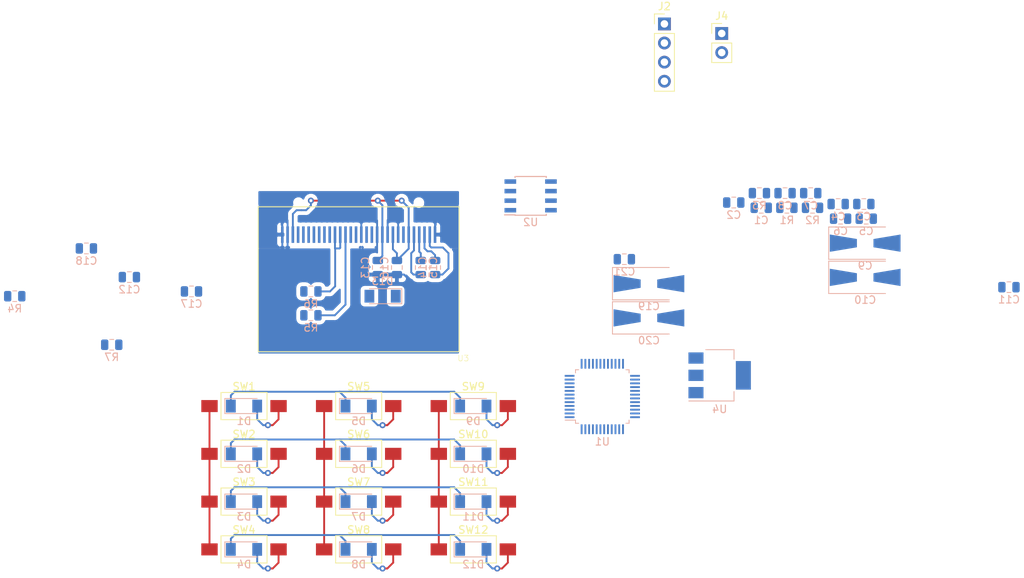
<source format=kicad_pcb>
(kicad_pcb (version 20171130) (host pcbnew 5.0.0-fee4fd1~66~ubuntu16.04.1)

  (general
    (thickness 1.6)
    (drawings 0)
    (tracks 193)
    (zones 0)
    (modules 59)
    (nets 73)
  )

  (page A4)
  (layers
    (0 F.Cu signal)
    (31 B.Cu signal)
    (32 B.Adhes user)
    (33 F.Adhes user)
    (34 B.Paste user)
    (35 F.Paste user)
    (36 B.SilkS user)
    (37 F.SilkS user)
    (38 B.Mask user)
    (39 F.Mask user)
    (40 Dwgs.User user)
    (41 Cmts.User user)
    (42 Eco1.User user)
    (43 Eco2.User user)
    (44 Edge.Cuts user)
    (45 Margin user)
    (46 B.CrtYd user)
    (47 F.CrtYd user)
    (48 B.Fab user)
    (49 F.Fab user)
  )

  (setup
    (last_trace_width 0.25)
    (trace_clearance 0.2)
    (zone_clearance 0.508)
    (zone_45_only no)
    (trace_min 0.2)
    (segment_width 0.2)
    (edge_width 0.15)
    (via_size 0.8)
    (via_drill 0.4)
    (via_min_size 0.4)
    (via_min_drill 0.3)
    (uvia_size 0.3)
    (uvia_drill 0.1)
    (uvias_allowed no)
    (uvia_min_size 0.2)
    (uvia_min_drill 0.1)
    (pcb_text_width 0.3)
    (pcb_text_size 1.5 1.5)
    (mod_edge_width 0.15)
    (mod_text_size 1 1)
    (mod_text_width 0.15)
    (pad_size 1.524 1.524)
    (pad_drill 0.762)
    (pad_to_mask_clearance 0.2)
    (aux_axis_origin 0 0)
    (visible_elements FFFFFF7F)
    (pcbplotparams
      (layerselection 0x010fc_ffffffff)
      (usegerberextensions false)
      (usegerberattributes false)
      (usegerberadvancedattributes false)
      (creategerberjobfile false)
      (excludeedgelayer true)
      (linewidth 0.100000)
      (plotframeref false)
      (viasonmask false)
      (mode 1)
      (useauxorigin false)
      (hpglpennumber 1)
      (hpglpenspeed 20)
      (hpglpendiameter 15.000000)
      (psnegative false)
      (psa4output false)
      (plotreference true)
      (plotvalue true)
      (plotinvisibletext false)
      (padsonsilk false)
      (subtractmaskfromsilk false)
      (outputformat 1)
      (mirror false)
      (drillshape 1)
      (scaleselection 1)
      (outputdirectory ""))
  )

  (net 0 "")
  (net 1 GND)
  (net 2 +3V3)
  (net 3 "Net-(C2-Pad1)")
  (net 4 +5V)
  (net 5 "Net-(C14-Pad1)")
  (net 6 "Net-(C14-Pad2)")
  (net 7 "Net-(C15-Pad1)")
  (net 8 "Net-(C15-Pad2)")
  (net 9 "Net-(C17-Pad2)")
  (net 10 "Net-(C18-Pad1)")
  (net 11 "Net-(D1-Pad2)")
  (net 12 /R0)
  (net 13 "Net-(D2-Pad2)")
  (net 14 /R1)
  (net 15 /R2)
  (net 16 "Net-(D3-Pad2)")
  (net 17 "Net-(D4-Pad2)")
  (net 18 /R3)
  (net 19 "Net-(D5-Pad2)")
  (net 20 "Net-(D6-Pad2)")
  (net 21 "Net-(D7-Pad2)")
  (net 22 "Net-(D8-Pad2)")
  (net 23 "Net-(D9-Pad2)")
  (net 24 "Net-(D10-Pad2)")
  (net 25 "Net-(D11-Pad2)")
  (net 26 "Net-(D12-Pad2)")
  (net 27 /SWDIO)
  (net 28 /SWCLK)
  (net 29 "Net-(R1-Pad2)")
  (net 30 "Net-(R4-Pad2)")
  (net 31 /I2C_SCK)
  (net 32 /SDA)
  (net 33 /C0)
  (net 34 /C1)
  (net 35 /C2)
  (net 36 "Net-(U1-Pad2)")
  (net 37 "Net-(U1-Pad3)")
  (net 38 "Net-(U1-Pad4)")
  (net 39 "Net-(U1-Pad5)")
  (net 40 "Net-(U1-Pad6)")
  (net 41 "Net-(U1-Pad10)")
  (net 42 "Net-(U1-Pad11)")
  (net 43 "Net-(U1-Pad12)")
  (net 44 "Net-(U1-Pad13)")
  (net 45 /AUDIO_OUT)
  (net 46 "Net-(U1-Pad15)")
  (net 47 "Net-(U1-Pad18)")
  (net 48 "Net-(U1-Pad19)")
  (net 49 "Net-(U1-Pad20)")
  (net 50 "Net-(U1-Pad21)")
  (net 51 "Net-(U1-Pad22)")
  (net 52 /CS)
  (net 53 /SPI_SCK)
  (net 54 /MISO)
  (net 55 /MOSI)
  (net 56 "Net-(U1-Pad38)")
  (net 57 "Net-(U1-Pad39)")
  (net 58 "Net-(U1-Pad40)")
  (net 59 "Net-(U1-Pad41)")
  (net 60 "Net-(U1-Pad45)")
  (net 61 "Net-(U1-Pad46)")
  (net 62 "Net-(LS1-Pad1)")
  (net 63 "Net-(J3-PadR)")
  (net 64 "Net-(U3-Pad25)")
  (net 65 "Net-(U3-Pad24)")
  (net 66 "Net-(U3-Pad23)")
  (net 67 "Net-(U3-Pad22)")
  (net 68 "Net-(U3-Pad21)")
  (net 69 "Net-(U3-Pad17)")
  (net 70 "Net-(U3-Pad16)")
  (net 71 "Net-(U3-Pad13)")
  (net 72 "Net-(U3-Pad7)")

  (net_class Default "This is the default net class."
    (clearance 0.2)
    (trace_width 0.25)
    (via_dia 0.8)
    (via_drill 0.4)
    (uvia_dia 0.3)
    (uvia_drill 0.1)
    (add_net +3V3)
    (add_net +5V)
    (add_net /AUDIO_OUT)
    (add_net /C0)
    (add_net /C1)
    (add_net /C2)
    (add_net /CS)
    (add_net /I2C_SCK)
    (add_net /MISO)
    (add_net /MOSI)
    (add_net /R0)
    (add_net /R1)
    (add_net /R2)
    (add_net /R3)
    (add_net /SDA)
    (add_net /SPI_SCK)
    (add_net /SWCLK)
    (add_net /SWDIO)
    (add_net GND)
    (add_net "Net-(C14-Pad1)")
    (add_net "Net-(C14-Pad2)")
    (add_net "Net-(C15-Pad1)")
    (add_net "Net-(C15-Pad2)")
    (add_net "Net-(C17-Pad2)")
    (add_net "Net-(C18-Pad1)")
    (add_net "Net-(C2-Pad1)")
    (add_net "Net-(D1-Pad2)")
    (add_net "Net-(D10-Pad2)")
    (add_net "Net-(D11-Pad2)")
    (add_net "Net-(D12-Pad2)")
    (add_net "Net-(D2-Pad2)")
    (add_net "Net-(D3-Pad2)")
    (add_net "Net-(D4-Pad2)")
    (add_net "Net-(D5-Pad2)")
    (add_net "Net-(D6-Pad2)")
    (add_net "Net-(D7-Pad2)")
    (add_net "Net-(D8-Pad2)")
    (add_net "Net-(D9-Pad2)")
    (add_net "Net-(J3-PadR)")
    (add_net "Net-(LS1-Pad1)")
    (add_net "Net-(R1-Pad2)")
    (add_net "Net-(R4-Pad2)")
    (add_net "Net-(U1-Pad10)")
    (add_net "Net-(U1-Pad11)")
    (add_net "Net-(U1-Pad12)")
    (add_net "Net-(U1-Pad13)")
    (add_net "Net-(U1-Pad15)")
    (add_net "Net-(U1-Pad18)")
    (add_net "Net-(U1-Pad19)")
    (add_net "Net-(U1-Pad2)")
    (add_net "Net-(U1-Pad20)")
    (add_net "Net-(U1-Pad21)")
    (add_net "Net-(U1-Pad22)")
    (add_net "Net-(U1-Pad3)")
    (add_net "Net-(U1-Pad38)")
    (add_net "Net-(U1-Pad39)")
    (add_net "Net-(U1-Pad4)")
    (add_net "Net-(U1-Pad40)")
    (add_net "Net-(U1-Pad41)")
    (add_net "Net-(U1-Pad45)")
    (add_net "Net-(U1-Pad46)")
    (add_net "Net-(U1-Pad5)")
    (add_net "Net-(U1-Pad6)")
    (add_net "Net-(U3-Pad13)")
    (add_net "Net-(U3-Pad16)")
    (add_net "Net-(U3-Pad17)")
    (add_net "Net-(U3-Pad21)")
    (add_net "Net-(U3-Pad22)")
    (add_net "Net-(U3-Pad23)")
    (add_net "Net-(U3-Pad24)")
    (add_net "Net-(U3-Pad25)")
    (add_net "Net-(U3-Pad7)")
  )

  (module Capacitor_SMD:C_0805_2012Metric (layer B.Cu) (tedit 5B36C52B) (tstamp 5BB5F55D)
    (at 158.919325 67.623345)
    (descr "Capacitor SMD 0805 (2012 Metric), square (rectangular) end terminal, IPC_7351 nominal, (Body size source: https://docs.google.com/spreadsheets/d/1BsfQQcO9C6DZCsRaXUlFlo91Tg2WpOkGARC1WS5S8t0/edit?usp=sharing), generated with kicad-footprint-generator")
    (tags capacitor)
    (path /5BAA49AC)
    (attr smd)
    (fp_text reference C1 (at 0 1.65) (layer B.SilkS)
      (effects (font (size 1 1) (thickness 0.15)) (justify mirror))
    )
    (fp_text value 100n (at 0 -1.65) (layer B.Fab)
      (effects (font (size 1 1) (thickness 0.15)) (justify mirror))
    )
    (fp_text user %R (at 0 0) (layer B.Fab)
      (effects (font (size 0.5 0.5) (thickness 0.08)) (justify mirror))
    )
    (fp_line (start 1.68 -0.95) (end -1.68 -0.95) (layer B.CrtYd) (width 0.05))
    (fp_line (start 1.68 0.95) (end 1.68 -0.95) (layer B.CrtYd) (width 0.05))
    (fp_line (start -1.68 0.95) (end 1.68 0.95) (layer B.CrtYd) (width 0.05))
    (fp_line (start -1.68 -0.95) (end -1.68 0.95) (layer B.CrtYd) (width 0.05))
    (fp_line (start -0.258578 -0.71) (end 0.258578 -0.71) (layer B.SilkS) (width 0.12))
    (fp_line (start -0.258578 0.71) (end 0.258578 0.71) (layer B.SilkS) (width 0.12))
    (fp_line (start 1 -0.6) (end -1 -0.6) (layer B.Fab) (width 0.1))
    (fp_line (start 1 0.6) (end 1 -0.6) (layer B.Fab) (width 0.1))
    (fp_line (start -1 0.6) (end 1 0.6) (layer B.Fab) (width 0.1))
    (fp_line (start -1 -0.6) (end -1 0.6) (layer B.Fab) (width 0.1))
    (pad 2 smd roundrect (at 0.9375 0) (size 0.975 1.4) (layers B.Cu B.Paste B.Mask) (roundrect_rratio 0.25)
      (net 1 GND))
    (pad 1 smd roundrect (at -0.9375 0) (size 0.975 1.4) (layers B.Cu B.Paste B.Mask) (roundrect_rratio 0.25)
      (net 2 +3V3))
    (model ${KISYS3DMOD}/Capacitor_SMD.3dshapes/C_0805_2012Metric.wrl
      (at (xyz 0 0 0))
      (scale (xyz 1 1 1))
      (rotate (xyz 0 0 0))
    )
  )

  (module Capacitor_SMD:C_0805_2012Metric (layer B.Cu) (tedit 5B36C52B) (tstamp 5BB5F56E)
    (at 155.269325 66.923345)
    (descr "Capacitor SMD 0805 (2012 Metric), square (rectangular) end terminal, IPC_7351 nominal, (Body size source: https://docs.google.com/spreadsheets/d/1BsfQQcO9C6DZCsRaXUlFlo91Tg2WpOkGARC1WS5S8t0/edit?usp=sharing), generated with kicad-footprint-generator")
    (tags capacitor)
    (path /5BA9F15D)
    (attr smd)
    (fp_text reference C2 (at 0 1.65) (layer B.SilkS)
      (effects (font (size 1 1) (thickness 0.15)) (justify mirror))
    )
    (fp_text value 100n (at 0 -1.65) (layer B.Fab)
      (effects (font (size 1 1) (thickness 0.15)) (justify mirror))
    )
    (fp_line (start -1 -0.6) (end -1 0.6) (layer B.Fab) (width 0.1))
    (fp_line (start -1 0.6) (end 1 0.6) (layer B.Fab) (width 0.1))
    (fp_line (start 1 0.6) (end 1 -0.6) (layer B.Fab) (width 0.1))
    (fp_line (start 1 -0.6) (end -1 -0.6) (layer B.Fab) (width 0.1))
    (fp_line (start -0.258578 0.71) (end 0.258578 0.71) (layer B.SilkS) (width 0.12))
    (fp_line (start -0.258578 -0.71) (end 0.258578 -0.71) (layer B.SilkS) (width 0.12))
    (fp_line (start -1.68 -0.95) (end -1.68 0.95) (layer B.CrtYd) (width 0.05))
    (fp_line (start -1.68 0.95) (end 1.68 0.95) (layer B.CrtYd) (width 0.05))
    (fp_line (start 1.68 0.95) (end 1.68 -0.95) (layer B.CrtYd) (width 0.05))
    (fp_line (start 1.68 -0.95) (end -1.68 -0.95) (layer B.CrtYd) (width 0.05))
    (fp_text user %R (at 0 0) (layer B.Fab)
      (effects (font (size 0.5 0.5) (thickness 0.08)) (justify mirror))
    )
    (pad 1 smd roundrect (at -0.9375 0) (size 0.975 1.4) (layers B.Cu B.Paste B.Mask) (roundrect_rratio 0.25)
      (net 3 "Net-(C2-Pad1)"))
    (pad 2 smd roundrect (at 0.9375 0) (size 0.975 1.4) (layers B.Cu B.Paste B.Mask) (roundrect_rratio 0.25)
      (net 1 GND))
    (model ${KISYS3DMOD}/Capacitor_SMD.3dshapes/C_0805_2012Metric.wrl
      (at (xyz 0 0 0))
      (scale (xyz 1 1 1))
      (rotate (xyz 0 0 0))
    )
  )

  (module Capacitor_SMD:C_0805_2012Metric (layer B.Cu) (tedit 5B36C52B) (tstamp 5BB5F57F)
    (at 172.559325 67.123345)
    (descr "Capacitor SMD 0805 (2012 Metric), square (rectangular) end terminal, IPC_7351 nominal, (Body size source: https://docs.google.com/spreadsheets/d/1BsfQQcO9C6DZCsRaXUlFlo91Tg2WpOkGARC1WS5S8t0/edit?usp=sharing), generated with kicad-footprint-generator")
    (tags capacitor)
    (path /5BA964A8)
    (attr smd)
    (fp_text reference C3 (at 0 1.65) (layer B.SilkS)
      (effects (font (size 1 1) (thickness 0.15)) (justify mirror))
    )
    (fp_text value 100n (at 0 -1.65) (layer B.Fab)
      (effects (font (size 1 1) (thickness 0.15)) (justify mirror))
    )
    (fp_text user %R (at 0 0) (layer B.Fab)
      (effects (font (size 0.5 0.5) (thickness 0.08)) (justify mirror))
    )
    (fp_line (start 1.68 -0.95) (end -1.68 -0.95) (layer B.CrtYd) (width 0.05))
    (fp_line (start 1.68 0.95) (end 1.68 -0.95) (layer B.CrtYd) (width 0.05))
    (fp_line (start -1.68 0.95) (end 1.68 0.95) (layer B.CrtYd) (width 0.05))
    (fp_line (start -1.68 -0.95) (end -1.68 0.95) (layer B.CrtYd) (width 0.05))
    (fp_line (start -0.258578 -0.71) (end 0.258578 -0.71) (layer B.SilkS) (width 0.12))
    (fp_line (start -0.258578 0.71) (end 0.258578 0.71) (layer B.SilkS) (width 0.12))
    (fp_line (start 1 -0.6) (end -1 -0.6) (layer B.Fab) (width 0.1))
    (fp_line (start 1 0.6) (end 1 -0.6) (layer B.Fab) (width 0.1))
    (fp_line (start -1 0.6) (end 1 0.6) (layer B.Fab) (width 0.1))
    (fp_line (start -1 -0.6) (end -1 0.6) (layer B.Fab) (width 0.1))
    (pad 2 smd roundrect (at 0.9375 0) (size 0.975 1.4) (layers B.Cu B.Paste B.Mask) (roundrect_rratio 0.25)
      (net 1 GND))
    (pad 1 smd roundrect (at -0.9375 0) (size 0.975 1.4) (layers B.Cu B.Paste B.Mask) (roundrect_rratio 0.25)
      (net 2 +3V3))
    (model ${KISYS3DMOD}/Capacitor_SMD.3dshapes/C_0805_2012Metric.wrl
      (at (xyz 0 0 0))
      (scale (xyz 1 1 1))
      (rotate (xyz 0 0 0))
    )
  )

  (module Capacitor_SMD:C_0805_2012Metric (layer B.Cu) (tedit 5B36C52B) (tstamp 5BB5F590)
    (at 169.149325 67.123345)
    (descr "Capacitor SMD 0805 (2012 Metric), square (rectangular) end terminal, IPC_7351 nominal, (Body size source: https://docs.google.com/spreadsheets/d/1BsfQQcO9C6DZCsRaXUlFlo91Tg2WpOkGARC1WS5S8t0/edit?usp=sharing), generated with kicad-footprint-generator")
    (tags capacitor)
    (path /5BA82A84)
    (attr smd)
    (fp_text reference C4 (at 0 1.65) (layer B.SilkS)
      (effects (font (size 1 1) (thickness 0.15)) (justify mirror))
    )
    (fp_text value 100n (at 0 -1.65) (layer B.Fab)
      (effects (font (size 1 1) (thickness 0.15)) (justify mirror))
    )
    (fp_text user %R (at 0 0) (layer B.Fab)
      (effects (font (size 0.5 0.5) (thickness 0.08)) (justify mirror))
    )
    (fp_line (start 1.68 -0.95) (end -1.68 -0.95) (layer B.CrtYd) (width 0.05))
    (fp_line (start 1.68 0.95) (end 1.68 -0.95) (layer B.CrtYd) (width 0.05))
    (fp_line (start -1.68 0.95) (end 1.68 0.95) (layer B.CrtYd) (width 0.05))
    (fp_line (start -1.68 -0.95) (end -1.68 0.95) (layer B.CrtYd) (width 0.05))
    (fp_line (start -0.258578 -0.71) (end 0.258578 -0.71) (layer B.SilkS) (width 0.12))
    (fp_line (start -0.258578 0.71) (end 0.258578 0.71) (layer B.SilkS) (width 0.12))
    (fp_line (start 1 -0.6) (end -1 -0.6) (layer B.Fab) (width 0.1))
    (fp_line (start 1 0.6) (end 1 -0.6) (layer B.Fab) (width 0.1))
    (fp_line (start -1 0.6) (end 1 0.6) (layer B.Fab) (width 0.1))
    (fp_line (start -1 -0.6) (end -1 0.6) (layer B.Fab) (width 0.1))
    (pad 2 smd roundrect (at 0.9375 0) (size 0.975 1.4) (layers B.Cu B.Paste B.Mask) (roundrect_rratio 0.25)
      (net 2 +3V3))
    (pad 1 smd roundrect (at -0.9375 0) (size 0.975 1.4) (layers B.Cu B.Paste B.Mask) (roundrect_rratio 0.25)
      (net 1 GND))
    (model ${KISYS3DMOD}/Capacitor_SMD.3dshapes/C_0805_2012Metric.wrl
      (at (xyz 0 0 0))
      (scale (xyz 1 1 1))
      (rotate (xyz 0 0 0))
    )
  )

  (module Capacitor_SMD:C_0805_2012Metric (layer B.Cu) (tedit 5B36C52B) (tstamp 5BB5F5A1)
    (at 172.879325 69.073345)
    (descr "Capacitor SMD 0805 (2012 Metric), square (rectangular) end terminal, IPC_7351 nominal, (Body size source: https://docs.google.com/spreadsheets/d/1BsfQQcO9C6DZCsRaXUlFlo91Tg2WpOkGARC1WS5S8t0/edit?usp=sharing), generated with kicad-footprint-generator")
    (tags capacitor)
    (path /5BA58183)
    (attr smd)
    (fp_text reference C5 (at 0 1.65) (layer B.SilkS)
      (effects (font (size 1 1) (thickness 0.15)) (justify mirror))
    )
    (fp_text value 100n (at 0 -1.65) (layer B.Fab)
      (effects (font (size 1 1) (thickness 0.15)) (justify mirror))
    )
    (fp_line (start -1 -0.6) (end -1 0.6) (layer B.Fab) (width 0.1))
    (fp_line (start -1 0.6) (end 1 0.6) (layer B.Fab) (width 0.1))
    (fp_line (start 1 0.6) (end 1 -0.6) (layer B.Fab) (width 0.1))
    (fp_line (start 1 -0.6) (end -1 -0.6) (layer B.Fab) (width 0.1))
    (fp_line (start -0.258578 0.71) (end 0.258578 0.71) (layer B.SilkS) (width 0.12))
    (fp_line (start -0.258578 -0.71) (end 0.258578 -0.71) (layer B.SilkS) (width 0.12))
    (fp_line (start -1.68 -0.95) (end -1.68 0.95) (layer B.CrtYd) (width 0.05))
    (fp_line (start -1.68 0.95) (end 1.68 0.95) (layer B.CrtYd) (width 0.05))
    (fp_line (start 1.68 0.95) (end 1.68 -0.95) (layer B.CrtYd) (width 0.05))
    (fp_line (start 1.68 -0.95) (end -1.68 -0.95) (layer B.CrtYd) (width 0.05))
    (fp_text user %R (at 0 0) (layer B.Fab)
      (effects (font (size 0.5 0.5) (thickness 0.08)) (justify mirror))
    )
    (pad 1 smd roundrect (at -0.9375 0) (size 0.975 1.4) (layers B.Cu B.Paste B.Mask) (roundrect_rratio 0.25)
      (net 2 +3V3))
    (pad 2 smd roundrect (at 0.9375 0) (size 0.975 1.4) (layers B.Cu B.Paste B.Mask) (roundrect_rratio 0.25)
      (net 1 GND))
    (model ${KISYS3DMOD}/Capacitor_SMD.3dshapes/C_0805_2012Metric.wrl
      (at (xyz 0 0 0))
      (scale (xyz 1 1 1))
      (rotate (xyz 0 0 0))
    )
  )

  (module Capacitor_SMD:C_0805_2012Metric (layer B.Cu) (tedit 5B36C52B) (tstamp 5BB5F5B2)
    (at 169.469325 69.073345)
    (descr "Capacitor SMD 0805 (2012 Metric), square (rectangular) end terminal, IPC_7351 nominal, (Body size source: https://docs.google.com/spreadsheets/d/1BsfQQcO9C6DZCsRaXUlFlo91Tg2WpOkGARC1WS5S8t0/edit?usp=sharing), generated with kicad-footprint-generator")
    (tags capacitor)
    (path /5BAE2ADA)
    (attr smd)
    (fp_text reference C6 (at 0 1.65) (layer B.SilkS)
      (effects (font (size 1 1) (thickness 0.15)) (justify mirror))
    )
    (fp_text value 100n (at 0 -1.65) (layer B.Fab)
      (effects (font (size 1 1) (thickness 0.15)) (justify mirror))
    )
    (fp_line (start -1 -0.6) (end -1 0.6) (layer B.Fab) (width 0.1))
    (fp_line (start -1 0.6) (end 1 0.6) (layer B.Fab) (width 0.1))
    (fp_line (start 1 0.6) (end 1 -0.6) (layer B.Fab) (width 0.1))
    (fp_line (start 1 -0.6) (end -1 -0.6) (layer B.Fab) (width 0.1))
    (fp_line (start -0.258578 0.71) (end 0.258578 0.71) (layer B.SilkS) (width 0.12))
    (fp_line (start -0.258578 -0.71) (end 0.258578 -0.71) (layer B.SilkS) (width 0.12))
    (fp_line (start -1.68 -0.95) (end -1.68 0.95) (layer B.CrtYd) (width 0.05))
    (fp_line (start -1.68 0.95) (end 1.68 0.95) (layer B.CrtYd) (width 0.05))
    (fp_line (start 1.68 0.95) (end 1.68 -0.95) (layer B.CrtYd) (width 0.05))
    (fp_line (start 1.68 -0.95) (end -1.68 -0.95) (layer B.CrtYd) (width 0.05))
    (fp_text user %R (at 0 0) (layer B.Fab)
      (effects (font (size 0.5 0.5) (thickness 0.08)) (justify mirror))
    )
    (pad 1 smd roundrect (at -0.9375 0) (size 0.975 1.4) (layers B.Cu B.Paste B.Mask) (roundrect_rratio 0.25)
      (net 2 +3V3))
    (pad 2 smd roundrect (at 0.9375 0) (size 0.975 1.4) (layers B.Cu B.Paste B.Mask) (roundrect_rratio 0.25)
      (net 1 GND))
    (model ${KISYS3DMOD}/Capacitor_SMD.3dshapes/C_0805_2012Metric.wrl
      (at (xyz 0 0 0))
      (scale (xyz 1 1 1))
      (rotate (xyz 0 0 0))
    )
  )

  (module Capacitor_SMD:C_0805_2012Metric (layer B.Cu) (tedit 5B36C52B) (tstamp 5BB5F5C3)
    (at 165.499325 65.673345)
    (descr "Capacitor SMD 0805 (2012 Metric), square (rectangular) end terminal, IPC_7351 nominal, (Body size source: https://docs.google.com/spreadsheets/d/1BsfQQcO9C6DZCsRaXUlFlo91Tg2WpOkGARC1WS5S8t0/edit?usp=sharing), generated with kicad-footprint-generator")
    (tags capacitor)
    (path /5BAE2B08)
    (attr smd)
    (fp_text reference C7 (at 0 1.65) (layer B.SilkS)
      (effects (font (size 1 1) (thickness 0.15)) (justify mirror))
    )
    (fp_text value 100n (at 0 -1.65) (layer B.Fab)
      (effects (font (size 1 1) (thickness 0.15)) (justify mirror))
    )
    (fp_line (start -1 -0.6) (end -1 0.6) (layer B.Fab) (width 0.1))
    (fp_line (start -1 0.6) (end 1 0.6) (layer B.Fab) (width 0.1))
    (fp_line (start 1 0.6) (end 1 -0.6) (layer B.Fab) (width 0.1))
    (fp_line (start 1 -0.6) (end -1 -0.6) (layer B.Fab) (width 0.1))
    (fp_line (start -0.258578 0.71) (end 0.258578 0.71) (layer B.SilkS) (width 0.12))
    (fp_line (start -0.258578 -0.71) (end 0.258578 -0.71) (layer B.SilkS) (width 0.12))
    (fp_line (start -1.68 -0.95) (end -1.68 0.95) (layer B.CrtYd) (width 0.05))
    (fp_line (start -1.68 0.95) (end 1.68 0.95) (layer B.CrtYd) (width 0.05))
    (fp_line (start 1.68 0.95) (end 1.68 -0.95) (layer B.CrtYd) (width 0.05))
    (fp_line (start 1.68 -0.95) (end -1.68 -0.95) (layer B.CrtYd) (width 0.05))
    (fp_text user %R (at 0 0) (layer B.Fab)
      (effects (font (size 0.5 0.5) (thickness 0.08)) (justify mirror))
    )
    (pad 1 smd roundrect (at -0.9375 0) (size 0.975 1.4) (layers B.Cu B.Paste B.Mask) (roundrect_rratio 0.25)
      (net 2 +3V3))
    (pad 2 smd roundrect (at 0.9375 0) (size 0.975 1.4) (layers B.Cu B.Paste B.Mask) (roundrect_rratio 0.25)
      (net 1 GND))
    (model ${KISYS3DMOD}/Capacitor_SMD.3dshapes/C_0805_2012Metric.wrl
      (at (xyz 0 0 0))
      (scale (xyz 1 1 1))
      (rotate (xyz 0 0 0))
    )
  )

  (module Capacitor_SMD:C_0805_2012Metric (layer B.Cu) (tedit 5B36C52B) (tstamp 5BB5F5D4)
    (at 162.089325 65.673345)
    (descr "Capacitor SMD 0805 (2012 Metric), square (rectangular) end terminal, IPC_7351 nominal, (Body size source: https://docs.google.com/spreadsheets/d/1BsfQQcO9C6DZCsRaXUlFlo91Tg2WpOkGARC1WS5S8t0/edit?usp=sharing), generated with kicad-footprint-generator")
    (tags capacitor)
    (path /5BAE2B3C)
    (attr smd)
    (fp_text reference C8 (at 0 1.65) (layer B.SilkS)
      (effects (font (size 1 1) (thickness 0.15)) (justify mirror))
    )
    (fp_text value 100n (at 0 -1.65) (layer B.Fab)
      (effects (font (size 1 1) (thickness 0.15)) (justify mirror))
    )
    (fp_text user %R (at 0 0) (layer B.Fab)
      (effects (font (size 0.5 0.5) (thickness 0.08)) (justify mirror))
    )
    (fp_line (start 1.68 -0.95) (end -1.68 -0.95) (layer B.CrtYd) (width 0.05))
    (fp_line (start 1.68 0.95) (end 1.68 -0.95) (layer B.CrtYd) (width 0.05))
    (fp_line (start -1.68 0.95) (end 1.68 0.95) (layer B.CrtYd) (width 0.05))
    (fp_line (start -1.68 -0.95) (end -1.68 0.95) (layer B.CrtYd) (width 0.05))
    (fp_line (start -0.258578 -0.71) (end 0.258578 -0.71) (layer B.SilkS) (width 0.12))
    (fp_line (start -0.258578 0.71) (end 0.258578 0.71) (layer B.SilkS) (width 0.12))
    (fp_line (start 1 -0.6) (end -1 -0.6) (layer B.Fab) (width 0.1))
    (fp_line (start 1 0.6) (end 1 -0.6) (layer B.Fab) (width 0.1))
    (fp_line (start -1 0.6) (end 1 0.6) (layer B.Fab) (width 0.1))
    (fp_line (start -1 -0.6) (end -1 0.6) (layer B.Fab) (width 0.1))
    (pad 2 smd roundrect (at 0.9375 0) (size 0.975 1.4) (layers B.Cu B.Paste B.Mask) (roundrect_rratio 0.25)
      (net 1 GND))
    (pad 1 smd roundrect (at -0.9375 0) (size 0.975 1.4) (layers B.Cu B.Paste B.Mask) (roundrect_rratio 0.25)
      (net 2 +3V3))
    (model ${KISYS3DMOD}/Capacitor_SMD.3dshapes/C_0805_2012Metric.wrl
      (at (xyz 0 0 0))
      (scale (xyz 1 1 1))
      (rotate (xyz 0 0 0))
    )
  )

  (module Diode_SMD:D_SMA-SMB_Universal_Handsoldering (layer B.Cu) (tedit 5864381A) (tstamp 5BB5F5F0)
    (at 172.739325 72.323345)
    (descr "Diode, Universal, SMA (DO-214AC) or SMB (DO-214AA), Handsoldering,")
    (tags "Diode Universal SMA (DO-214AC) SMB (DO-214AA) Handsoldering ")
    (path /5BA58235)
    (attr smd)
    (fp_text reference C9 (at 0 3) (layer B.SilkS)
      (effects (font (size 1 1) (thickness 0.15)) (justify mirror))
    )
    (fp_text value 10u (at 0 -3.1) (layer B.Fab)
      (effects (font (size 1 1) (thickness 0.15)) (justify mirror))
    )
    (fp_line (start -4.85 2.15) (end 2.7 2.15) (layer B.SilkS) (width 0.12))
    (fp_line (start -4.85 -2.15) (end 2.7 -2.15) (layer B.SilkS) (width 0.12))
    (fp_line (start -0.64944 -0.00102) (end 0.50118 0.79908) (layer B.Fab) (width 0.1))
    (fp_line (start -0.64944 -0.00102) (end 0.50118 -0.75032) (layer B.Fab) (width 0.1))
    (fp_line (start 0.50118 -0.75032) (end 0.50118 0.79908) (layer B.Fab) (width 0.1))
    (fp_line (start -0.64944 0.79908) (end -0.64944 -0.80112) (layer B.Fab) (width 0.1))
    (fp_line (start 0.50118 -0.00102) (end 1.4994 -0.00102) (layer B.Fab) (width 0.1))
    (fp_line (start -0.64944 -0.00102) (end -1.55114 -0.00102) (layer B.Fab) (width 0.1))
    (fp_line (start -4.95 -2.25) (end -4.95 2.25) (layer B.CrtYd) (width 0.05))
    (fp_line (start 4.95 -2.25) (end -4.95 -2.25) (layer B.CrtYd) (width 0.05))
    (fp_line (start 4.95 2.25) (end 4.95 -2.25) (layer B.CrtYd) (width 0.05))
    (fp_line (start -4.95 2.25) (end 4.95 2.25) (layer B.CrtYd) (width 0.05))
    (fp_line (start 2.3 1.5) (end -2.3 1.5) (layer B.Fab) (width 0.1))
    (fp_line (start 2.3 1.5) (end 2.3 -1.5) (layer B.Fab) (width 0.1))
    (fp_line (start -2.3 -1.5) (end -2.3 1.5) (layer B.Fab) (width 0.1))
    (fp_line (start 2.3 -1.5) (end -2.3 -1.5) (layer B.Fab) (width 0.1))
    (fp_line (start 2.3 2) (end -2.3 2) (layer B.Fab) (width 0.1))
    (fp_line (start 2.3 2) (end 2.3 -2) (layer B.Fab) (width 0.1))
    (fp_line (start -2.3 -2) (end -2.3 2) (layer B.Fab) (width 0.1))
    (fp_line (start 2.3 -2) (end -2.3 -2) (layer B.Fab) (width 0.1))
    (fp_line (start -4.85 2.15) (end -4.85 -2.15) (layer B.SilkS) (width 0.12))
    (fp_text user %R (at 0 3) (layer B.Fab)
      (effects (font (size 1 1) (thickness 0.15)) (justify mirror))
    )
    (pad 2 smd trapezoid (at 2.9 0 180) (size 3.6 1.7) (rect_delta 0.6 0 ) (layers B.Cu B.Paste B.Mask)
      (net 1 GND))
    (pad 1 smd trapezoid (at -2.9 0) (size 3.6 1.7) (rect_delta 0.6 0 ) (layers B.Cu B.Paste B.Mask)
      (net 2 +3V3))
    (model ${KISYS3DMOD}/Diode_SMD.3dshapes/D_SMB.wrl
      (at (xyz 0 0 0))
      (scale (xyz 1 1 1))
      (rotate (xyz 0 0 0))
    )
  )

  (module Diode_SMD:D_SMA-SMB_Universal_Handsoldering (layer B.Cu) (tedit 5864381A) (tstamp 5BB5F60C)
    (at 172.739325 76.873345)
    (descr "Diode, Universal, SMA (DO-214AC) or SMB (DO-214AA), Handsoldering,")
    (tags "Diode Universal SMA (DO-214AC) SMB (DO-214AA) Handsoldering ")
    (path /5BB1124F)
    (attr smd)
    (fp_text reference C10 (at 0 3) (layer B.SilkS)
      (effects (font (size 1 1) (thickness 0.15)) (justify mirror))
    )
    (fp_text value 10u (at 0 -3.1) (layer B.Fab)
      (effects (font (size 1 1) (thickness 0.15)) (justify mirror))
    )
    (fp_line (start -4.85 2.15) (end 2.7 2.15) (layer B.SilkS) (width 0.12))
    (fp_line (start -4.85 -2.15) (end 2.7 -2.15) (layer B.SilkS) (width 0.12))
    (fp_line (start -0.64944 -0.00102) (end 0.50118 0.79908) (layer B.Fab) (width 0.1))
    (fp_line (start -0.64944 -0.00102) (end 0.50118 -0.75032) (layer B.Fab) (width 0.1))
    (fp_line (start 0.50118 -0.75032) (end 0.50118 0.79908) (layer B.Fab) (width 0.1))
    (fp_line (start -0.64944 0.79908) (end -0.64944 -0.80112) (layer B.Fab) (width 0.1))
    (fp_line (start 0.50118 -0.00102) (end 1.4994 -0.00102) (layer B.Fab) (width 0.1))
    (fp_line (start -0.64944 -0.00102) (end -1.55114 -0.00102) (layer B.Fab) (width 0.1))
    (fp_line (start -4.95 -2.25) (end -4.95 2.25) (layer B.CrtYd) (width 0.05))
    (fp_line (start 4.95 -2.25) (end -4.95 -2.25) (layer B.CrtYd) (width 0.05))
    (fp_line (start 4.95 2.25) (end 4.95 -2.25) (layer B.CrtYd) (width 0.05))
    (fp_line (start -4.95 2.25) (end 4.95 2.25) (layer B.CrtYd) (width 0.05))
    (fp_line (start 2.3 1.5) (end -2.3 1.5) (layer B.Fab) (width 0.1))
    (fp_line (start 2.3 1.5) (end 2.3 -1.5) (layer B.Fab) (width 0.1))
    (fp_line (start -2.3 -1.5) (end -2.3 1.5) (layer B.Fab) (width 0.1))
    (fp_line (start 2.3 -1.5) (end -2.3 -1.5) (layer B.Fab) (width 0.1))
    (fp_line (start 2.3 2) (end -2.3 2) (layer B.Fab) (width 0.1))
    (fp_line (start 2.3 2) (end 2.3 -2) (layer B.Fab) (width 0.1))
    (fp_line (start -2.3 -2) (end -2.3 2) (layer B.Fab) (width 0.1))
    (fp_line (start 2.3 -2) (end -2.3 -2) (layer B.Fab) (width 0.1))
    (fp_line (start -4.85 2.15) (end -4.85 -2.15) (layer B.SilkS) (width 0.12))
    (fp_text user %R (at 0 3) (layer B.Fab)
      (effects (font (size 1 1) (thickness 0.15)) (justify mirror))
    )
    (pad 2 smd trapezoid (at 2.9 0 180) (size 3.6 1.7) (rect_delta 0.6 0 ) (layers B.Cu B.Paste B.Mask)
      (net 1 GND))
    (pad 1 smd trapezoid (at -2.9 0) (size 3.6 1.7) (rect_delta 0.6 0 ) (layers B.Cu B.Paste B.Mask)
      (net 2 +3V3))
    (model ${KISYS3DMOD}/Diode_SMD.3dshapes/D_SMB.wrl
      (at (xyz 0 0 0))
      (scale (xyz 1 1 1))
      (rotate (xyz 0 0 0))
    )
  )

  (module Capacitor_SMD:C_0805_2012Metric (layer B.Cu) (tedit 5B36C52B) (tstamp 5BB5F61D)
    (at 191.849325 78.173345)
    (descr "Capacitor SMD 0805 (2012 Metric), square (rectangular) end terminal, IPC_7351 nominal, (Body size source: https://docs.google.com/spreadsheets/d/1BsfQQcO9C6DZCsRaXUlFlo91Tg2WpOkGARC1WS5S8t0/edit?usp=sharing), generated with kicad-footprint-generator")
    (tags capacitor)
    (path /5BA730A2/5BB74120)
    (attr smd)
    (fp_text reference C11 (at 0 1.65) (layer B.SilkS)
      (effects (font (size 1 1) (thickness 0.15)) (justify mirror))
    )
    (fp_text value 100n (at 0 -1.65) (layer B.Fab)
      (effects (font (size 1 1) (thickness 0.15)) (justify mirror))
    )
    (fp_text user %R (at 0 0) (layer B.Fab)
      (effects (font (size 0.5 0.5) (thickness 0.08)) (justify mirror))
    )
    (fp_line (start 1.68 -0.95) (end -1.68 -0.95) (layer B.CrtYd) (width 0.05))
    (fp_line (start 1.68 0.95) (end 1.68 -0.95) (layer B.CrtYd) (width 0.05))
    (fp_line (start -1.68 0.95) (end 1.68 0.95) (layer B.CrtYd) (width 0.05))
    (fp_line (start -1.68 -0.95) (end -1.68 0.95) (layer B.CrtYd) (width 0.05))
    (fp_line (start -0.258578 -0.71) (end 0.258578 -0.71) (layer B.SilkS) (width 0.12))
    (fp_line (start -0.258578 0.71) (end 0.258578 0.71) (layer B.SilkS) (width 0.12))
    (fp_line (start 1 -0.6) (end -1 -0.6) (layer B.Fab) (width 0.1))
    (fp_line (start 1 0.6) (end 1 -0.6) (layer B.Fab) (width 0.1))
    (fp_line (start -1 0.6) (end 1 0.6) (layer B.Fab) (width 0.1))
    (fp_line (start -1 -0.6) (end -1 0.6) (layer B.Fab) (width 0.1))
    (pad 2 smd roundrect (at 0.9375 0) (size 0.975 1.4) (layers B.Cu B.Paste B.Mask) (roundrect_rratio 0.25)
      (net 1 GND))
    (pad 1 smd roundrect (at -0.9375 0) (size 0.975 1.4) (layers B.Cu B.Paste B.Mask) (roundrect_rratio 0.25)
      (net 4 +5V))
    (model ${KISYS3DMOD}/Capacitor_SMD.3dshapes/C_0805_2012Metric.wrl
      (at (xyz 0 0 0))
      (scale (xyz 1 1 1))
      (rotate (xyz 0 0 0))
    )
  )

  (module Capacitor_SMD:C_0805_2012Metric (layer B.Cu) (tedit 5B36C52B) (tstamp 5BB5F62E)
    (at 74.93 76.835)
    (descr "Capacitor SMD 0805 (2012 Metric), square (rectangular) end terminal, IPC_7351 nominal, (Body size source: https://docs.google.com/spreadsheets/d/1BsfQQcO9C6DZCsRaXUlFlo91Tg2WpOkGARC1WS5S8t0/edit?usp=sharing), generated with kicad-footprint-generator")
    (tags capacitor)
    (path /5BA7FBE8/5BA8138C)
    (attr smd)
    (fp_text reference C12 (at 0 1.65) (layer B.SilkS)
      (effects (font (size 1 1) (thickness 0.15)) (justify mirror))
    )
    (fp_text value 10u (at 0 -1.65) (layer B.Fab)
      (effects (font (size 1 1) (thickness 0.15)) (justify mirror))
    )
    (fp_text user %R (at 0 0) (layer B.Fab)
      (effects (font (size 0.5 0.5) (thickness 0.08)) (justify mirror))
    )
    (fp_line (start 1.68 -0.95) (end -1.68 -0.95) (layer B.CrtYd) (width 0.05))
    (fp_line (start 1.68 0.95) (end 1.68 -0.95) (layer B.CrtYd) (width 0.05))
    (fp_line (start -1.68 0.95) (end 1.68 0.95) (layer B.CrtYd) (width 0.05))
    (fp_line (start -1.68 -0.95) (end -1.68 0.95) (layer B.CrtYd) (width 0.05))
    (fp_line (start -0.258578 -0.71) (end 0.258578 -0.71) (layer B.SilkS) (width 0.12))
    (fp_line (start -0.258578 0.71) (end 0.258578 0.71) (layer B.SilkS) (width 0.12))
    (fp_line (start 1 -0.6) (end -1 -0.6) (layer B.Fab) (width 0.1))
    (fp_line (start 1 0.6) (end 1 -0.6) (layer B.Fab) (width 0.1))
    (fp_line (start -1 0.6) (end 1 0.6) (layer B.Fab) (width 0.1))
    (fp_line (start -1 -0.6) (end -1 0.6) (layer B.Fab) (width 0.1))
    (pad 2 smd roundrect (at 0.9375 0) (size 0.975 1.4) (layers B.Cu B.Paste B.Mask) (roundrect_rratio 0.25)
      (net 2 +3V3))
    (pad 1 smd roundrect (at -0.9375 0) (size 0.975 1.4) (layers B.Cu B.Paste B.Mask) (roundrect_rratio 0.25)
      (net 1 GND))
    (model ${KISYS3DMOD}/Capacitor_SMD.3dshapes/C_0805_2012Metric.wrl
      (at (xyz 0 0 0))
      (scale (xyz 1 1 1))
      (rotate (xyz 0 0 0))
    )
  )

  (module Capacitor_SMD:C_0805_2012Metric (layer B.Cu) (tedit 5B36C52B) (tstamp 5BB5F63F)
    (at 107.95 75.565 270)
    (descr "Capacitor SMD 0805 (2012 Metric), square (rectangular) end terminal, IPC_7351 nominal, (Body size source: https://docs.google.com/spreadsheets/d/1BsfQQcO9C6DZCsRaXUlFlo91Tg2WpOkGARC1WS5S8t0/edit?usp=sharing), generated with kicad-footprint-generator")
    (tags capacitor)
    (path /5BA7FBE8/5BA86BF5)
    (attr smd)
    (fp_text reference C13 (at 0 1.65 270) (layer B.SilkS)
      (effects (font (size 1 1) (thickness 0.15)) (justify mirror))
    )
    (fp_text value 1u (at 0 -1.65 270) (layer B.Fab)
      (effects (font (size 1 1) (thickness 0.15)) (justify mirror))
    )
    (fp_text user %R (at 0.169999 0 270) (layer B.Fab)
      (effects (font (size 0.5 0.5) (thickness 0.08)) (justify mirror))
    )
    (fp_line (start 1.68 -0.95) (end -1.68 -0.95) (layer B.CrtYd) (width 0.05))
    (fp_line (start 1.68 0.95) (end 1.68 -0.95) (layer B.CrtYd) (width 0.05))
    (fp_line (start -1.68 0.95) (end 1.68 0.95) (layer B.CrtYd) (width 0.05))
    (fp_line (start -1.68 -0.95) (end -1.68 0.95) (layer B.CrtYd) (width 0.05))
    (fp_line (start -0.258578 -0.71) (end 0.258578 -0.71) (layer B.SilkS) (width 0.12))
    (fp_line (start -0.258578 0.71) (end 0.258578 0.71) (layer B.SilkS) (width 0.12))
    (fp_line (start 1 -0.6) (end -1 -0.6) (layer B.Fab) (width 0.1))
    (fp_line (start 1 0.6) (end 1 -0.6) (layer B.Fab) (width 0.1))
    (fp_line (start -1 0.6) (end 1 0.6) (layer B.Fab) (width 0.1))
    (fp_line (start -1 -0.6) (end -1 0.6) (layer B.Fab) (width 0.1))
    (pad 2 smd roundrect (at 0.9375 0 270) (size 0.975 1.4) (layers B.Cu B.Paste B.Mask) (roundrect_rratio 0.25)
      (net 1 GND))
    (pad 1 smd roundrect (at -0.9375 0 270) (size 0.975 1.4) (layers B.Cu B.Paste B.Mask) (roundrect_rratio 0.25)
      (net 2 +3V3))
    (model ${KISYS3DMOD}/Capacitor_SMD.3dshapes/C_0805_2012Metric.wrl
      (at (xyz 0 0 0))
      (scale (xyz 1 1 1))
      (rotate (xyz 0 0 0))
    )
  )

  (module Capacitor_SMD:C_0805_2012Metric (layer B.Cu) (tedit 5B36C52B) (tstamp 5BB5F650)
    (at 115.57 75.565 270)
    (descr "Capacitor SMD 0805 (2012 Metric), square (rectangular) end terminal, IPC_7351 nominal, (Body size source: https://docs.google.com/spreadsheets/d/1BsfQQcO9C6DZCsRaXUlFlo91Tg2WpOkGARC1WS5S8t0/edit?usp=sharing), generated with kicad-footprint-generator")
    (tags capacitor)
    (path /5BA7FBE8/5BA82F27)
    (attr smd)
    (fp_text reference C14 (at 0 1.65 270) (layer B.SilkS)
      (effects (font (size 1 1) (thickness 0.15)) (justify mirror))
    )
    (fp_text value 1u (at 0 -1.65 270) (layer B.Fab)
      (effects (font (size 1 1) (thickness 0.15)) (justify mirror))
    )
    (fp_line (start -1 -0.6) (end -1 0.6) (layer B.Fab) (width 0.1))
    (fp_line (start -1 0.6) (end 1 0.6) (layer B.Fab) (width 0.1))
    (fp_line (start 1 0.6) (end 1 -0.6) (layer B.Fab) (width 0.1))
    (fp_line (start 1 -0.6) (end -1 -0.6) (layer B.Fab) (width 0.1))
    (fp_line (start -0.258578 0.71) (end 0.258578 0.71) (layer B.SilkS) (width 0.12))
    (fp_line (start -0.258578 -0.71) (end 0.258578 -0.71) (layer B.SilkS) (width 0.12))
    (fp_line (start -1.68 -0.95) (end -1.68 0.95) (layer B.CrtYd) (width 0.05))
    (fp_line (start -1.68 0.95) (end 1.68 0.95) (layer B.CrtYd) (width 0.05))
    (fp_line (start 1.68 0.95) (end 1.68 -0.95) (layer B.CrtYd) (width 0.05))
    (fp_line (start 1.68 -0.95) (end -1.68 -0.95) (layer B.CrtYd) (width 0.05))
    (fp_text user %R (at 0 0 270) (layer B.Fab)
      (effects (font (size 0.5 0.5) (thickness 0.08)) (justify mirror))
    )
    (pad 1 smd roundrect (at -0.9375 0 270) (size 0.975 1.4) (layers B.Cu B.Paste B.Mask) (roundrect_rratio 0.25)
      (net 5 "Net-(C14-Pad1)"))
    (pad 2 smd roundrect (at 0.9375 0 270) (size 0.975 1.4) (layers B.Cu B.Paste B.Mask) (roundrect_rratio 0.25)
      (net 6 "Net-(C14-Pad2)"))
    (model ${KISYS3DMOD}/Capacitor_SMD.3dshapes/C_0805_2012Metric.wrl
      (at (xyz 0 0 0))
      (scale (xyz 1 1 1))
      (rotate (xyz 0 0 0))
    )
  )

  (module Capacitor_SMD:C_0805_2012Metric (layer B.Cu) (tedit 5B36C52B) (tstamp 5BB5F661)
    (at 113.665 75.565 90)
    (descr "Capacitor SMD 0805 (2012 Metric), square (rectangular) end terminal, IPC_7351 nominal, (Body size source: https://docs.google.com/spreadsheets/d/1BsfQQcO9C6DZCsRaXUlFlo91Tg2WpOkGARC1WS5S8t0/edit?usp=sharing), generated with kicad-footprint-generator")
    (tags capacitor)
    (path /5BA7FBE8/5BA82FEE)
    (attr smd)
    (fp_text reference C15 (at 0 1.65 90) (layer B.SilkS)
      (effects (font (size 1 1) (thickness 0.15)) (justify mirror))
    )
    (fp_text value 1u (at 0 -1.65 90) (layer B.Fab)
      (effects (font (size 1 1) (thickness 0.15)) (justify mirror))
    )
    (fp_line (start -1 -0.6) (end -1 0.6) (layer B.Fab) (width 0.1))
    (fp_line (start -1 0.6) (end 1 0.6) (layer B.Fab) (width 0.1))
    (fp_line (start 1 0.6) (end 1 -0.6) (layer B.Fab) (width 0.1))
    (fp_line (start 1 -0.6) (end -1 -0.6) (layer B.Fab) (width 0.1))
    (fp_line (start -0.258578 0.71) (end 0.258578 0.71) (layer B.SilkS) (width 0.12))
    (fp_line (start -0.258578 -0.71) (end 0.258578 -0.71) (layer B.SilkS) (width 0.12))
    (fp_line (start -1.68 -0.95) (end -1.68 0.95) (layer B.CrtYd) (width 0.05))
    (fp_line (start -1.68 0.95) (end 1.68 0.95) (layer B.CrtYd) (width 0.05))
    (fp_line (start 1.68 0.95) (end 1.68 -0.95) (layer B.CrtYd) (width 0.05))
    (fp_line (start 1.68 -0.95) (end -1.68 -0.95) (layer B.CrtYd) (width 0.05))
    (fp_text user %R (at 0 0 90) (layer B.Fab)
      (effects (font (size 0.5 0.5) (thickness 0.08)) (justify mirror))
    )
    (pad 1 smd roundrect (at -0.9375 0 90) (size 0.975 1.4) (layers B.Cu B.Paste B.Mask) (roundrect_rratio 0.25)
      (net 7 "Net-(C15-Pad1)"))
    (pad 2 smd roundrect (at 0.9375 0 90) (size 0.975 1.4) (layers B.Cu B.Paste B.Mask) (roundrect_rratio 0.25)
      (net 8 "Net-(C15-Pad2)"))
    (model ${KISYS3DMOD}/Capacitor_SMD.3dshapes/C_0805_2012Metric.wrl
      (at (xyz 0 0 0))
      (scale (xyz 1 1 1))
      (rotate (xyz 0 0 0))
    )
  )

  (module Capacitor_SMD:C_0805_2012Metric (layer B.Cu) (tedit 5B36C52B) (tstamp 5BB5F672)
    (at 110.49 75.565 270)
    (descr "Capacitor SMD 0805 (2012 Metric), square (rectangular) end terminal, IPC_7351 nominal, (Body size source: https://docs.google.com/spreadsheets/d/1BsfQQcO9C6DZCsRaXUlFlo91Tg2WpOkGARC1WS5S8t0/edit?usp=sharing), generated with kicad-footprint-generator")
    (tags capacitor)
    (path /5BA7FBE8/5BA86C3F)
    (attr smd)
    (fp_text reference C16 (at 0 1.65 270) (layer B.SilkS)
      (effects (font (size 1 1) (thickness 0.15)) (justify mirror))
    )
    (fp_text value 1u (at 0 -1.65 270) (layer B.Fab)
      (effects (font (size 1 1) (thickness 0.15)) (justify mirror))
    )
    (fp_line (start -1 -0.6) (end -1 0.6) (layer B.Fab) (width 0.1))
    (fp_line (start -1 0.6) (end 1 0.6) (layer B.Fab) (width 0.1))
    (fp_line (start 1 0.6) (end 1 -0.6) (layer B.Fab) (width 0.1))
    (fp_line (start 1 -0.6) (end -1 -0.6) (layer B.Fab) (width 0.1))
    (fp_line (start -0.258578 0.71) (end 0.258578 0.71) (layer B.SilkS) (width 0.12))
    (fp_line (start -0.258578 -0.71) (end 0.258578 -0.71) (layer B.SilkS) (width 0.12))
    (fp_line (start -1.68 -0.95) (end -1.68 0.95) (layer B.CrtYd) (width 0.05))
    (fp_line (start -1.68 0.95) (end 1.68 0.95) (layer B.CrtYd) (width 0.05))
    (fp_line (start 1.68 0.95) (end 1.68 -0.95) (layer B.CrtYd) (width 0.05))
    (fp_line (start 1.68 -0.95) (end -1.68 -0.95) (layer B.CrtYd) (width 0.05))
    (fp_text user %R (at 0 0 270) (layer B.Fab)
      (effects (font (size 0.5 0.5) (thickness 0.08)) (justify mirror))
    )
    (pad 1 smd roundrect (at -0.9375 0 270) (size 0.975 1.4) (layers B.Cu B.Paste B.Mask) (roundrect_rratio 0.25)
      (net 2 +3V3))
    (pad 2 smd roundrect (at 0.9375 0 270) (size 0.975 1.4) (layers B.Cu B.Paste B.Mask) (roundrect_rratio 0.25)
      (net 1 GND))
    (model ${KISYS3DMOD}/Capacitor_SMD.3dshapes/C_0805_2012Metric.wrl
      (at (xyz 0 0 0))
      (scale (xyz 1 1 1))
      (rotate (xyz 0 0 0))
    )
  )

  (module Capacitor_SMD:C_0805_2012Metric (layer B.Cu) (tedit 5B36C52B) (tstamp 5BB5F683)
    (at 83.185 78.74)
    (descr "Capacitor SMD 0805 (2012 Metric), square (rectangular) end terminal, IPC_7351 nominal, (Body size source: https://docs.google.com/spreadsheets/d/1BsfQQcO9C6DZCsRaXUlFlo91Tg2WpOkGARC1WS5S8t0/edit?usp=sharing), generated with kicad-footprint-generator")
    (tags capacitor)
    (path /5BA7FBE8/5BA81338)
    (attr smd)
    (fp_text reference C17 (at 0 1.65) (layer B.SilkS)
      (effects (font (size 1 1) (thickness 0.15)) (justify mirror))
    )
    (fp_text value 2.2u/16V (at 0 -1.65) (layer B.Fab)
      (effects (font (size 1 1) (thickness 0.15)) (justify mirror))
    )
    (fp_line (start -1 -0.6) (end -1 0.6) (layer B.Fab) (width 0.1))
    (fp_line (start -1 0.6) (end 1 0.6) (layer B.Fab) (width 0.1))
    (fp_line (start 1 0.6) (end 1 -0.6) (layer B.Fab) (width 0.1))
    (fp_line (start 1 -0.6) (end -1 -0.6) (layer B.Fab) (width 0.1))
    (fp_line (start -0.258578 0.71) (end 0.258578 0.71) (layer B.SilkS) (width 0.12))
    (fp_line (start -0.258578 -0.71) (end 0.258578 -0.71) (layer B.SilkS) (width 0.12))
    (fp_line (start -1.68 -0.95) (end -1.68 0.95) (layer B.CrtYd) (width 0.05))
    (fp_line (start -1.68 0.95) (end 1.68 0.95) (layer B.CrtYd) (width 0.05))
    (fp_line (start 1.68 0.95) (end 1.68 -0.95) (layer B.CrtYd) (width 0.05))
    (fp_line (start 1.68 -0.95) (end -1.68 -0.95) (layer B.CrtYd) (width 0.05))
    (fp_text user %R (at 0 0) (layer B.Fab)
      (effects (font (size 0.5 0.5) (thickness 0.08)) (justify mirror))
    )
    (pad 1 smd roundrect (at -0.9375 0) (size 0.975 1.4) (layers B.Cu B.Paste B.Mask) (roundrect_rratio 0.25)
      (net 1 GND))
    (pad 2 smd roundrect (at 0.9375 0) (size 0.975 1.4) (layers B.Cu B.Paste B.Mask) (roundrect_rratio 0.25)
      (net 9 "Net-(C17-Pad2)"))
    (model ${KISYS3DMOD}/Capacitor_SMD.3dshapes/C_0805_2012Metric.wrl
      (at (xyz 0 0 0))
      (scale (xyz 1 1 1))
      (rotate (xyz 0 0 0))
    )
  )

  (module Capacitor_SMD:C_0805_2012Metric (layer B.Cu) (tedit 5B36C52B) (tstamp 5BB5F694)
    (at 69.215 73.025)
    (descr "Capacitor SMD 0805 (2012 Metric), square (rectangular) end terminal, IPC_7351 nominal, (Body size source: https://docs.google.com/spreadsheets/d/1BsfQQcO9C6DZCsRaXUlFlo91Tg2WpOkGARC1WS5S8t0/edit?usp=sharing), generated with kicad-footprint-generator")
    (tags capacitor)
    (path /5BA7FBE8/5BA615CA)
    (attr smd)
    (fp_text reference C18 (at 0 1.65) (layer B.SilkS)
      (effects (font (size 1 1) (thickness 0.15)) (justify mirror))
    )
    (fp_text value 10u (at 0 -1.65) (layer B.Fab)
      (effects (font (size 1 1) (thickness 0.15)) (justify mirror))
    )
    (fp_text user %R (at 0 0) (layer B.Fab)
      (effects (font (size 0.5 0.5) (thickness 0.08)) (justify mirror))
    )
    (fp_line (start 1.68 -0.95) (end -1.68 -0.95) (layer B.CrtYd) (width 0.05))
    (fp_line (start 1.68 0.95) (end 1.68 -0.95) (layer B.CrtYd) (width 0.05))
    (fp_line (start -1.68 0.95) (end 1.68 0.95) (layer B.CrtYd) (width 0.05))
    (fp_line (start -1.68 -0.95) (end -1.68 0.95) (layer B.CrtYd) (width 0.05))
    (fp_line (start -0.258578 -0.71) (end 0.258578 -0.71) (layer B.SilkS) (width 0.12))
    (fp_line (start -0.258578 0.71) (end 0.258578 0.71) (layer B.SilkS) (width 0.12))
    (fp_line (start 1 -0.6) (end -1 -0.6) (layer B.Fab) (width 0.1))
    (fp_line (start 1 0.6) (end 1 -0.6) (layer B.Fab) (width 0.1))
    (fp_line (start -1 0.6) (end 1 0.6) (layer B.Fab) (width 0.1))
    (fp_line (start -1 -0.6) (end -1 0.6) (layer B.Fab) (width 0.1))
    (pad 2 smd roundrect (at 0.9375 0) (size 0.975 1.4) (layers B.Cu B.Paste B.Mask) (roundrect_rratio 0.25)
      (net 1 GND))
    (pad 1 smd roundrect (at -0.9375 0) (size 0.975 1.4) (layers B.Cu B.Paste B.Mask) (roundrect_rratio 0.25)
      (net 10 "Net-(C18-Pad1)"))
    (model ${KISYS3DMOD}/Capacitor_SMD.3dshapes/C_0805_2012Metric.wrl
      (at (xyz 0 0 0))
      (scale (xyz 1 1 1))
      (rotate (xyz 0 0 0))
    )
  )

  (module Diode_SMD:D_SMA-SMB_Universal_Handsoldering (layer B.Cu) (tedit 5864381A) (tstamp 5BB5F6B0)
    (at 143.995001 77.708007)
    (descr "Diode, Universal, SMA (DO-214AC) or SMB (DO-214AA), Handsoldering,")
    (tags "Diode Universal SMA (DO-214AC) SMB (DO-214AA) Handsoldering ")
    (path /5BB750C0/5BB75413)
    (attr smd)
    (fp_text reference C19 (at 0 3) (layer B.SilkS)
      (effects (font (size 1 1) (thickness 0.15)) (justify mirror))
    )
    (fp_text value 10u (at 0 -3.1) (layer B.Fab)
      (effects (font (size 1 1) (thickness 0.15)) (justify mirror))
    )
    (fp_text user %R (at 0 3) (layer B.Fab)
      (effects (font (size 1 1) (thickness 0.15)) (justify mirror))
    )
    (fp_line (start -4.85 2.15) (end -4.85 -2.15) (layer B.SilkS) (width 0.12))
    (fp_line (start 2.3 -2) (end -2.3 -2) (layer B.Fab) (width 0.1))
    (fp_line (start -2.3 -2) (end -2.3 2) (layer B.Fab) (width 0.1))
    (fp_line (start 2.3 2) (end 2.3 -2) (layer B.Fab) (width 0.1))
    (fp_line (start 2.3 2) (end -2.3 2) (layer B.Fab) (width 0.1))
    (fp_line (start 2.3 -1.5) (end -2.3 -1.5) (layer B.Fab) (width 0.1))
    (fp_line (start -2.3 -1.5) (end -2.3 1.5) (layer B.Fab) (width 0.1))
    (fp_line (start 2.3 1.5) (end 2.3 -1.5) (layer B.Fab) (width 0.1))
    (fp_line (start 2.3 1.5) (end -2.3 1.5) (layer B.Fab) (width 0.1))
    (fp_line (start -4.95 2.25) (end 4.95 2.25) (layer B.CrtYd) (width 0.05))
    (fp_line (start 4.95 2.25) (end 4.95 -2.25) (layer B.CrtYd) (width 0.05))
    (fp_line (start 4.95 -2.25) (end -4.95 -2.25) (layer B.CrtYd) (width 0.05))
    (fp_line (start -4.95 -2.25) (end -4.95 2.25) (layer B.CrtYd) (width 0.05))
    (fp_line (start -0.64944 -0.00102) (end -1.55114 -0.00102) (layer B.Fab) (width 0.1))
    (fp_line (start 0.50118 -0.00102) (end 1.4994 -0.00102) (layer B.Fab) (width 0.1))
    (fp_line (start -0.64944 0.79908) (end -0.64944 -0.80112) (layer B.Fab) (width 0.1))
    (fp_line (start 0.50118 -0.75032) (end 0.50118 0.79908) (layer B.Fab) (width 0.1))
    (fp_line (start -0.64944 -0.00102) (end 0.50118 -0.75032) (layer B.Fab) (width 0.1))
    (fp_line (start -0.64944 -0.00102) (end 0.50118 0.79908) (layer B.Fab) (width 0.1))
    (fp_line (start -4.85 -2.15) (end 2.7 -2.15) (layer B.SilkS) (width 0.12))
    (fp_line (start -4.85 2.15) (end 2.7 2.15) (layer B.SilkS) (width 0.12))
    (pad 1 smd trapezoid (at -2.9 0) (size 3.6 1.7) (rect_delta 0.6 0 ) (layers B.Cu B.Paste B.Mask)
      (net 4 +5V))
    (pad 2 smd trapezoid (at 2.9 0 180) (size 3.6 1.7) (rect_delta 0.6 0 ) (layers B.Cu B.Paste B.Mask)
      (net 1 GND))
    (model ${KISYS3DMOD}/Diode_SMD.3dshapes/D_SMB.wrl
      (at (xyz 0 0 0))
      (scale (xyz 1 1 1))
      (rotate (xyz 0 0 0))
    )
  )

  (module Diode_SMD:D_SMA-SMB_Universal_Handsoldering (layer B.Cu) (tedit 5864381A) (tstamp 5BB5F6CC)
    (at 143.995001 82.258007)
    (descr "Diode, Universal, SMA (DO-214AC) or SMB (DO-214AA), Handsoldering,")
    (tags "Diode Universal SMA (DO-214AC) SMB (DO-214AA) Handsoldering ")
    (path /5BB750C0/5BB753E9)
    (attr smd)
    (fp_text reference C20 (at 0 3) (layer B.SilkS)
      (effects (font (size 1 1) (thickness 0.15)) (justify mirror))
    )
    (fp_text value 10u (at 0 -3.1) (layer B.Fab)
      (effects (font (size 1 1) (thickness 0.15)) (justify mirror))
    )
    (fp_text user %R (at 0 3) (layer B.Fab)
      (effects (font (size 1 1) (thickness 0.15)) (justify mirror))
    )
    (fp_line (start -4.85 2.15) (end -4.85 -2.15) (layer B.SilkS) (width 0.12))
    (fp_line (start 2.3 -2) (end -2.3 -2) (layer B.Fab) (width 0.1))
    (fp_line (start -2.3 -2) (end -2.3 2) (layer B.Fab) (width 0.1))
    (fp_line (start 2.3 2) (end 2.3 -2) (layer B.Fab) (width 0.1))
    (fp_line (start 2.3 2) (end -2.3 2) (layer B.Fab) (width 0.1))
    (fp_line (start 2.3 -1.5) (end -2.3 -1.5) (layer B.Fab) (width 0.1))
    (fp_line (start -2.3 -1.5) (end -2.3 1.5) (layer B.Fab) (width 0.1))
    (fp_line (start 2.3 1.5) (end 2.3 -1.5) (layer B.Fab) (width 0.1))
    (fp_line (start 2.3 1.5) (end -2.3 1.5) (layer B.Fab) (width 0.1))
    (fp_line (start -4.95 2.25) (end 4.95 2.25) (layer B.CrtYd) (width 0.05))
    (fp_line (start 4.95 2.25) (end 4.95 -2.25) (layer B.CrtYd) (width 0.05))
    (fp_line (start 4.95 -2.25) (end -4.95 -2.25) (layer B.CrtYd) (width 0.05))
    (fp_line (start -4.95 -2.25) (end -4.95 2.25) (layer B.CrtYd) (width 0.05))
    (fp_line (start -0.64944 -0.00102) (end -1.55114 -0.00102) (layer B.Fab) (width 0.1))
    (fp_line (start 0.50118 -0.00102) (end 1.4994 -0.00102) (layer B.Fab) (width 0.1))
    (fp_line (start -0.64944 0.79908) (end -0.64944 -0.80112) (layer B.Fab) (width 0.1))
    (fp_line (start 0.50118 -0.75032) (end 0.50118 0.79908) (layer B.Fab) (width 0.1))
    (fp_line (start -0.64944 -0.00102) (end 0.50118 -0.75032) (layer B.Fab) (width 0.1))
    (fp_line (start -0.64944 -0.00102) (end 0.50118 0.79908) (layer B.Fab) (width 0.1))
    (fp_line (start -4.85 -2.15) (end 2.7 -2.15) (layer B.SilkS) (width 0.12))
    (fp_line (start -4.85 2.15) (end 2.7 2.15) (layer B.SilkS) (width 0.12))
    (pad 1 smd trapezoid (at -2.9 0) (size 3.6 1.7) (rect_delta 0.6 0 ) (layers B.Cu B.Paste B.Mask)
      (net 2 +3V3))
    (pad 2 smd trapezoid (at 2.9 0 180) (size 3.6 1.7) (rect_delta 0.6 0 ) (layers B.Cu B.Paste B.Mask)
      (net 1 GND))
    (model ${KISYS3DMOD}/Diode_SMD.3dshapes/D_SMB.wrl
      (at (xyz 0 0 0))
      (scale (xyz 1 1 1))
      (rotate (xyz 0 0 0))
    )
  )

  (module Capacitor_SMD:C_0805_2012Metric (layer B.Cu) (tedit 5B36C52B) (tstamp 5BB5F6DD)
    (at 140.725001 74.458007)
    (descr "Capacitor SMD 0805 (2012 Metric), square (rectangular) end terminal, IPC_7351 nominal, (Body size source: https://docs.google.com/spreadsheets/d/1BsfQQcO9C6DZCsRaXUlFlo91Tg2WpOkGARC1WS5S8t0/edit?usp=sharing), generated with kicad-footprint-generator")
    (tags capacitor)
    (path /5BB750C0/5BB75321)
    (attr smd)
    (fp_text reference C21 (at 0 1.65) (layer B.SilkS)
      (effects (font (size 1 1) (thickness 0.15)) (justify mirror))
    )
    (fp_text value 4.7u (at 0 -1.65) (layer B.Fab)
      (effects (font (size 1 1) (thickness 0.15)) (justify mirror))
    )
    (fp_line (start -1 -0.6) (end -1 0.6) (layer B.Fab) (width 0.1))
    (fp_line (start -1 0.6) (end 1 0.6) (layer B.Fab) (width 0.1))
    (fp_line (start 1 0.6) (end 1 -0.6) (layer B.Fab) (width 0.1))
    (fp_line (start 1 -0.6) (end -1 -0.6) (layer B.Fab) (width 0.1))
    (fp_line (start -0.258578 0.71) (end 0.258578 0.71) (layer B.SilkS) (width 0.12))
    (fp_line (start -0.258578 -0.71) (end 0.258578 -0.71) (layer B.SilkS) (width 0.12))
    (fp_line (start -1.68 -0.95) (end -1.68 0.95) (layer B.CrtYd) (width 0.05))
    (fp_line (start -1.68 0.95) (end 1.68 0.95) (layer B.CrtYd) (width 0.05))
    (fp_line (start 1.68 0.95) (end 1.68 -0.95) (layer B.CrtYd) (width 0.05))
    (fp_line (start 1.68 -0.95) (end -1.68 -0.95) (layer B.CrtYd) (width 0.05))
    (fp_text user %R (at 0 0) (layer B.Fab)
      (effects (font (size 0.5 0.5) (thickness 0.08)) (justify mirror))
    )
    (pad 1 smd roundrect (at -0.9375 0) (size 0.975 1.4) (layers B.Cu B.Paste B.Mask) (roundrect_rratio 0.25)
      (net 2 +3V3))
    (pad 2 smd roundrect (at 0.9375 0) (size 0.975 1.4) (layers B.Cu B.Paste B.Mask) (roundrect_rratio 0.25)
      (net 1 GND))
    (model ${KISYS3DMOD}/Capacitor_SMD.3dshapes/C_0805_2012Metric.wrl
      (at (xyz 0 0 0))
      (scale (xyz 1 1 1))
      (rotate (xyz 0 0 0))
    )
  )

  (module Diode_SMD:D_MiniMELF locked (layer B.Cu) (tedit 5905D8F5) (tstamp 5BB5F6F6)
    (at 90.17 93.98)
    (descr "Diode Mini-MELF")
    (tags "Diode Mini-MELF")
    (path /5BAD55A5/5BA6D3CC)
    (attr smd)
    (fp_text reference D1 (at 0 2) (layer B.SilkS)
      (effects (font (size 1 1) (thickness 0.15)) (justify mirror))
    )
    (fp_text value D (at 0 -1.75) (layer B.Fab)
      (effects (font (size 1 1) (thickness 0.15)) (justify mirror))
    )
    (fp_line (start -2.65 -1.1) (end -2.65 1.1) (layer B.CrtYd) (width 0.05))
    (fp_line (start 2.65 -1.1) (end -2.65 -1.1) (layer B.CrtYd) (width 0.05))
    (fp_line (start 2.65 1.1) (end 2.65 -1.1) (layer B.CrtYd) (width 0.05))
    (fp_line (start -2.65 1.1) (end 2.65 1.1) (layer B.CrtYd) (width 0.05))
    (fp_line (start -0.75 0) (end -0.35 0) (layer B.Fab) (width 0.1))
    (fp_line (start -0.35 0) (end -0.35 0.55) (layer B.Fab) (width 0.1))
    (fp_line (start -0.35 0) (end -0.35 -0.55) (layer B.Fab) (width 0.1))
    (fp_line (start -0.35 0) (end 0.25 0.4) (layer B.Fab) (width 0.1))
    (fp_line (start 0.25 0.4) (end 0.25 -0.4) (layer B.Fab) (width 0.1))
    (fp_line (start 0.25 -0.4) (end -0.35 0) (layer B.Fab) (width 0.1))
    (fp_line (start 0.25 0) (end 0.75 0) (layer B.Fab) (width 0.1))
    (fp_line (start -1.65 0.8) (end 1.65 0.8) (layer B.Fab) (width 0.1))
    (fp_line (start -1.65 -0.8) (end -1.65 0.8) (layer B.Fab) (width 0.1))
    (fp_line (start 1.65 -0.8) (end -1.65 -0.8) (layer B.Fab) (width 0.1))
    (fp_line (start 1.65 0.8) (end 1.65 -0.8) (layer B.Fab) (width 0.1))
    (fp_line (start -2.55 -1) (end 1.75 -1) (layer B.SilkS) (width 0.12))
    (fp_line (start -2.55 1) (end -2.55 -1) (layer B.SilkS) (width 0.12))
    (fp_line (start 1.75 1) (end -2.55 1) (layer B.SilkS) (width 0.12))
    (fp_text user %R (at 0 2) (layer B.Fab)
      (effects (font (size 1 1) (thickness 0.15)) (justify mirror))
    )
    (pad 2 smd rect (at 1.75 0) (size 1.3 1.7) (layers B.Cu B.Paste B.Mask)
      (net 11 "Net-(D1-Pad2)"))
    (pad 1 smd rect (at -1.75 0) (size 1.3 1.7) (layers B.Cu B.Paste B.Mask)
      (net 12 /R0))
    (model ${KISYS3DMOD}/Diode_SMD.3dshapes/D_MiniMELF.wrl
      (at (xyz 0 0 0))
      (scale (xyz 1 1 1))
      (rotate (xyz 0 0 0))
    )
  )

  (module Diode_SMD:D_MiniMELF locked (layer B.Cu) (tedit 5905D8F5) (tstamp 5BB5F70F)
    (at 90.17 100.33)
    (descr "Diode Mini-MELF")
    (tags "Diode Mini-MELF")
    (path /5BAD55A5/5BA6D3FC)
    (attr smd)
    (fp_text reference D2 (at 0 2) (layer B.SilkS)
      (effects (font (size 1 1) (thickness 0.15)) (justify mirror))
    )
    (fp_text value D (at 0 -1.75) (layer B.Fab)
      (effects (font (size 1 1) (thickness 0.15)) (justify mirror))
    )
    (fp_line (start -2.65 -1.1) (end -2.65 1.1) (layer B.CrtYd) (width 0.05))
    (fp_line (start 2.65 -1.1) (end -2.65 -1.1) (layer B.CrtYd) (width 0.05))
    (fp_line (start 2.65 1.1) (end 2.65 -1.1) (layer B.CrtYd) (width 0.05))
    (fp_line (start -2.65 1.1) (end 2.65 1.1) (layer B.CrtYd) (width 0.05))
    (fp_line (start -0.75 0) (end -0.35 0) (layer B.Fab) (width 0.1))
    (fp_line (start -0.35 0) (end -0.35 0.55) (layer B.Fab) (width 0.1))
    (fp_line (start -0.35 0) (end -0.35 -0.55) (layer B.Fab) (width 0.1))
    (fp_line (start -0.35 0) (end 0.25 0.4) (layer B.Fab) (width 0.1))
    (fp_line (start 0.25 0.4) (end 0.25 -0.4) (layer B.Fab) (width 0.1))
    (fp_line (start 0.25 -0.4) (end -0.35 0) (layer B.Fab) (width 0.1))
    (fp_line (start 0.25 0) (end 0.75 0) (layer B.Fab) (width 0.1))
    (fp_line (start -1.65 0.8) (end 1.65 0.8) (layer B.Fab) (width 0.1))
    (fp_line (start -1.65 -0.8) (end -1.65 0.8) (layer B.Fab) (width 0.1))
    (fp_line (start 1.65 -0.8) (end -1.65 -0.8) (layer B.Fab) (width 0.1))
    (fp_line (start 1.65 0.8) (end 1.65 -0.8) (layer B.Fab) (width 0.1))
    (fp_line (start -2.55 -1) (end 1.75 -1) (layer B.SilkS) (width 0.12))
    (fp_line (start -2.55 1) (end -2.55 -1) (layer B.SilkS) (width 0.12))
    (fp_line (start 1.75 1) (end -2.55 1) (layer B.SilkS) (width 0.12))
    (fp_text user %R (at 0 2) (layer B.Fab)
      (effects (font (size 1 1) (thickness 0.15)) (justify mirror))
    )
    (pad 2 smd rect (at 1.75 0) (size 1.3 1.7) (layers B.Cu B.Paste B.Mask)
      (net 13 "Net-(D2-Pad2)"))
    (pad 1 smd rect (at -1.75 0) (size 1.3 1.7) (layers B.Cu B.Paste B.Mask)
      (net 14 /R1))
    (model ${KISYS3DMOD}/Diode_SMD.3dshapes/D_MiniMELF.wrl
      (at (xyz 0 0 0))
      (scale (xyz 1 1 1))
      (rotate (xyz 0 0 0))
    )
  )

  (module Diode_SMD:D_MiniMELF locked (layer B.Cu) (tedit 5905D8F5) (tstamp 5BB5F728)
    (at 90.17 106.68)
    (descr "Diode Mini-MELF")
    (tags "Diode Mini-MELF")
    (path /5BAD55A5/5BA6D42C)
    (attr smd)
    (fp_text reference D3 (at 0 2) (layer B.SilkS)
      (effects (font (size 1 1) (thickness 0.15)) (justify mirror))
    )
    (fp_text value D (at 0 -1.75) (layer B.Fab)
      (effects (font (size 1 1) (thickness 0.15)) (justify mirror))
    )
    (fp_text user %R (at 0 2) (layer B.Fab)
      (effects (font (size 1 1) (thickness 0.15)) (justify mirror))
    )
    (fp_line (start 1.75 1) (end -2.55 1) (layer B.SilkS) (width 0.12))
    (fp_line (start -2.55 1) (end -2.55 -1) (layer B.SilkS) (width 0.12))
    (fp_line (start -2.55 -1) (end 1.75 -1) (layer B.SilkS) (width 0.12))
    (fp_line (start 1.65 0.8) (end 1.65 -0.8) (layer B.Fab) (width 0.1))
    (fp_line (start 1.65 -0.8) (end -1.65 -0.8) (layer B.Fab) (width 0.1))
    (fp_line (start -1.65 -0.8) (end -1.65 0.8) (layer B.Fab) (width 0.1))
    (fp_line (start -1.65 0.8) (end 1.65 0.8) (layer B.Fab) (width 0.1))
    (fp_line (start 0.25 0) (end 0.75 0) (layer B.Fab) (width 0.1))
    (fp_line (start 0.25 -0.4) (end -0.35 0) (layer B.Fab) (width 0.1))
    (fp_line (start 0.25 0.4) (end 0.25 -0.4) (layer B.Fab) (width 0.1))
    (fp_line (start -0.35 0) (end 0.25 0.4) (layer B.Fab) (width 0.1))
    (fp_line (start -0.35 0) (end -0.35 -0.55) (layer B.Fab) (width 0.1))
    (fp_line (start -0.35 0) (end -0.35 0.55) (layer B.Fab) (width 0.1))
    (fp_line (start -0.75 0) (end -0.35 0) (layer B.Fab) (width 0.1))
    (fp_line (start -2.65 1.1) (end 2.65 1.1) (layer B.CrtYd) (width 0.05))
    (fp_line (start 2.65 1.1) (end 2.65 -1.1) (layer B.CrtYd) (width 0.05))
    (fp_line (start 2.65 -1.1) (end -2.65 -1.1) (layer B.CrtYd) (width 0.05))
    (fp_line (start -2.65 -1.1) (end -2.65 1.1) (layer B.CrtYd) (width 0.05))
    (pad 1 smd rect (at -1.75 0) (size 1.3 1.7) (layers B.Cu B.Paste B.Mask)
      (net 15 /R2))
    (pad 2 smd rect (at 1.75 0) (size 1.3 1.7) (layers B.Cu B.Paste B.Mask)
      (net 16 "Net-(D3-Pad2)"))
    (model ${KISYS3DMOD}/Diode_SMD.3dshapes/D_MiniMELF.wrl
      (at (xyz 0 0 0))
      (scale (xyz 1 1 1))
      (rotate (xyz 0 0 0))
    )
  )

  (module Diode_SMD:D_MiniMELF locked (layer B.Cu) (tedit 5905D8F5) (tstamp 5BB5F741)
    (at 90.17 113.03)
    (descr "Diode Mini-MELF")
    (tags "Diode Mini-MELF")
    (path /5BAD55A5/5BA6D45C)
    (attr smd)
    (fp_text reference D4 (at 0 2) (layer B.SilkS)
      (effects (font (size 1 1) (thickness 0.15)) (justify mirror))
    )
    (fp_text value D (at 0 -1.75) (layer B.Fab)
      (effects (font (size 1 1) (thickness 0.15)) (justify mirror))
    )
    (fp_line (start -2.65 -1.1) (end -2.65 1.1) (layer B.CrtYd) (width 0.05))
    (fp_line (start 2.65 -1.1) (end -2.65 -1.1) (layer B.CrtYd) (width 0.05))
    (fp_line (start 2.65 1.1) (end 2.65 -1.1) (layer B.CrtYd) (width 0.05))
    (fp_line (start -2.65 1.1) (end 2.65 1.1) (layer B.CrtYd) (width 0.05))
    (fp_line (start -0.75 0) (end -0.35 0) (layer B.Fab) (width 0.1))
    (fp_line (start -0.35 0) (end -0.35 0.55) (layer B.Fab) (width 0.1))
    (fp_line (start -0.35 0) (end -0.35 -0.55) (layer B.Fab) (width 0.1))
    (fp_line (start -0.35 0) (end 0.25 0.4) (layer B.Fab) (width 0.1))
    (fp_line (start 0.25 0.4) (end 0.25 -0.4) (layer B.Fab) (width 0.1))
    (fp_line (start 0.25 -0.4) (end -0.35 0) (layer B.Fab) (width 0.1))
    (fp_line (start 0.25 0) (end 0.75 0) (layer B.Fab) (width 0.1))
    (fp_line (start -1.65 0.8) (end 1.65 0.8) (layer B.Fab) (width 0.1))
    (fp_line (start -1.65 -0.8) (end -1.65 0.8) (layer B.Fab) (width 0.1))
    (fp_line (start 1.65 -0.8) (end -1.65 -0.8) (layer B.Fab) (width 0.1))
    (fp_line (start 1.65 0.8) (end 1.65 -0.8) (layer B.Fab) (width 0.1))
    (fp_line (start -2.55 -1) (end 1.75 -1) (layer B.SilkS) (width 0.12))
    (fp_line (start -2.55 1) (end -2.55 -1) (layer B.SilkS) (width 0.12))
    (fp_line (start 1.75 1) (end -2.55 1) (layer B.SilkS) (width 0.12))
    (fp_text user %R (at 0 2) (layer B.Fab)
      (effects (font (size 1 1) (thickness 0.15)) (justify mirror))
    )
    (pad 2 smd rect (at 1.75 0) (size 1.3 1.7) (layers B.Cu B.Paste B.Mask)
      (net 17 "Net-(D4-Pad2)"))
    (pad 1 smd rect (at -1.75 0) (size 1.3 1.7) (layers B.Cu B.Paste B.Mask)
      (net 18 /R3))
    (model ${KISYS3DMOD}/Diode_SMD.3dshapes/D_MiniMELF.wrl
      (at (xyz 0 0 0))
      (scale (xyz 1 1 1))
      (rotate (xyz 0 0 0))
    )
  )

  (module Diode_SMD:D_MiniMELF locked (layer B.Cu) (tedit 5905D8F5) (tstamp 5BB5F75A)
    (at 105.41 93.98)
    (descr "Diode Mini-MELF")
    (tags "Diode Mini-MELF")
    (path /5BAD55A5/5BA6D3DC)
    (attr smd)
    (fp_text reference D5 (at 0 2) (layer B.SilkS)
      (effects (font (size 1 1) (thickness 0.15)) (justify mirror))
    )
    (fp_text value D (at 0 -1.75) (layer B.Fab)
      (effects (font (size 1 1) (thickness 0.15)) (justify mirror))
    )
    (fp_text user %R (at 0 2) (layer B.Fab)
      (effects (font (size 1 1) (thickness 0.15)) (justify mirror))
    )
    (fp_line (start 1.75 1) (end -2.55 1) (layer B.SilkS) (width 0.12))
    (fp_line (start -2.55 1) (end -2.55 -1) (layer B.SilkS) (width 0.12))
    (fp_line (start -2.55 -1) (end 1.75 -1) (layer B.SilkS) (width 0.12))
    (fp_line (start 1.65 0.8) (end 1.65 -0.8) (layer B.Fab) (width 0.1))
    (fp_line (start 1.65 -0.8) (end -1.65 -0.8) (layer B.Fab) (width 0.1))
    (fp_line (start -1.65 -0.8) (end -1.65 0.8) (layer B.Fab) (width 0.1))
    (fp_line (start -1.65 0.8) (end 1.65 0.8) (layer B.Fab) (width 0.1))
    (fp_line (start 0.25 0) (end 0.75 0) (layer B.Fab) (width 0.1))
    (fp_line (start 0.25 -0.4) (end -0.35 0) (layer B.Fab) (width 0.1))
    (fp_line (start 0.25 0.4) (end 0.25 -0.4) (layer B.Fab) (width 0.1))
    (fp_line (start -0.35 0) (end 0.25 0.4) (layer B.Fab) (width 0.1))
    (fp_line (start -0.35 0) (end -0.35 -0.55) (layer B.Fab) (width 0.1))
    (fp_line (start -0.35 0) (end -0.35 0.55) (layer B.Fab) (width 0.1))
    (fp_line (start -0.75 0) (end -0.35 0) (layer B.Fab) (width 0.1))
    (fp_line (start -2.65 1.1) (end 2.65 1.1) (layer B.CrtYd) (width 0.05))
    (fp_line (start 2.65 1.1) (end 2.65 -1.1) (layer B.CrtYd) (width 0.05))
    (fp_line (start 2.65 -1.1) (end -2.65 -1.1) (layer B.CrtYd) (width 0.05))
    (fp_line (start -2.65 -1.1) (end -2.65 1.1) (layer B.CrtYd) (width 0.05))
    (pad 1 smd rect (at -1.75 0) (size 1.3 1.7) (layers B.Cu B.Paste B.Mask)
      (net 12 /R0))
    (pad 2 smd rect (at 1.75 0) (size 1.3 1.7) (layers B.Cu B.Paste B.Mask)
      (net 19 "Net-(D5-Pad2)"))
    (model ${KISYS3DMOD}/Diode_SMD.3dshapes/D_MiniMELF.wrl
      (at (xyz 0 0 0))
      (scale (xyz 1 1 1))
      (rotate (xyz 0 0 0))
    )
  )

  (module Diode_SMD:D_MiniMELF locked (layer B.Cu) (tedit 5905D8F5) (tstamp 5BB5F773)
    (at 105.41 100.33)
    (descr "Diode Mini-MELF")
    (tags "Diode Mini-MELF")
    (path /5BAD55A5/5BA6D40C)
    (attr smd)
    (fp_text reference D6 (at 0 2) (layer B.SilkS)
      (effects (font (size 1 1) (thickness 0.15)) (justify mirror))
    )
    (fp_text value D (at 0 -1.75) (layer B.Fab)
      (effects (font (size 1 1) (thickness 0.15)) (justify mirror))
    )
    (fp_text user %R (at 0 2) (layer B.Fab)
      (effects (font (size 1 1) (thickness 0.15)) (justify mirror))
    )
    (fp_line (start 1.75 1) (end -2.55 1) (layer B.SilkS) (width 0.12))
    (fp_line (start -2.55 1) (end -2.55 -1) (layer B.SilkS) (width 0.12))
    (fp_line (start -2.55 -1) (end 1.75 -1) (layer B.SilkS) (width 0.12))
    (fp_line (start 1.65 0.8) (end 1.65 -0.8) (layer B.Fab) (width 0.1))
    (fp_line (start 1.65 -0.8) (end -1.65 -0.8) (layer B.Fab) (width 0.1))
    (fp_line (start -1.65 -0.8) (end -1.65 0.8) (layer B.Fab) (width 0.1))
    (fp_line (start -1.65 0.8) (end 1.65 0.8) (layer B.Fab) (width 0.1))
    (fp_line (start 0.25 0) (end 0.75 0) (layer B.Fab) (width 0.1))
    (fp_line (start 0.25 -0.4) (end -0.35 0) (layer B.Fab) (width 0.1))
    (fp_line (start 0.25 0.4) (end 0.25 -0.4) (layer B.Fab) (width 0.1))
    (fp_line (start -0.35 0) (end 0.25 0.4) (layer B.Fab) (width 0.1))
    (fp_line (start -0.35 0) (end -0.35 -0.55) (layer B.Fab) (width 0.1))
    (fp_line (start -0.35 0) (end -0.35 0.55) (layer B.Fab) (width 0.1))
    (fp_line (start -0.75 0) (end -0.35 0) (layer B.Fab) (width 0.1))
    (fp_line (start -2.65 1.1) (end 2.65 1.1) (layer B.CrtYd) (width 0.05))
    (fp_line (start 2.65 1.1) (end 2.65 -1.1) (layer B.CrtYd) (width 0.05))
    (fp_line (start 2.65 -1.1) (end -2.65 -1.1) (layer B.CrtYd) (width 0.05))
    (fp_line (start -2.65 -1.1) (end -2.65 1.1) (layer B.CrtYd) (width 0.05))
    (pad 1 smd rect (at -1.75 0) (size 1.3 1.7) (layers B.Cu B.Paste B.Mask)
      (net 14 /R1))
    (pad 2 smd rect (at 1.75 0) (size 1.3 1.7) (layers B.Cu B.Paste B.Mask)
      (net 20 "Net-(D6-Pad2)"))
    (model ${KISYS3DMOD}/Diode_SMD.3dshapes/D_MiniMELF.wrl
      (at (xyz 0 0 0))
      (scale (xyz 1 1 1))
      (rotate (xyz 0 0 0))
    )
  )

  (module Diode_SMD:D_MiniMELF locked (layer B.Cu) (tedit 5905D8F5) (tstamp 5BB62525)
    (at 105.41 106.68)
    (descr "Diode Mini-MELF")
    (tags "Diode Mini-MELF")
    (path /5BAD55A5/5BA6D43C)
    (attr smd)
    (fp_text reference D7 (at 0 2) (layer B.SilkS)
      (effects (font (size 1 1) (thickness 0.15)) (justify mirror))
    )
    (fp_text value D (at 0 -1.75) (layer B.Fab)
      (effects (font (size 1 1) (thickness 0.15)) (justify mirror))
    )
    (fp_text user %R (at 0 2) (layer B.Fab)
      (effects (font (size 1 1) (thickness 0.15)) (justify mirror))
    )
    (fp_line (start 1.75 1) (end -2.55 1) (layer B.SilkS) (width 0.12))
    (fp_line (start -2.55 1) (end -2.55 -1) (layer B.SilkS) (width 0.12))
    (fp_line (start -2.55 -1) (end 1.75 -1) (layer B.SilkS) (width 0.12))
    (fp_line (start 1.65 0.8) (end 1.65 -0.8) (layer B.Fab) (width 0.1))
    (fp_line (start 1.65 -0.8) (end -1.65 -0.8) (layer B.Fab) (width 0.1))
    (fp_line (start -1.65 -0.8) (end -1.65 0.8) (layer B.Fab) (width 0.1))
    (fp_line (start -1.65 0.8) (end 1.65 0.8) (layer B.Fab) (width 0.1))
    (fp_line (start 0.25 0) (end 0.75 0) (layer B.Fab) (width 0.1))
    (fp_line (start 0.25 -0.4) (end -0.35 0) (layer B.Fab) (width 0.1))
    (fp_line (start 0.25 0.4) (end 0.25 -0.4) (layer B.Fab) (width 0.1))
    (fp_line (start -0.35 0) (end 0.25 0.4) (layer B.Fab) (width 0.1))
    (fp_line (start -0.35 0) (end -0.35 -0.55) (layer B.Fab) (width 0.1))
    (fp_line (start -0.35 0) (end -0.35 0.55) (layer B.Fab) (width 0.1))
    (fp_line (start -0.75 0) (end -0.35 0) (layer B.Fab) (width 0.1))
    (fp_line (start -2.65 1.1) (end 2.65 1.1) (layer B.CrtYd) (width 0.05))
    (fp_line (start 2.65 1.1) (end 2.65 -1.1) (layer B.CrtYd) (width 0.05))
    (fp_line (start 2.65 -1.1) (end -2.65 -1.1) (layer B.CrtYd) (width 0.05))
    (fp_line (start -2.65 -1.1) (end -2.65 1.1) (layer B.CrtYd) (width 0.05))
    (pad 1 smd rect (at -1.75 0) (size 1.3 1.7) (layers B.Cu B.Paste B.Mask)
      (net 15 /R2))
    (pad 2 smd rect (at 1.75 0) (size 1.3 1.7) (layers B.Cu B.Paste B.Mask)
      (net 21 "Net-(D7-Pad2)"))
    (model ${KISYS3DMOD}/Diode_SMD.3dshapes/D_MiniMELF.wrl
      (at (xyz 0 0 0))
      (scale (xyz 1 1 1))
      (rotate (xyz 0 0 0))
    )
  )

  (module Diode_SMD:D_MiniMELF locked (layer B.Cu) (tedit 5905D8F5) (tstamp 5BB5F7A5)
    (at 105.41 113.03)
    (descr "Diode Mini-MELF")
    (tags "Diode Mini-MELF")
    (path /5BAD55A5/5BA6D46C)
    (attr smd)
    (fp_text reference D8 (at 0 2) (layer B.SilkS)
      (effects (font (size 1 1) (thickness 0.15)) (justify mirror))
    )
    (fp_text value D (at 0 -1.75) (layer B.Fab)
      (effects (font (size 1 1) (thickness 0.15)) (justify mirror))
    )
    (fp_line (start -2.65 -1.1) (end -2.65 1.1) (layer B.CrtYd) (width 0.05))
    (fp_line (start 2.65 -1.1) (end -2.65 -1.1) (layer B.CrtYd) (width 0.05))
    (fp_line (start 2.65 1.1) (end 2.65 -1.1) (layer B.CrtYd) (width 0.05))
    (fp_line (start -2.65 1.1) (end 2.65 1.1) (layer B.CrtYd) (width 0.05))
    (fp_line (start -0.75 0) (end -0.35 0) (layer B.Fab) (width 0.1))
    (fp_line (start -0.35 0) (end -0.35 0.55) (layer B.Fab) (width 0.1))
    (fp_line (start -0.35 0) (end -0.35 -0.55) (layer B.Fab) (width 0.1))
    (fp_line (start -0.35 0) (end 0.25 0.4) (layer B.Fab) (width 0.1))
    (fp_line (start 0.25 0.4) (end 0.25 -0.4) (layer B.Fab) (width 0.1))
    (fp_line (start 0.25 -0.4) (end -0.35 0) (layer B.Fab) (width 0.1))
    (fp_line (start 0.25 0) (end 0.75 0) (layer B.Fab) (width 0.1))
    (fp_line (start -1.65 0.8) (end 1.65 0.8) (layer B.Fab) (width 0.1))
    (fp_line (start -1.65 -0.8) (end -1.65 0.8) (layer B.Fab) (width 0.1))
    (fp_line (start 1.65 -0.8) (end -1.65 -0.8) (layer B.Fab) (width 0.1))
    (fp_line (start 1.65 0.8) (end 1.65 -0.8) (layer B.Fab) (width 0.1))
    (fp_line (start -2.55 -1) (end 1.75 -1) (layer B.SilkS) (width 0.12))
    (fp_line (start -2.55 1) (end -2.55 -1) (layer B.SilkS) (width 0.12))
    (fp_line (start 1.75 1) (end -2.55 1) (layer B.SilkS) (width 0.12))
    (fp_text user %R (at 0 2) (layer B.Fab)
      (effects (font (size 1 1) (thickness 0.15)) (justify mirror))
    )
    (pad 2 smd rect (at 1.75 0) (size 1.3 1.7) (layers B.Cu B.Paste B.Mask)
      (net 22 "Net-(D8-Pad2)"))
    (pad 1 smd rect (at -1.75 0) (size 1.3 1.7) (layers B.Cu B.Paste B.Mask)
      (net 18 /R3))
    (model ${KISYS3DMOD}/Diode_SMD.3dshapes/D_MiniMELF.wrl
      (at (xyz 0 0 0))
      (scale (xyz 1 1 1))
      (rotate (xyz 0 0 0))
    )
  )

  (module Diode_SMD:D_MiniMELF locked (layer B.Cu) (tedit 5905D8F5) (tstamp 5BB5F7BE)
    (at 120.65 93.98)
    (descr "Diode Mini-MELF")
    (tags "Diode Mini-MELF")
    (path /5BAD55A5/5BA6D3EC)
    (attr smd)
    (fp_text reference D9 (at 0 2) (layer B.SilkS)
      (effects (font (size 1 1) (thickness 0.15)) (justify mirror))
    )
    (fp_text value D (at 0 -1.75) (layer B.Fab)
      (effects (font (size 1 1) (thickness 0.15)) (justify mirror))
    )
    (fp_text user %R (at 0 2) (layer B.Fab)
      (effects (font (size 1 1) (thickness 0.15)) (justify mirror))
    )
    (fp_line (start 1.75 1) (end -2.55 1) (layer B.SilkS) (width 0.12))
    (fp_line (start -2.55 1) (end -2.55 -1) (layer B.SilkS) (width 0.12))
    (fp_line (start -2.55 -1) (end 1.75 -1) (layer B.SilkS) (width 0.12))
    (fp_line (start 1.65 0.8) (end 1.65 -0.8) (layer B.Fab) (width 0.1))
    (fp_line (start 1.65 -0.8) (end -1.65 -0.8) (layer B.Fab) (width 0.1))
    (fp_line (start -1.65 -0.8) (end -1.65 0.8) (layer B.Fab) (width 0.1))
    (fp_line (start -1.65 0.8) (end 1.65 0.8) (layer B.Fab) (width 0.1))
    (fp_line (start 0.25 0) (end 0.75 0) (layer B.Fab) (width 0.1))
    (fp_line (start 0.25 -0.4) (end -0.35 0) (layer B.Fab) (width 0.1))
    (fp_line (start 0.25 0.4) (end 0.25 -0.4) (layer B.Fab) (width 0.1))
    (fp_line (start -0.35 0) (end 0.25 0.4) (layer B.Fab) (width 0.1))
    (fp_line (start -0.35 0) (end -0.35 -0.55) (layer B.Fab) (width 0.1))
    (fp_line (start -0.35 0) (end -0.35 0.55) (layer B.Fab) (width 0.1))
    (fp_line (start -0.75 0) (end -0.35 0) (layer B.Fab) (width 0.1))
    (fp_line (start -2.65 1.1) (end 2.65 1.1) (layer B.CrtYd) (width 0.05))
    (fp_line (start 2.65 1.1) (end 2.65 -1.1) (layer B.CrtYd) (width 0.05))
    (fp_line (start 2.65 -1.1) (end -2.65 -1.1) (layer B.CrtYd) (width 0.05))
    (fp_line (start -2.65 -1.1) (end -2.65 1.1) (layer B.CrtYd) (width 0.05))
    (pad 1 smd rect (at -1.75 0) (size 1.3 1.7) (layers B.Cu B.Paste B.Mask)
      (net 12 /R0))
    (pad 2 smd rect (at 1.75 0) (size 1.3 1.7) (layers B.Cu B.Paste B.Mask)
      (net 23 "Net-(D9-Pad2)"))
    (model ${KISYS3DMOD}/Diode_SMD.3dshapes/D_MiniMELF.wrl
      (at (xyz 0 0 0))
      (scale (xyz 1 1 1))
      (rotate (xyz 0 0 0))
    )
  )

  (module Diode_SMD:D_MiniMELF locked (layer B.Cu) (tedit 5905D8F5) (tstamp 5BB5F7D7)
    (at 120.65 100.33)
    (descr "Diode Mini-MELF")
    (tags "Diode Mini-MELF")
    (path /5BAD55A5/5BA6D41C)
    (attr smd)
    (fp_text reference D10 (at 0 2) (layer B.SilkS)
      (effects (font (size 1 1) (thickness 0.15)) (justify mirror))
    )
    (fp_text value D (at 0 -1.75) (layer B.Fab)
      (effects (font (size 1 1) (thickness 0.15)) (justify mirror))
    )
    (fp_line (start -2.65 -1.1) (end -2.65 1.1) (layer B.CrtYd) (width 0.05))
    (fp_line (start 2.65 -1.1) (end -2.65 -1.1) (layer B.CrtYd) (width 0.05))
    (fp_line (start 2.65 1.1) (end 2.65 -1.1) (layer B.CrtYd) (width 0.05))
    (fp_line (start -2.65 1.1) (end 2.65 1.1) (layer B.CrtYd) (width 0.05))
    (fp_line (start -0.75 0) (end -0.35 0) (layer B.Fab) (width 0.1))
    (fp_line (start -0.35 0) (end -0.35 0.55) (layer B.Fab) (width 0.1))
    (fp_line (start -0.35 0) (end -0.35 -0.55) (layer B.Fab) (width 0.1))
    (fp_line (start -0.35 0) (end 0.25 0.4) (layer B.Fab) (width 0.1))
    (fp_line (start 0.25 0.4) (end 0.25 -0.4) (layer B.Fab) (width 0.1))
    (fp_line (start 0.25 -0.4) (end -0.35 0) (layer B.Fab) (width 0.1))
    (fp_line (start 0.25 0) (end 0.75 0) (layer B.Fab) (width 0.1))
    (fp_line (start -1.65 0.8) (end 1.65 0.8) (layer B.Fab) (width 0.1))
    (fp_line (start -1.65 -0.8) (end -1.65 0.8) (layer B.Fab) (width 0.1))
    (fp_line (start 1.65 -0.8) (end -1.65 -0.8) (layer B.Fab) (width 0.1))
    (fp_line (start 1.65 0.8) (end 1.65 -0.8) (layer B.Fab) (width 0.1))
    (fp_line (start -2.55 -1) (end 1.75 -1) (layer B.SilkS) (width 0.12))
    (fp_line (start -2.55 1) (end -2.55 -1) (layer B.SilkS) (width 0.12))
    (fp_line (start 1.75 1) (end -2.55 1) (layer B.SilkS) (width 0.12))
    (fp_text user %R (at 0 2) (layer B.Fab)
      (effects (font (size 1 1) (thickness 0.15)) (justify mirror))
    )
    (pad 2 smd rect (at 1.75 0) (size 1.3 1.7) (layers B.Cu B.Paste B.Mask)
      (net 24 "Net-(D10-Pad2)"))
    (pad 1 smd rect (at -1.75 0) (size 1.3 1.7) (layers B.Cu B.Paste B.Mask)
      (net 14 /R1))
    (model ${KISYS3DMOD}/Diode_SMD.3dshapes/D_MiniMELF.wrl
      (at (xyz 0 0 0))
      (scale (xyz 1 1 1))
      (rotate (xyz 0 0 0))
    )
  )

  (module Diode_SMD:D_MiniMELF locked (layer B.Cu) (tedit 5905D8F5) (tstamp 5BB5F7F0)
    (at 120.65 106.68)
    (descr "Diode Mini-MELF")
    (tags "Diode Mini-MELF")
    (path /5BAD55A5/5BA6D44C)
    (attr smd)
    (fp_text reference D11 (at 0 2) (layer B.SilkS)
      (effects (font (size 1 1) (thickness 0.15)) (justify mirror))
    )
    (fp_text value D (at 0 -1.75) (layer B.Fab)
      (effects (font (size 1 1) (thickness 0.15)) (justify mirror))
    )
    (fp_text user %R (at 0 2) (layer B.Fab)
      (effects (font (size 1 1) (thickness 0.15)) (justify mirror))
    )
    (fp_line (start 1.75 1) (end -2.55 1) (layer B.SilkS) (width 0.12))
    (fp_line (start -2.55 1) (end -2.55 -1) (layer B.SilkS) (width 0.12))
    (fp_line (start -2.55 -1) (end 1.75 -1) (layer B.SilkS) (width 0.12))
    (fp_line (start 1.65 0.8) (end 1.65 -0.8) (layer B.Fab) (width 0.1))
    (fp_line (start 1.65 -0.8) (end -1.65 -0.8) (layer B.Fab) (width 0.1))
    (fp_line (start -1.65 -0.8) (end -1.65 0.8) (layer B.Fab) (width 0.1))
    (fp_line (start -1.65 0.8) (end 1.65 0.8) (layer B.Fab) (width 0.1))
    (fp_line (start 0.25 0) (end 0.75 0) (layer B.Fab) (width 0.1))
    (fp_line (start 0.25 -0.4) (end -0.35 0) (layer B.Fab) (width 0.1))
    (fp_line (start 0.25 0.4) (end 0.25 -0.4) (layer B.Fab) (width 0.1))
    (fp_line (start -0.35 0) (end 0.25 0.4) (layer B.Fab) (width 0.1))
    (fp_line (start -0.35 0) (end -0.35 -0.55) (layer B.Fab) (width 0.1))
    (fp_line (start -0.35 0) (end -0.35 0.55) (layer B.Fab) (width 0.1))
    (fp_line (start -0.75 0) (end -0.35 0) (layer B.Fab) (width 0.1))
    (fp_line (start -2.65 1.1) (end 2.65 1.1) (layer B.CrtYd) (width 0.05))
    (fp_line (start 2.65 1.1) (end 2.65 -1.1) (layer B.CrtYd) (width 0.05))
    (fp_line (start 2.65 -1.1) (end -2.65 -1.1) (layer B.CrtYd) (width 0.05))
    (fp_line (start -2.65 -1.1) (end -2.65 1.1) (layer B.CrtYd) (width 0.05))
    (pad 1 smd rect (at -1.75 0) (size 1.3 1.7) (layers B.Cu B.Paste B.Mask)
      (net 15 /R2))
    (pad 2 smd rect (at 1.75 0) (size 1.3 1.7) (layers B.Cu B.Paste B.Mask)
      (net 25 "Net-(D11-Pad2)"))
    (model ${KISYS3DMOD}/Diode_SMD.3dshapes/D_MiniMELF.wrl
      (at (xyz 0 0 0))
      (scale (xyz 1 1 1))
      (rotate (xyz 0 0 0))
    )
  )

  (module Diode_SMD:D_MiniMELF locked (layer B.Cu) (tedit 5905D8F5) (tstamp 5BB5F809)
    (at 120.65 113.03)
    (descr "Diode Mini-MELF")
    (tags "Diode Mini-MELF")
    (path /5BAD55A5/5BA6D47C)
    (attr smd)
    (fp_text reference D12 (at 0 2) (layer B.SilkS)
      (effects (font (size 1 1) (thickness 0.15)) (justify mirror))
    )
    (fp_text value D (at 0 -1.75) (layer B.Fab)
      (effects (font (size 1 1) (thickness 0.15)) (justify mirror))
    )
    (fp_line (start -2.65 -1.1) (end -2.65 1.1) (layer B.CrtYd) (width 0.05))
    (fp_line (start 2.65 -1.1) (end -2.65 -1.1) (layer B.CrtYd) (width 0.05))
    (fp_line (start 2.65 1.1) (end 2.65 -1.1) (layer B.CrtYd) (width 0.05))
    (fp_line (start -2.65 1.1) (end 2.65 1.1) (layer B.CrtYd) (width 0.05))
    (fp_line (start -0.75 0) (end -0.35 0) (layer B.Fab) (width 0.1))
    (fp_line (start -0.35 0) (end -0.35 0.55) (layer B.Fab) (width 0.1))
    (fp_line (start -0.35 0) (end -0.35 -0.55) (layer B.Fab) (width 0.1))
    (fp_line (start -0.35 0) (end 0.25 0.4) (layer B.Fab) (width 0.1))
    (fp_line (start 0.25 0.4) (end 0.25 -0.4) (layer B.Fab) (width 0.1))
    (fp_line (start 0.25 -0.4) (end -0.35 0) (layer B.Fab) (width 0.1))
    (fp_line (start 0.25 0) (end 0.75 0) (layer B.Fab) (width 0.1))
    (fp_line (start -1.65 0.8) (end 1.65 0.8) (layer B.Fab) (width 0.1))
    (fp_line (start -1.65 -0.8) (end -1.65 0.8) (layer B.Fab) (width 0.1))
    (fp_line (start 1.65 -0.8) (end -1.65 -0.8) (layer B.Fab) (width 0.1))
    (fp_line (start 1.65 0.8) (end 1.65 -0.8) (layer B.Fab) (width 0.1))
    (fp_line (start -2.55 -1) (end 1.75 -1) (layer B.SilkS) (width 0.12))
    (fp_line (start -2.55 1) (end -2.55 -1) (layer B.SilkS) (width 0.12))
    (fp_line (start 1.75 1) (end -2.55 1) (layer B.SilkS) (width 0.12))
    (fp_text user %R (at 0 2) (layer B.Fab)
      (effects (font (size 1 1) (thickness 0.15)) (justify mirror))
    )
    (pad 2 smd rect (at 1.75 0) (size 1.3 1.7) (layers B.Cu B.Paste B.Mask)
      (net 26 "Net-(D12-Pad2)"))
    (pad 1 smd rect (at -1.75 0) (size 1.3 1.7) (layers B.Cu B.Paste B.Mask)
      (net 18 /R3))
    (model ${KISYS3DMOD}/Diode_SMD.3dshapes/D_MiniMELF.wrl
      (at (xyz 0 0 0))
      (scale (xyz 1 1 1))
      (rotate (xyz 0 0 0))
    )
  )

  (module Diode_SMD:D_MiniMELF (layer B.Cu) (tedit 5905D8F5) (tstamp 5BB5F822)
    (at 108.585 79.375 180)
    (descr "Diode Mini-MELF")
    (tags "Diode Mini-MELF")
    (path /5BA7FBE8/5BA61637)
    (attr smd)
    (fp_text reference D13 (at 0 2 180) (layer B.SilkS)
      (effects (font (size 1 1) (thickness 0.15)) (justify mirror))
    )
    (fp_text value D (at 0 -1.75 180) (layer B.Fab)
      (effects (font (size 1 1) (thickness 0.15)) (justify mirror))
    )
    (fp_text user %R (at 0 2 180) (layer B.Fab)
      (effects (font (size 1 1) (thickness 0.15)) (justify mirror))
    )
    (fp_line (start 1.75 1) (end -2.55 1) (layer B.SilkS) (width 0.12))
    (fp_line (start -2.55 1) (end -2.55 -1) (layer B.SilkS) (width 0.12))
    (fp_line (start -2.55 -1) (end 1.75 -1) (layer B.SilkS) (width 0.12))
    (fp_line (start 1.65 0.8) (end 1.65 -0.8) (layer B.Fab) (width 0.1))
    (fp_line (start 1.65 -0.8) (end -1.65 -0.8) (layer B.Fab) (width 0.1))
    (fp_line (start -1.65 -0.8) (end -1.65 0.8) (layer B.Fab) (width 0.1))
    (fp_line (start -1.65 0.8) (end 1.65 0.8) (layer B.Fab) (width 0.1))
    (fp_line (start 0.25 0) (end 0.75 0) (layer B.Fab) (width 0.1))
    (fp_line (start 0.25 -0.4) (end -0.35 0) (layer B.Fab) (width 0.1))
    (fp_line (start 0.25 0.4) (end 0.25 -0.4) (layer B.Fab) (width 0.1))
    (fp_line (start -0.35 0) (end 0.25 0.4) (layer B.Fab) (width 0.1))
    (fp_line (start -0.35 0) (end -0.35 -0.55) (layer B.Fab) (width 0.1))
    (fp_line (start -0.35 0) (end -0.35 0.55) (layer B.Fab) (width 0.1))
    (fp_line (start -0.75 0) (end -0.35 0) (layer B.Fab) (width 0.1))
    (fp_line (start -2.65 1.1) (end 2.65 1.1) (layer B.CrtYd) (width 0.05))
    (fp_line (start 2.65 1.1) (end 2.65 -1.1) (layer B.CrtYd) (width 0.05))
    (fp_line (start 2.65 -1.1) (end -2.65 -1.1) (layer B.CrtYd) (width 0.05))
    (fp_line (start -2.65 -1.1) (end -2.65 1.1) (layer B.CrtYd) (width 0.05))
    (pad 1 smd rect (at -1.75 0 180) (size 1.3 1.7) (layers B.Cu B.Paste B.Mask)
      (net 2 +3V3))
    (pad 2 smd rect (at 1.75 0 180) (size 1.3 1.7) (layers B.Cu B.Paste B.Mask)
      (net 10 "Net-(C18-Pad1)"))
    (model ${KISYS3DMOD}/Diode_SMD.3dshapes/D_MiniMELF.wrl
      (at (xyz 0 0 0))
      (scale (xyz 1 1 1))
      (rotate (xyz 0 0 0))
    )
  )

  (module Connector_PinHeader_2.54mm:PinHeader_1x04_P2.54mm_Vertical (layer F.Cu) (tedit 59FED5CC) (tstamp 5BB5F83A)
    (at 146.05 43.18)
    (descr "Through hole straight pin header, 1x04, 2.54mm pitch, single row")
    (tags "Through hole pin header THT 1x04 2.54mm single row")
    (path /5BB42213)
    (fp_text reference J2 (at 0 -2.33) (layer F.SilkS)
      (effects (font (size 1 1) (thickness 0.15)))
    )
    (fp_text value SWD (at 0 9.95) (layer F.Fab)
      (effects (font (size 1 1) (thickness 0.15)))
    )
    (fp_line (start -0.635 -1.27) (end 1.27 -1.27) (layer F.Fab) (width 0.1))
    (fp_line (start 1.27 -1.27) (end 1.27 8.89) (layer F.Fab) (width 0.1))
    (fp_line (start 1.27 8.89) (end -1.27 8.89) (layer F.Fab) (width 0.1))
    (fp_line (start -1.27 8.89) (end -1.27 -0.635) (layer F.Fab) (width 0.1))
    (fp_line (start -1.27 -0.635) (end -0.635 -1.27) (layer F.Fab) (width 0.1))
    (fp_line (start -1.33 8.95) (end 1.33 8.95) (layer F.SilkS) (width 0.12))
    (fp_line (start -1.33 1.27) (end -1.33 8.95) (layer F.SilkS) (width 0.12))
    (fp_line (start 1.33 1.27) (end 1.33 8.95) (layer F.SilkS) (width 0.12))
    (fp_line (start -1.33 1.27) (end 1.33 1.27) (layer F.SilkS) (width 0.12))
    (fp_line (start -1.33 0) (end -1.33 -1.33) (layer F.SilkS) (width 0.12))
    (fp_line (start -1.33 -1.33) (end 0 -1.33) (layer F.SilkS) (width 0.12))
    (fp_line (start -1.8 -1.8) (end -1.8 9.4) (layer F.CrtYd) (width 0.05))
    (fp_line (start -1.8 9.4) (end 1.8 9.4) (layer F.CrtYd) (width 0.05))
    (fp_line (start 1.8 9.4) (end 1.8 -1.8) (layer F.CrtYd) (width 0.05))
    (fp_line (start 1.8 -1.8) (end -1.8 -1.8) (layer F.CrtYd) (width 0.05))
    (fp_text user %R (at 0 3.81 90) (layer F.Fab)
      (effects (font (size 1 1) (thickness 0.15)))
    )
    (pad 1 thru_hole rect (at 0 0) (size 1.7 1.7) (drill 1) (layers *.Cu *.Mask)
      (net 2 +3V3))
    (pad 2 thru_hole oval (at 0 2.54) (size 1.7 1.7) (drill 1) (layers *.Cu *.Mask)
      (net 27 /SWDIO))
    (pad 3 thru_hole oval (at 0 5.08) (size 1.7 1.7) (drill 1) (layers *.Cu *.Mask)
      (net 28 /SWCLK))
    (pad 4 thru_hole oval (at 0 7.62) (size 1.7 1.7) (drill 1) (layers *.Cu *.Mask)
      (net 1 GND))
    (model ${KISYS3DMOD}/Connector_PinHeader_2.54mm.3dshapes/PinHeader_1x04_P2.54mm_Vertical.wrl
      (at (xyz 0 0 0))
      (scale (xyz 1 1 1))
      (rotate (xyz 0 0 0))
    )
  )

  (module Connector_PinHeader_2.54mm:PinHeader_1x02_P2.54mm_Vertical (layer F.Cu) (tedit 59FED5CC) (tstamp 5BB5F850)
    (at 153.67 44.45)
    (descr "Through hole straight pin header, 1x02, 2.54mm pitch, single row")
    (tags "Through hole pin header THT 1x02 2.54mm single row")
    (path /5BB750C0/5BB762D6)
    (fp_text reference J4 (at 0 -2.33) (layer F.SilkS)
      (effects (font (size 1 1) (thickness 0.15)))
    )
    (fp_text value Power (at 0 4.87) (layer F.Fab)
      (effects (font (size 1 1) (thickness 0.15)))
    )
    (fp_line (start -0.635 -1.27) (end 1.27 -1.27) (layer F.Fab) (width 0.1))
    (fp_line (start 1.27 -1.27) (end 1.27 3.81) (layer F.Fab) (width 0.1))
    (fp_line (start 1.27 3.81) (end -1.27 3.81) (layer F.Fab) (width 0.1))
    (fp_line (start -1.27 3.81) (end -1.27 -0.635) (layer F.Fab) (width 0.1))
    (fp_line (start -1.27 -0.635) (end -0.635 -1.27) (layer F.Fab) (width 0.1))
    (fp_line (start -1.33 3.87) (end 1.33 3.87) (layer F.SilkS) (width 0.12))
    (fp_line (start -1.33 1.27) (end -1.33 3.87) (layer F.SilkS) (width 0.12))
    (fp_line (start 1.33 1.27) (end 1.33 3.87) (layer F.SilkS) (width 0.12))
    (fp_line (start -1.33 1.27) (end 1.33 1.27) (layer F.SilkS) (width 0.12))
    (fp_line (start -1.33 0) (end -1.33 -1.33) (layer F.SilkS) (width 0.12))
    (fp_line (start -1.33 -1.33) (end 0 -1.33) (layer F.SilkS) (width 0.12))
    (fp_line (start -1.8 -1.8) (end -1.8 4.35) (layer F.CrtYd) (width 0.05))
    (fp_line (start -1.8 4.35) (end 1.8 4.35) (layer F.CrtYd) (width 0.05))
    (fp_line (start 1.8 4.35) (end 1.8 -1.8) (layer F.CrtYd) (width 0.05))
    (fp_line (start 1.8 -1.8) (end -1.8 -1.8) (layer F.CrtYd) (width 0.05))
    (fp_text user %R (at 0 1.27 90) (layer F.Fab)
      (effects (font (size 1 1) (thickness 0.15)))
    )
    (pad 1 thru_hole rect (at 0 0) (size 1.7 1.7) (drill 1) (layers *.Cu *.Mask)
      (net 4 +5V))
    (pad 2 thru_hole oval (at 0 2.54) (size 1.7 1.7) (drill 1) (layers *.Cu *.Mask)
      (net 1 GND))
    (model ${KISYS3DMOD}/Connector_PinHeader_2.54mm.3dshapes/PinHeader_1x02_P2.54mm_Vertical.wrl
      (at (xyz 0 0 0))
      (scale (xyz 1 1 1))
      (rotate (xyz 0 0 0))
    )
  )

  (module Resistor_SMD:R_0805_2012Metric (layer B.Cu) (tedit 5B36C52B) (tstamp 5BB5F861)
    (at 162.329325 67.623345)
    (descr "Resistor SMD 0805 (2012 Metric), square (rectangular) end terminal, IPC_7351 nominal, (Body size source: https://docs.google.com/spreadsheets/d/1BsfQQcO9C6DZCsRaXUlFlo91Tg2WpOkGARC1WS5S8t0/edit?usp=sharing), generated with kicad-footprint-generator")
    (tags resistor)
    (path /5BAC5608)
    (attr smd)
    (fp_text reference R1 (at 0 1.65) (layer B.SilkS)
      (effects (font (size 1 1) (thickness 0.15)) (justify mirror))
    )
    (fp_text value dnp (at 0 -1.65) (layer B.Fab)
      (effects (font (size 1 1) (thickness 0.15)) (justify mirror))
    )
    (fp_line (start -1 -0.6) (end -1 0.6) (layer B.Fab) (width 0.1))
    (fp_line (start -1 0.6) (end 1 0.6) (layer B.Fab) (width 0.1))
    (fp_line (start 1 0.6) (end 1 -0.6) (layer B.Fab) (width 0.1))
    (fp_line (start 1 -0.6) (end -1 -0.6) (layer B.Fab) (width 0.1))
    (fp_line (start -0.258578 0.71) (end 0.258578 0.71) (layer B.SilkS) (width 0.12))
    (fp_line (start -0.258578 -0.71) (end 0.258578 -0.71) (layer B.SilkS) (width 0.12))
    (fp_line (start -1.68 -0.95) (end -1.68 0.95) (layer B.CrtYd) (width 0.05))
    (fp_line (start -1.68 0.95) (end 1.68 0.95) (layer B.CrtYd) (width 0.05))
    (fp_line (start 1.68 0.95) (end 1.68 -0.95) (layer B.CrtYd) (width 0.05))
    (fp_line (start 1.68 -0.95) (end -1.68 -0.95) (layer B.CrtYd) (width 0.05))
    (fp_text user %R (at 0 0) (layer B.Fab)
      (effects (font (size 0.5 0.5) (thickness 0.08)) (justify mirror))
    )
    (pad 1 smd roundrect (at -0.9375 0) (size 0.975 1.4) (layers B.Cu B.Paste B.Mask) (roundrect_rratio 0.25)
      (net 2 +3V3))
    (pad 2 smd roundrect (at 0.9375 0) (size 0.975 1.4) (layers B.Cu B.Paste B.Mask) (roundrect_rratio 0.25)
      (net 29 "Net-(R1-Pad2)"))
    (model ${KISYS3DMOD}/Resistor_SMD.3dshapes/R_0805_2012Metric.wrl
      (at (xyz 0 0 0))
      (scale (xyz 1 1 1))
      (rotate (xyz 0 0 0))
    )
  )

  (module Resistor_SMD:R_0805_2012Metric (layer B.Cu) (tedit 5B36C52B) (tstamp 5BB5F872)
    (at 165.739325 67.623345)
    (descr "Resistor SMD 0805 (2012 Metric), square (rectangular) end terminal, IPC_7351 nominal, (Body size source: https://docs.google.com/spreadsheets/d/1BsfQQcO9C6DZCsRaXUlFlo91Tg2WpOkGARC1WS5S8t0/edit?usp=sharing), generated with kicad-footprint-generator")
    (tags resistor)
    (path /5BAC558E)
    (attr smd)
    (fp_text reference R2 (at 0 1.65) (layer B.SilkS)
      (effects (font (size 1 1) (thickness 0.15)) (justify mirror))
    )
    (fp_text value 10k (at 0 -1.65) (layer B.Fab)
      (effects (font (size 1 1) (thickness 0.15)) (justify mirror))
    )
    (fp_text user %R (at 0 0) (layer B.Fab)
      (effects (font (size 0.5 0.5) (thickness 0.08)) (justify mirror))
    )
    (fp_line (start 1.68 -0.95) (end -1.68 -0.95) (layer B.CrtYd) (width 0.05))
    (fp_line (start 1.68 0.95) (end 1.68 -0.95) (layer B.CrtYd) (width 0.05))
    (fp_line (start -1.68 0.95) (end 1.68 0.95) (layer B.CrtYd) (width 0.05))
    (fp_line (start -1.68 -0.95) (end -1.68 0.95) (layer B.CrtYd) (width 0.05))
    (fp_line (start -0.258578 -0.71) (end 0.258578 -0.71) (layer B.SilkS) (width 0.12))
    (fp_line (start -0.258578 0.71) (end 0.258578 0.71) (layer B.SilkS) (width 0.12))
    (fp_line (start 1 -0.6) (end -1 -0.6) (layer B.Fab) (width 0.1))
    (fp_line (start 1 0.6) (end 1 -0.6) (layer B.Fab) (width 0.1))
    (fp_line (start -1 0.6) (end 1 0.6) (layer B.Fab) (width 0.1))
    (fp_line (start -1 -0.6) (end -1 0.6) (layer B.Fab) (width 0.1))
    (pad 2 smd roundrect (at 0.9375 0) (size 0.975 1.4) (layers B.Cu B.Paste B.Mask) (roundrect_rratio 0.25)
      (net 1 GND))
    (pad 1 smd roundrect (at -0.9375 0) (size 0.975 1.4) (layers B.Cu B.Paste B.Mask) (roundrect_rratio 0.25)
      (net 29 "Net-(R1-Pad2)"))
    (model ${KISYS3DMOD}/Resistor_SMD.3dshapes/R_0805_2012Metric.wrl
      (at (xyz 0 0 0))
      (scale (xyz 1 1 1))
      (rotate (xyz 0 0 0))
    )
  )

  (module Resistor_SMD:R_0805_2012Metric (layer B.Cu) (tedit 5B36C52B) (tstamp 5BB5F883)
    (at 158.679325 65.673345)
    (descr "Resistor SMD 0805 (2012 Metric), square (rectangular) end terminal, IPC_7351 nominal, (Body size source: https://docs.google.com/spreadsheets/d/1BsfQQcO9C6DZCsRaXUlFlo91Tg2WpOkGARC1WS5S8t0/edit?usp=sharing), generated with kicad-footprint-generator")
    (tags resistor)
    (path /5BA9F08C)
    (attr smd)
    (fp_text reference R3 (at 0 1.65) (layer B.SilkS)
      (effects (font (size 1 1) (thickness 0.15)) (justify mirror))
    )
    (fp_text value 10k (at 0 -1.65) (layer B.Fab)
      (effects (font (size 1 1) (thickness 0.15)) (justify mirror))
    )
    (fp_text user %R (at 0 0) (layer B.Fab)
      (effects (font (size 0.5 0.5) (thickness 0.08)) (justify mirror))
    )
    (fp_line (start 1.68 -0.95) (end -1.68 -0.95) (layer B.CrtYd) (width 0.05))
    (fp_line (start 1.68 0.95) (end 1.68 -0.95) (layer B.CrtYd) (width 0.05))
    (fp_line (start -1.68 0.95) (end 1.68 0.95) (layer B.CrtYd) (width 0.05))
    (fp_line (start -1.68 -0.95) (end -1.68 0.95) (layer B.CrtYd) (width 0.05))
    (fp_line (start -0.258578 -0.71) (end 0.258578 -0.71) (layer B.SilkS) (width 0.12))
    (fp_line (start -0.258578 0.71) (end 0.258578 0.71) (layer B.SilkS) (width 0.12))
    (fp_line (start 1 -0.6) (end -1 -0.6) (layer B.Fab) (width 0.1))
    (fp_line (start 1 0.6) (end 1 -0.6) (layer B.Fab) (width 0.1))
    (fp_line (start -1 0.6) (end 1 0.6) (layer B.Fab) (width 0.1))
    (fp_line (start -1 -0.6) (end -1 0.6) (layer B.Fab) (width 0.1))
    (pad 2 smd roundrect (at 0.9375 0) (size 0.975 1.4) (layers B.Cu B.Paste B.Mask) (roundrect_rratio 0.25)
      (net 3 "Net-(C2-Pad1)"))
    (pad 1 smd roundrect (at -0.9375 0) (size 0.975 1.4) (layers B.Cu B.Paste B.Mask) (roundrect_rratio 0.25)
      (net 2 +3V3))
    (model ${KISYS3DMOD}/Resistor_SMD.3dshapes/R_0805_2012Metric.wrl
      (at (xyz 0 0 0))
      (scale (xyz 1 1 1))
      (rotate (xyz 0 0 0))
    )
  )

  (module Resistor_SMD:R_0805_2012Metric (layer B.Cu) (tedit 5B36C52B) (tstamp 5BB5F894)
    (at 59.69 79.375)
    (descr "Resistor SMD 0805 (2012 Metric), square (rectangular) end terminal, IPC_7351 nominal, (Body size source: https://docs.google.com/spreadsheets/d/1BsfQQcO9C6DZCsRaXUlFlo91Tg2WpOkGARC1WS5S8t0/edit?usp=sharing), generated with kicad-footprint-generator")
    (tags resistor)
    (path /5BA7FBE8/5BA8123A)
    (attr smd)
    (fp_text reference R4 (at 0 1.65) (layer B.SilkS)
      (effects (font (size 1 1) (thickness 0.15)) (justify mirror))
    )
    (fp_text value 390k (at 0 -1.65) (layer B.Fab)
      (effects (font (size 1 1) (thickness 0.15)) (justify mirror))
    )
    (fp_line (start -1 -0.6) (end -1 0.6) (layer B.Fab) (width 0.1))
    (fp_line (start -1 0.6) (end 1 0.6) (layer B.Fab) (width 0.1))
    (fp_line (start 1 0.6) (end 1 -0.6) (layer B.Fab) (width 0.1))
    (fp_line (start 1 -0.6) (end -1 -0.6) (layer B.Fab) (width 0.1))
    (fp_line (start -0.258578 0.71) (end 0.258578 0.71) (layer B.SilkS) (width 0.12))
    (fp_line (start -0.258578 -0.71) (end 0.258578 -0.71) (layer B.SilkS) (width 0.12))
    (fp_line (start -1.68 -0.95) (end -1.68 0.95) (layer B.CrtYd) (width 0.05))
    (fp_line (start -1.68 0.95) (end 1.68 0.95) (layer B.CrtYd) (width 0.05))
    (fp_line (start 1.68 0.95) (end 1.68 -0.95) (layer B.CrtYd) (width 0.05))
    (fp_line (start 1.68 -0.95) (end -1.68 -0.95) (layer B.CrtYd) (width 0.05))
    (fp_text user %R (at 0 0) (layer B.Fab)
      (effects (font (size 0.5 0.5) (thickness 0.08)) (justify mirror))
    )
    (pad 1 smd roundrect (at -0.9375 0) (size 0.975 1.4) (layers B.Cu B.Paste B.Mask) (roundrect_rratio 0.25)
      (net 1 GND))
    (pad 2 smd roundrect (at 0.9375 0) (size 0.975 1.4) (layers B.Cu B.Paste B.Mask) (roundrect_rratio 0.25)
      (net 30 "Net-(R4-Pad2)"))
    (model ${KISYS3DMOD}/Resistor_SMD.3dshapes/R_0805_2012Metric.wrl
      (at (xyz 0 0 0))
      (scale (xyz 1 1 1))
      (rotate (xyz 0 0 0))
    )
  )

  (module Resistor_SMD:R_0805_2012Metric (layer B.Cu) (tedit 5B36C52B) (tstamp 5BB5F8A5)
    (at 99.06 81.915)
    (descr "Resistor SMD 0805 (2012 Metric), square (rectangular) end terminal, IPC_7351 nominal, (Body size source: https://docs.google.com/spreadsheets/d/1BsfQQcO9C6DZCsRaXUlFlo91Tg2WpOkGARC1WS5S8t0/edit?usp=sharing), generated with kicad-footprint-generator")
    (tags resistor)
    (path /5BA7FBE8/5BA75862)
    (attr smd)
    (fp_text reference R5 (at 0 1.65) (layer B.SilkS)
      (effects (font (size 1 1) (thickness 0.15)) (justify mirror))
    )
    (fp_text value 10k (at 0 -1.65) (layer B.Fab)
      (effects (font (size 1 1) (thickness 0.15)) (justify mirror))
    )
    (fp_line (start -1 -0.6) (end -1 0.6) (layer B.Fab) (width 0.1))
    (fp_line (start -1 0.6) (end 1 0.6) (layer B.Fab) (width 0.1))
    (fp_line (start 1 0.6) (end 1 -0.6) (layer B.Fab) (width 0.1))
    (fp_line (start 1 -0.6) (end -1 -0.6) (layer B.Fab) (width 0.1))
    (fp_line (start -0.258578 0.71) (end 0.258578 0.71) (layer B.SilkS) (width 0.12))
    (fp_line (start -0.258578 -0.71) (end 0.258578 -0.71) (layer B.SilkS) (width 0.12))
    (fp_line (start -1.68 -0.95) (end -1.68 0.95) (layer B.CrtYd) (width 0.05))
    (fp_line (start -1.68 0.95) (end 1.68 0.95) (layer B.CrtYd) (width 0.05))
    (fp_line (start 1.68 0.95) (end 1.68 -0.95) (layer B.CrtYd) (width 0.05))
    (fp_line (start 1.68 -0.95) (end -1.68 -0.95) (layer B.CrtYd) (width 0.05))
    (fp_text user %R (at 0 0) (layer B.Fab)
      (effects (font (size 0.5 0.5) (thickness 0.08)) (justify mirror))
    )
    (pad 1 smd roundrect (at -0.9375 0) (size 0.975 1.4) (layers B.Cu B.Paste B.Mask) (roundrect_rratio 0.25)
      (net 2 +3V3))
    (pad 2 smd roundrect (at 0.9375 0) (size 0.975 1.4) (layers B.Cu B.Paste B.Mask) (roundrect_rratio 0.25)
      (net 31 /I2C_SCK))
    (model ${KISYS3DMOD}/Resistor_SMD.3dshapes/R_0805_2012Metric.wrl
      (at (xyz 0 0 0))
      (scale (xyz 1 1 1))
      (rotate (xyz 0 0 0))
    )
  )

  (module Resistor_SMD:R_0805_2012Metric (layer B.Cu) (tedit 5B36C52B) (tstamp 5BB5F8B6)
    (at 99.06 78.74)
    (descr "Resistor SMD 0805 (2012 Metric), square (rectangular) end terminal, IPC_7351 nominal, (Body size source: https://docs.google.com/spreadsheets/d/1BsfQQcO9C6DZCsRaXUlFlo91Tg2WpOkGARC1WS5S8t0/edit?usp=sharing), generated with kicad-footprint-generator")
    (tags resistor)
    (path /5BA7FBE8/5BA7596A)
    (attr smd)
    (fp_text reference R6 (at 0 1.65) (layer B.SilkS)
      (effects (font (size 1 1) (thickness 0.15)) (justify mirror))
    )
    (fp_text value 10k (at 0 -1.65) (layer B.Fab)
      (effects (font (size 1 1) (thickness 0.15)) (justify mirror))
    )
    (fp_line (start -1 -0.6) (end -1 0.6) (layer B.Fab) (width 0.1))
    (fp_line (start -1 0.6) (end 1 0.6) (layer B.Fab) (width 0.1))
    (fp_line (start 1 0.6) (end 1 -0.6) (layer B.Fab) (width 0.1))
    (fp_line (start 1 -0.6) (end -1 -0.6) (layer B.Fab) (width 0.1))
    (fp_line (start -0.258578 0.71) (end 0.258578 0.71) (layer B.SilkS) (width 0.12))
    (fp_line (start -0.258578 -0.71) (end 0.258578 -0.71) (layer B.SilkS) (width 0.12))
    (fp_line (start -1.68 -0.95) (end -1.68 0.95) (layer B.CrtYd) (width 0.05))
    (fp_line (start -1.68 0.95) (end 1.68 0.95) (layer B.CrtYd) (width 0.05))
    (fp_line (start 1.68 0.95) (end 1.68 -0.95) (layer B.CrtYd) (width 0.05))
    (fp_line (start 1.68 -0.95) (end -1.68 -0.95) (layer B.CrtYd) (width 0.05))
    (fp_text user %R (at 0 0) (layer B.Fab)
      (effects (font (size 0.5 0.5) (thickness 0.08)) (justify mirror))
    )
    (pad 1 smd roundrect (at -0.9375 0) (size 0.975 1.4) (layers B.Cu B.Paste B.Mask) (roundrect_rratio 0.25)
      (net 2 +3V3))
    (pad 2 smd roundrect (at 0.9375 0) (size 0.975 1.4) (layers B.Cu B.Paste B.Mask) (roundrect_rratio 0.25)
      (net 32 /SDA))
    (model ${KISYS3DMOD}/Resistor_SMD.3dshapes/R_0805_2012Metric.wrl
      (at (xyz 0 0 0))
      (scale (xyz 1 1 1))
      (rotate (xyz 0 0 0))
    )
  )

  (module Resistor_SMD:R_0805_2012Metric (layer B.Cu) (tedit 5B36C52B) (tstamp 5BB5F8C7)
    (at 72.585001 85.830735)
    (descr "Resistor SMD 0805 (2012 Metric), square (rectangular) end terminal, IPC_7351 nominal, (Body size source: https://docs.google.com/spreadsheets/d/1BsfQQcO9C6DZCsRaXUlFlo91Tg2WpOkGARC1WS5S8t0/edit?usp=sharing), generated with kicad-footprint-generator")
    (tags resistor)
    (path /5BA7FBE8/5BA6154E)
    (attr smd)
    (fp_text reference R7 (at 0 1.65) (layer B.SilkS)
      (effects (font (size 1 1) (thickness 0.15)) (justify mirror))
    )
    (fp_text value 10k (at 0 -1.65) (layer B.Fab)
      (effects (font (size 1 1) (thickness 0.15)) (justify mirror))
    )
    (fp_text user %R (at 0 0) (layer B.Fab)
      (effects (font (size 0.5 0.5) (thickness 0.08)) (justify mirror))
    )
    (fp_line (start 1.68 -0.95) (end -1.68 -0.95) (layer B.CrtYd) (width 0.05))
    (fp_line (start 1.68 0.95) (end 1.68 -0.95) (layer B.CrtYd) (width 0.05))
    (fp_line (start -1.68 0.95) (end 1.68 0.95) (layer B.CrtYd) (width 0.05))
    (fp_line (start -1.68 -0.95) (end -1.68 0.95) (layer B.CrtYd) (width 0.05))
    (fp_line (start -0.258578 -0.71) (end 0.258578 -0.71) (layer B.SilkS) (width 0.12))
    (fp_line (start -0.258578 0.71) (end 0.258578 0.71) (layer B.SilkS) (width 0.12))
    (fp_line (start 1 -0.6) (end -1 -0.6) (layer B.Fab) (width 0.1))
    (fp_line (start 1 0.6) (end 1 -0.6) (layer B.Fab) (width 0.1))
    (fp_line (start -1 0.6) (end 1 0.6) (layer B.Fab) (width 0.1))
    (fp_line (start -1 -0.6) (end -1 0.6) (layer B.Fab) (width 0.1))
    (pad 2 smd roundrect (at 0.9375 0) (size 0.975 1.4) (layers B.Cu B.Paste B.Mask) (roundrect_rratio 0.25)
      (net 10 "Net-(C18-Pad1)"))
    (pad 1 smd roundrect (at -0.9375 0) (size 0.975 1.4) (layers B.Cu B.Paste B.Mask) (roundrect_rratio 0.25)
      (net 2 +3V3))
    (model ${KISYS3DMOD}/Resistor_SMD.3dshapes/R_0805_2012Metric.wrl
      (at (xyz 0 0 0))
      (scale (xyz 1 1 1))
      (rotate (xyz 0 0 0))
    )
  )

  (module Button_Switch_SMD:SW_SPST_FSMSM locked (layer F.Cu) (tedit 5A02FC95) (tstamp 5BB5F8E2)
    (at 90.17 93.98)
    (descr http://www.te.com/commerce/DocumentDelivery/DDEController?Action=srchrtrv&DocNm=1437566-3&DocType=Customer+Drawing&DocLang=English)
    (tags "SPST button tactile switch")
    (path /5BAD55A5/5BA6D3C5)
    (attr smd)
    (fp_text reference SW1 (at 0 -2.6) (layer F.SilkS)
      (effects (font (size 1 1) (thickness 0.15)))
    )
    (fp_text value SW_Push_45deg (at 0 3) (layer F.Fab)
      (effects (font (size 1 1) (thickness 0.15)))
    )
    (fp_line (start -5.95 -2) (end 5.95 -2) (layer F.CrtYd) (width 0.05))
    (fp_line (start -5.95 -2) (end -5.95 2) (layer F.CrtYd) (width 0.05))
    (fp_line (start 3 -1.75) (end 3 1.75) (layer F.Fab) (width 0.1))
    (fp_line (start -3 -1.75) (end -3 1.75) (layer F.Fab) (width 0.1))
    (fp_line (start -3 -1.75) (end 3 -1.75) (layer F.Fab) (width 0.1))
    (fp_line (start -3 1.75) (end 3 1.75) (layer F.Fab) (width 0.1))
    (fp_line (start 5.95 -2) (end 5.95 2) (layer F.CrtYd) (width 0.05))
    (fp_line (start -5.95 2) (end 5.95 2) (layer F.CrtYd) (width 0.05))
    (fp_line (start -1.5 -0.8) (end -1.5 0.8) (layer F.Fab) (width 0.1))
    (fp_line (start 1.5 -0.8) (end 1.5 0.8) (layer F.Fab) (width 0.1))
    (fp_line (start -1.5 -0.8) (end 1.5 -0.8) (layer F.Fab) (width 0.1))
    (fp_line (start -1.5 0.8) (end 1.5 0.8) (layer F.Fab) (width 0.1))
    (fp_line (start -3.06 1.81) (end -3.06 -1.81) (layer F.SilkS) (width 0.12))
    (fp_line (start 3.06 1.81) (end -3.06 1.81) (layer F.SilkS) (width 0.12))
    (fp_line (start 3.06 -1.81) (end 3.06 1.81) (layer F.SilkS) (width 0.12))
    (fp_line (start -3.06 -1.81) (end 3.06 -1.81) (layer F.SilkS) (width 0.12))
    (fp_line (start -1.75 1) (end -1.75 -1) (layer F.Fab) (width 0.1))
    (fp_line (start 1.75 1) (end -1.75 1) (layer F.Fab) (width 0.1))
    (fp_line (start 1.75 -1) (end 1.75 1) (layer F.Fab) (width 0.1))
    (fp_line (start -1.75 -1) (end 1.75 -1) (layer F.Fab) (width 0.1))
    (fp_text user %R (at 0 -2.6) (layer F.Fab)
      (effects (font (size 1 1) (thickness 0.15)))
    )
    (pad 2 smd rect (at 4.59 0) (size 2.18 1.6) (layers F.Cu F.Paste F.Mask)
      (net 11 "Net-(D1-Pad2)"))
    (pad 1 smd rect (at -4.59 0) (size 2.18 1.6) (layers F.Cu F.Paste F.Mask)
      (net 33 /C0))
    (model ${KISYS3DMOD}/Button_Switch_SMD.3dshapes/SW_SPST_FSMSM.wrl
      (at (xyz 0 0 0))
      (scale (xyz 1 1 1))
      (rotate (xyz 0 0 0))
    )
  )

  (module Button_Switch_SMD:SW_SPST_FSMSM locked (layer F.Cu) (tedit 5A02FC95) (tstamp 5BB6268F)
    (at 90.17 100.33)
    (descr http://www.te.com/commerce/DocumentDelivery/DDEController?Action=srchrtrv&DocNm=1437566-3&DocType=Customer+Drawing&DocLang=English)
    (tags "SPST button tactile switch")
    (path /5BAD55A5/5BA6D3F5)
    (attr smd)
    (fp_text reference SW2 (at 0 -2.6) (layer F.SilkS)
      (effects (font (size 1 1) (thickness 0.15)))
    )
    (fp_text value SW_Push_45deg (at 0 3) (layer F.Fab)
      (effects (font (size 1 1) (thickness 0.15)))
    )
    (fp_line (start -5.95 -2) (end 5.95 -2) (layer F.CrtYd) (width 0.05))
    (fp_line (start -5.95 -2) (end -5.95 2) (layer F.CrtYd) (width 0.05))
    (fp_line (start 3 -1.75) (end 3 1.75) (layer F.Fab) (width 0.1))
    (fp_line (start -3 -1.75) (end -3 1.75) (layer F.Fab) (width 0.1))
    (fp_line (start -3 -1.75) (end 3 -1.75) (layer F.Fab) (width 0.1))
    (fp_line (start -3 1.75) (end 3 1.75) (layer F.Fab) (width 0.1))
    (fp_line (start 5.95 -2) (end 5.95 2) (layer F.CrtYd) (width 0.05))
    (fp_line (start -5.95 2) (end 5.95 2) (layer F.CrtYd) (width 0.05))
    (fp_line (start -1.5 -0.8) (end -1.5 0.8) (layer F.Fab) (width 0.1))
    (fp_line (start 1.5 -0.8) (end 1.5 0.8) (layer F.Fab) (width 0.1))
    (fp_line (start -1.5 -0.8) (end 1.5 -0.8) (layer F.Fab) (width 0.1))
    (fp_line (start -1.5 0.8) (end 1.5 0.8) (layer F.Fab) (width 0.1))
    (fp_line (start -3.06 1.81) (end -3.06 -1.81) (layer F.SilkS) (width 0.12))
    (fp_line (start 3.06 1.81) (end -3.06 1.81) (layer F.SilkS) (width 0.12))
    (fp_line (start 3.06 -1.81) (end 3.06 1.81) (layer F.SilkS) (width 0.12))
    (fp_line (start -3.06 -1.81) (end 3.06 -1.81) (layer F.SilkS) (width 0.12))
    (fp_line (start -1.75 1) (end -1.75 -1) (layer F.Fab) (width 0.1))
    (fp_line (start 1.75 1) (end -1.75 1) (layer F.Fab) (width 0.1))
    (fp_line (start 1.75 -1) (end 1.75 1) (layer F.Fab) (width 0.1))
    (fp_line (start -1.75 -1) (end 1.75 -1) (layer F.Fab) (width 0.1))
    (fp_text user %R (at 0 -2.6) (layer F.Fab)
      (effects (font (size 1 1) (thickness 0.15)))
    )
    (pad 2 smd rect (at 4.59 0) (size 2.18 1.6) (layers F.Cu F.Paste F.Mask)
      (net 13 "Net-(D2-Pad2)"))
    (pad 1 smd rect (at -4.59 0) (size 2.18 1.6) (layers F.Cu F.Paste F.Mask)
      (net 33 /C0))
    (model ${KISYS3DMOD}/Button_Switch_SMD.3dshapes/SW_SPST_FSMSM.wrl
      (at (xyz 0 0 0))
      (scale (xyz 1 1 1))
      (rotate (xyz 0 0 0))
    )
  )

  (module Button_Switch_SMD:SW_SPST_FSMSM locked (layer F.Cu) (tedit 5A02FC95) (tstamp 5BB5F918)
    (at 90.17 106.68)
    (descr http://www.te.com/commerce/DocumentDelivery/DDEController?Action=srchrtrv&DocNm=1437566-3&DocType=Customer+Drawing&DocLang=English)
    (tags "SPST button tactile switch")
    (path /5BAD55A5/5BA6D425)
    (attr smd)
    (fp_text reference SW3 (at 0 -2.6) (layer F.SilkS)
      (effects (font (size 1 1) (thickness 0.15)))
    )
    (fp_text value SW_Push_45deg (at 0 3) (layer F.Fab)
      (effects (font (size 1 1) (thickness 0.15)))
    )
    (fp_text user %R (at 0 -2.6) (layer F.Fab)
      (effects (font (size 1 1) (thickness 0.15)))
    )
    (fp_line (start -1.75 -1) (end 1.75 -1) (layer F.Fab) (width 0.1))
    (fp_line (start 1.75 -1) (end 1.75 1) (layer F.Fab) (width 0.1))
    (fp_line (start 1.75 1) (end -1.75 1) (layer F.Fab) (width 0.1))
    (fp_line (start -1.75 1) (end -1.75 -1) (layer F.Fab) (width 0.1))
    (fp_line (start -3.06 -1.81) (end 3.06 -1.81) (layer F.SilkS) (width 0.12))
    (fp_line (start 3.06 -1.81) (end 3.06 1.81) (layer F.SilkS) (width 0.12))
    (fp_line (start 3.06 1.81) (end -3.06 1.81) (layer F.SilkS) (width 0.12))
    (fp_line (start -3.06 1.81) (end -3.06 -1.81) (layer F.SilkS) (width 0.12))
    (fp_line (start -1.5 0.8) (end 1.5 0.8) (layer F.Fab) (width 0.1))
    (fp_line (start -1.5 -0.8) (end 1.5 -0.8) (layer F.Fab) (width 0.1))
    (fp_line (start 1.5 -0.8) (end 1.5 0.8) (layer F.Fab) (width 0.1))
    (fp_line (start -1.5 -0.8) (end -1.5 0.8) (layer F.Fab) (width 0.1))
    (fp_line (start -5.95 2) (end 5.95 2) (layer F.CrtYd) (width 0.05))
    (fp_line (start 5.95 -2) (end 5.95 2) (layer F.CrtYd) (width 0.05))
    (fp_line (start -3 1.75) (end 3 1.75) (layer F.Fab) (width 0.1))
    (fp_line (start -3 -1.75) (end 3 -1.75) (layer F.Fab) (width 0.1))
    (fp_line (start -3 -1.75) (end -3 1.75) (layer F.Fab) (width 0.1))
    (fp_line (start 3 -1.75) (end 3 1.75) (layer F.Fab) (width 0.1))
    (fp_line (start -5.95 -2) (end -5.95 2) (layer F.CrtYd) (width 0.05))
    (fp_line (start -5.95 -2) (end 5.95 -2) (layer F.CrtYd) (width 0.05))
    (pad 1 smd rect (at -4.59 0) (size 2.18 1.6) (layers F.Cu F.Paste F.Mask)
      (net 33 /C0))
    (pad 2 smd rect (at 4.59 0) (size 2.18 1.6) (layers F.Cu F.Paste F.Mask)
      (net 16 "Net-(D3-Pad2)"))
    (model ${KISYS3DMOD}/Button_Switch_SMD.3dshapes/SW_SPST_FSMSM.wrl
      (at (xyz 0 0 0))
      (scale (xyz 1 1 1))
      (rotate (xyz 0 0 0))
    )
  )

  (module Button_Switch_SMD:SW_SPST_FSMSM locked (layer F.Cu) (tedit 5A02FC95) (tstamp 5BB5F933)
    (at 90.17 113.03)
    (descr http://www.te.com/commerce/DocumentDelivery/DDEController?Action=srchrtrv&DocNm=1437566-3&DocType=Customer+Drawing&DocLang=English)
    (tags "SPST button tactile switch")
    (path /5BAD55A5/5BA6D455)
    (attr smd)
    (fp_text reference SW4 (at 0 -2.6) (layer F.SilkS)
      (effects (font (size 1 1) (thickness 0.15)))
    )
    (fp_text value SW_Push_45deg (at 0 3) (layer F.Fab)
      (effects (font (size 1 1) (thickness 0.15)))
    )
    (fp_text user %R (at 0 -2.6) (layer F.Fab)
      (effects (font (size 1 1) (thickness 0.15)))
    )
    (fp_line (start -1.75 -1) (end 1.75 -1) (layer F.Fab) (width 0.1))
    (fp_line (start 1.75 -1) (end 1.75 1) (layer F.Fab) (width 0.1))
    (fp_line (start 1.75 1) (end -1.75 1) (layer F.Fab) (width 0.1))
    (fp_line (start -1.75 1) (end -1.75 -1) (layer F.Fab) (width 0.1))
    (fp_line (start -3.06 -1.81) (end 3.06 -1.81) (layer F.SilkS) (width 0.12))
    (fp_line (start 3.06 -1.81) (end 3.06 1.81) (layer F.SilkS) (width 0.12))
    (fp_line (start 3.06 1.81) (end -3.06 1.81) (layer F.SilkS) (width 0.12))
    (fp_line (start -3.06 1.81) (end -3.06 -1.81) (layer F.SilkS) (width 0.12))
    (fp_line (start -1.5 0.8) (end 1.5 0.8) (layer F.Fab) (width 0.1))
    (fp_line (start -1.5 -0.8) (end 1.5 -0.8) (layer F.Fab) (width 0.1))
    (fp_line (start 1.5 -0.8) (end 1.5 0.8) (layer F.Fab) (width 0.1))
    (fp_line (start -1.5 -0.8) (end -1.5 0.8) (layer F.Fab) (width 0.1))
    (fp_line (start -5.95 2) (end 5.95 2) (layer F.CrtYd) (width 0.05))
    (fp_line (start 5.95 -2) (end 5.95 2) (layer F.CrtYd) (width 0.05))
    (fp_line (start -3 1.75) (end 3 1.75) (layer F.Fab) (width 0.1))
    (fp_line (start -3 -1.75) (end 3 -1.75) (layer F.Fab) (width 0.1))
    (fp_line (start -3 -1.75) (end -3 1.75) (layer F.Fab) (width 0.1))
    (fp_line (start 3 -1.75) (end 3 1.75) (layer F.Fab) (width 0.1))
    (fp_line (start -5.95 -2) (end -5.95 2) (layer F.CrtYd) (width 0.05))
    (fp_line (start -5.95 -2) (end 5.95 -2) (layer F.CrtYd) (width 0.05))
    (pad 1 smd rect (at -4.59 0) (size 2.18 1.6) (layers F.Cu F.Paste F.Mask)
      (net 33 /C0))
    (pad 2 smd rect (at 4.59 0) (size 2.18 1.6) (layers F.Cu F.Paste F.Mask)
      (net 17 "Net-(D4-Pad2)"))
    (model ${KISYS3DMOD}/Button_Switch_SMD.3dshapes/SW_SPST_FSMSM.wrl
      (at (xyz 0 0 0))
      (scale (xyz 1 1 1))
      (rotate (xyz 0 0 0))
    )
  )

  (module Button_Switch_SMD:SW_SPST_FSMSM locked (layer F.Cu) (tedit 5A02FC95) (tstamp 5BB5F94E)
    (at 105.41 93.98)
    (descr http://www.te.com/commerce/DocumentDelivery/DDEController?Action=srchrtrv&DocNm=1437566-3&DocType=Customer+Drawing&DocLang=English)
    (tags "SPST button tactile switch")
    (path /5BAD55A5/5BA6D3D5)
    (attr smd)
    (fp_text reference SW5 (at 0 -2.6) (layer F.SilkS)
      (effects (font (size 1 1) (thickness 0.15)))
    )
    (fp_text value SW_Push_45deg (at 0 3) (layer F.Fab)
      (effects (font (size 1 1) (thickness 0.15)))
    )
    (fp_text user %R (at 0 -2.6) (layer F.Fab)
      (effects (font (size 1 1) (thickness 0.15)))
    )
    (fp_line (start -1.75 -1) (end 1.75 -1) (layer F.Fab) (width 0.1))
    (fp_line (start 1.75 -1) (end 1.75 1) (layer F.Fab) (width 0.1))
    (fp_line (start 1.75 1) (end -1.75 1) (layer F.Fab) (width 0.1))
    (fp_line (start -1.75 1) (end -1.75 -1) (layer F.Fab) (width 0.1))
    (fp_line (start -3.06 -1.81) (end 3.06 -1.81) (layer F.SilkS) (width 0.12))
    (fp_line (start 3.06 -1.81) (end 3.06 1.81) (layer F.SilkS) (width 0.12))
    (fp_line (start 3.06 1.81) (end -3.06 1.81) (layer F.SilkS) (width 0.12))
    (fp_line (start -3.06 1.81) (end -3.06 -1.81) (layer F.SilkS) (width 0.12))
    (fp_line (start -1.5 0.8) (end 1.5 0.8) (layer F.Fab) (width 0.1))
    (fp_line (start -1.5 -0.8) (end 1.5 -0.8) (layer F.Fab) (width 0.1))
    (fp_line (start 1.5 -0.8) (end 1.5 0.8) (layer F.Fab) (width 0.1))
    (fp_line (start -1.5 -0.8) (end -1.5 0.8) (layer F.Fab) (width 0.1))
    (fp_line (start -5.95 2) (end 5.95 2) (layer F.CrtYd) (width 0.05))
    (fp_line (start 5.95 -2) (end 5.95 2) (layer F.CrtYd) (width 0.05))
    (fp_line (start -3 1.75) (end 3 1.75) (layer F.Fab) (width 0.1))
    (fp_line (start -3 -1.75) (end 3 -1.75) (layer F.Fab) (width 0.1))
    (fp_line (start -3 -1.75) (end -3 1.75) (layer F.Fab) (width 0.1))
    (fp_line (start 3 -1.75) (end 3 1.75) (layer F.Fab) (width 0.1))
    (fp_line (start -5.95 -2) (end -5.95 2) (layer F.CrtYd) (width 0.05))
    (fp_line (start -5.95 -2) (end 5.95 -2) (layer F.CrtYd) (width 0.05))
    (pad 1 smd rect (at -4.59 0) (size 2.18 1.6) (layers F.Cu F.Paste F.Mask)
      (net 34 /C1))
    (pad 2 smd rect (at 4.59 0) (size 2.18 1.6) (layers F.Cu F.Paste F.Mask)
      (net 19 "Net-(D5-Pad2)"))
    (model ${KISYS3DMOD}/Button_Switch_SMD.3dshapes/SW_SPST_FSMSM.wrl
      (at (xyz 0 0 0))
      (scale (xyz 1 1 1))
      (rotate (xyz 0 0 0))
    )
  )

  (module Button_Switch_SMD:SW_SPST_FSMSM locked (layer F.Cu) (tedit 5A02FC95) (tstamp 5BB61A2E)
    (at 105.41 100.33)
    (descr http://www.te.com/commerce/DocumentDelivery/DDEController?Action=srchrtrv&DocNm=1437566-3&DocType=Customer+Drawing&DocLang=English)
    (tags "SPST button tactile switch")
    (path /5BAD55A5/5BA6D405)
    (attr smd)
    (fp_text reference SW6 (at 0 -2.6) (layer F.SilkS)
      (effects (font (size 1 1) (thickness 0.15)))
    )
    (fp_text value SW_Push_45deg (at 0 3) (layer F.Fab)
      (effects (font (size 1 1) (thickness 0.15)))
    )
    (fp_line (start -5.95 -2) (end 5.95 -2) (layer F.CrtYd) (width 0.05))
    (fp_line (start -5.95 -2) (end -5.95 2) (layer F.CrtYd) (width 0.05))
    (fp_line (start 3 -1.75) (end 3 1.75) (layer F.Fab) (width 0.1))
    (fp_line (start -3 -1.75) (end -3 1.75) (layer F.Fab) (width 0.1))
    (fp_line (start -3 -1.75) (end 3 -1.75) (layer F.Fab) (width 0.1))
    (fp_line (start -3 1.75) (end 3 1.75) (layer F.Fab) (width 0.1))
    (fp_line (start 5.95 -2) (end 5.95 2) (layer F.CrtYd) (width 0.05))
    (fp_line (start -5.95 2) (end 5.95 2) (layer F.CrtYd) (width 0.05))
    (fp_line (start -1.5 -0.8) (end -1.5 0.8) (layer F.Fab) (width 0.1))
    (fp_line (start 1.5 -0.8) (end 1.5 0.8) (layer F.Fab) (width 0.1))
    (fp_line (start -1.5 -0.8) (end 1.5 -0.8) (layer F.Fab) (width 0.1))
    (fp_line (start -1.5 0.8) (end 1.5 0.8) (layer F.Fab) (width 0.1))
    (fp_line (start -3.06 1.81) (end -3.06 -1.81) (layer F.SilkS) (width 0.12))
    (fp_line (start 3.06 1.81) (end -3.06 1.81) (layer F.SilkS) (width 0.12))
    (fp_line (start 3.06 -1.81) (end 3.06 1.81) (layer F.SilkS) (width 0.12))
    (fp_line (start -3.06 -1.81) (end 3.06 -1.81) (layer F.SilkS) (width 0.12))
    (fp_line (start -1.75 1) (end -1.75 -1) (layer F.Fab) (width 0.1))
    (fp_line (start 1.75 1) (end -1.75 1) (layer F.Fab) (width 0.1))
    (fp_line (start 1.75 -1) (end 1.75 1) (layer F.Fab) (width 0.1))
    (fp_line (start -1.75 -1) (end 1.75 -1) (layer F.Fab) (width 0.1))
    (fp_text user %R (at 0 -2.6) (layer F.Fab)
      (effects (font (size 1 1) (thickness 0.15)))
    )
    (pad 2 smd rect (at 4.59 0) (size 2.18 1.6) (layers F.Cu F.Paste F.Mask)
      (net 20 "Net-(D6-Pad2)"))
    (pad 1 smd rect (at -4.59 0) (size 2.18 1.6) (layers F.Cu F.Paste F.Mask)
      (net 34 /C1))
    (model ${KISYS3DMOD}/Button_Switch_SMD.3dshapes/SW_SPST_FSMSM.wrl
      (at (xyz 0 0 0))
      (scale (xyz 1 1 1))
      (rotate (xyz 0 0 0))
    )
  )

  (module Button_Switch_SMD:SW_SPST_FSMSM locked (layer F.Cu) (tedit 5A02FC95) (tstamp 5BB5F984)
    (at 105.41 106.68)
    (descr http://www.te.com/commerce/DocumentDelivery/DDEController?Action=srchrtrv&DocNm=1437566-3&DocType=Customer+Drawing&DocLang=English)
    (tags "SPST button tactile switch")
    (path /5BAD55A5/5BA6D435)
    (attr smd)
    (fp_text reference SW7 (at 0 -2.6) (layer F.SilkS)
      (effects (font (size 1 1) (thickness 0.15)))
    )
    (fp_text value SW_Push_45deg (at 0 3) (layer F.Fab)
      (effects (font (size 1 1) (thickness 0.15)))
    )
    (fp_line (start -5.95 -2) (end 5.95 -2) (layer F.CrtYd) (width 0.05))
    (fp_line (start -5.95 -2) (end -5.95 2) (layer F.CrtYd) (width 0.05))
    (fp_line (start 3 -1.75) (end 3 1.75) (layer F.Fab) (width 0.1))
    (fp_line (start -3 -1.75) (end -3 1.75) (layer F.Fab) (width 0.1))
    (fp_line (start -3 -1.75) (end 3 -1.75) (layer F.Fab) (width 0.1))
    (fp_line (start -3 1.75) (end 3 1.75) (layer F.Fab) (width 0.1))
    (fp_line (start 5.95 -2) (end 5.95 2) (layer F.CrtYd) (width 0.05))
    (fp_line (start -5.95 2) (end 5.95 2) (layer F.CrtYd) (width 0.05))
    (fp_line (start -1.5 -0.8) (end -1.5 0.8) (layer F.Fab) (width 0.1))
    (fp_line (start 1.5 -0.8) (end 1.5 0.8) (layer F.Fab) (width 0.1))
    (fp_line (start -1.5 -0.8) (end 1.5 -0.8) (layer F.Fab) (width 0.1))
    (fp_line (start -1.5 0.8) (end 1.5 0.8) (layer F.Fab) (width 0.1))
    (fp_line (start -3.06 1.81) (end -3.06 -1.81) (layer F.SilkS) (width 0.12))
    (fp_line (start 3.06 1.81) (end -3.06 1.81) (layer F.SilkS) (width 0.12))
    (fp_line (start 3.06 -1.81) (end 3.06 1.81) (layer F.SilkS) (width 0.12))
    (fp_line (start -3.06 -1.81) (end 3.06 -1.81) (layer F.SilkS) (width 0.12))
    (fp_line (start -1.75 1) (end -1.75 -1) (layer F.Fab) (width 0.1))
    (fp_line (start 1.75 1) (end -1.75 1) (layer F.Fab) (width 0.1))
    (fp_line (start 1.75 -1) (end 1.75 1) (layer F.Fab) (width 0.1))
    (fp_line (start -1.75 -1) (end 1.75 -1) (layer F.Fab) (width 0.1))
    (fp_text user %R (at 0 -2.6) (layer F.Fab)
      (effects (font (size 1 1) (thickness 0.15)))
    )
    (pad 2 smd rect (at 4.59 0) (size 2.18 1.6) (layers F.Cu F.Paste F.Mask)
      (net 21 "Net-(D7-Pad2)"))
    (pad 1 smd rect (at -4.59 0) (size 2.18 1.6) (layers F.Cu F.Paste F.Mask)
      (net 34 /C1))
    (model ${KISYS3DMOD}/Button_Switch_SMD.3dshapes/SW_SPST_FSMSM.wrl
      (at (xyz 0 0 0))
      (scale (xyz 1 1 1))
      (rotate (xyz 0 0 0))
    )
  )

  (module Button_Switch_SMD:SW_SPST_FSMSM locked (layer F.Cu) (tedit 5A02FC95) (tstamp 5BB61B18)
    (at 105.41 113.03)
    (descr http://www.te.com/commerce/DocumentDelivery/DDEController?Action=srchrtrv&DocNm=1437566-3&DocType=Customer+Drawing&DocLang=English)
    (tags "SPST button tactile switch")
    (path /5BAD55A5/5BA6D465)
    (attr smd)
    (fp_text reference SW8 (at 0 -2.6) (layer F.SilkS)
      (effects (font (size 1 1) (thickness 0.15)))
    )
    (fp_text value SW_Push_45deg (at 0 3) (layer F.Fab)
      (effects (font (size 1 1) (thickness 0.15)))
    )
    (fp_text user %R (at 0 -2.6) (layer F.Fab)
      (effects (font (size 1 1) (thickness 0.15)))
    )
    (fp_line (start -1.75 -1) (end 1.75 -1) (layer F.Fab) (width 0.1))
    (fp_line (start 1.75 -1) (end 1.75 1) (layer F.Fab) (width 0.1))
    (fp_line (start 1.75 1) (end -1.75 1) (layer F.Fab) (width 0.1))
    (fp_line (start -1.75 1) (end -1.75 -1) (layer F.Fab) (width 0.1))
    (fp_line (start -3.06 -1.81) (end 3.06 -1.81) (layer F.SilkS) (width 0.12))
    (fp_line (start 3.06 -1.81) (end 3.06 1.81) (layer F.SilkS) (width 0.12))
    (fp_line (start 3.06 1.81) (end -3.06 1.81) (layer F.SilkS) (width 0.12))
    (fp_line (start -3.06 1.81) (end -3.06 -1.81) (layer F.SilkS) (width 0.12))
    (fp_line (start -1.5 0.8) (end 1.5 0.8) (layer F.Fab) (width 0.1))
    (fp_line (start -1.5 -0.8) (end 1.5 -0.8) (layer F.Fab) (width 0.1))
    (fp_line (start 1.5 -0.8) (end 1.5 0.8) (layer F.Fab) (width 0.1))
    (fp_line (start -1.5 -0.8) (end -1.5 0.8) (layer F.Fab) (width 0.1))
    (fp_line (start -5.95 2) (end 5.95 2) (layer F.CrtYd) (width 0.05))
    (fp_line (start 5.95 -2) (end 5.95 2) (layer F.CrtYd) (width 0.05))
    (fp_line (start -3 1.75) (end 3 1.75) (layer F.Fab) (width 0.1))
    (fp_line (start -3 -1.75) (end 3 -1.75) (layer F.Fab) (width 0.1))
    (fp_line (start -3 -1.75) (end -3 1.75) (layer F.Fab) (width 0.1))
    (fp_line (start 3 -1.75) (end 3 1.75) (layer F.Fab) (width 0.1))
    (fp_line (start -5.95 -2) (end -5.95 2) (layer F.CrtYd) (width 0.05))
    (fp_line (start -5.95 -2) (end 5.95 -2) (layer F.CrtYd) (width 0.05))
    (pad 1 smd rect (at -4.59 0) (size 2.18 1.6) (layers F.Cu F.Paste F.Mask)
      (net 34 /C1))
    (pad 2 smd rect (at 4.59 0) (size 2.18 1.6) (layers F.Cu F.Paste F.Mask)
      (net 22 "Net-(D8-Pad2)"))
    (model ${KISYS3DMOD}/Button_Switch_SMD.3dshapes/SW_SPST_FSMSM.wrl
      (at (xyz 0 0 0))
      (scale (xyz 1 1 1))
      (rotate (xyz 0 0 0))
    )
  )

  (module Button_Switch_SMD:SW_SPST_FSMSM locked (layer F.Cu) (tedit 5A02FC95) (tstamp 5BB61CD7)
    (at 120.65 93.98)
    (descr http://www.te.com/commerce/DocumentDelivery/DDEController?Action=srchrtrv&DocNm=1437566-3&DocType=Customer+Drawing&DocLang=English)
    (tags "SPST button tactile switch")
    (path /5BAD55A5/5BA6D3E5)
    (attr smd)
    (fp_text reference SW9 (at 0 -2.6) (layer F.SilkS)
      (effects (font (size 1 1) (thickness 0.15)))
    )
    (fp_text value SW_Push_45deg (at 0 3) (layer F.Fab)
      (effects (font (size 1 1) (thickness 0.15)))
    )
    (fp_line (start -5.95 -2) (end 5.95 -2) (layer F.CrtYd) (width 0.05))
    (fp_line (start -5.95 -2) (end -5.95 2) (layer F.CrtYd) (width 0.05))
    (fp_line (start 3 -1.75) (end 3 1.75) (layer F.Fab) (width 0.1))
    (fp_line (start -3 -1.75) (end -3 1.75) (layer F.Fab) (width 0.1))
    (fp_line (start -3 -1.75) (end 3 -1.75) (layer F.Fab) (width 0.1))
    (fp_line (start -3 1.75) (end 3 1.75) (layer F.Fab) (width 0.1))
    (fp_line (start 5.95 -2) (end 5.95 2) (layer F.CrtYd) (width 0.05))
    (fp_line (start -5.95 2) (end 5.95 2) (layer F.CrtYd) (width 0.05))
    (fp_line (start -1.5 -0.8) (end -1.5 0.8) (layer F.Fab) (width 0.1))
    (fp_line (start 1.5 -0.8) (end 1.5 0.8) (layer F.Fab) (width 0.1))
    (fp_line (start -1.5 -0.8) (end 1.5 -0.8) (layer F.Fab) (width 0.1))
    (fp_line (start -1.5 0.8) (end 1.5 0.8) (layer F.Fab) (width 0.1))
    (fp_line (start -3.06 1.81) (end -3.06 -1.81) (layer F.SilkS) (width 0.12))
    (fp_line (start 3.06 1.81) (end -3.06 1.81) (layer F.SilkS) (width 0.12))
    (fp_line (start 3.06 -1.81) (end 3.06 1.81) (layer F.SilkS) (width 0.12))
    (fp_line (start -3.06 -1.81) (end 3.06 -1.81) (layer F.SilkS) (width 0.12))
    (fp_line (start -1.75 1) (end -1.75 -1) (layer F.Fab) (width 0.1))
    (fp_line (start 1.75 1) (end -1.75 1) (layer F.Fab) (width 0.1))
    (fp_line (start 1.75 -1) (end 1.75 1) (layer F.Fab) (width 0.1))
    (fp_line (start -1.75 -1) (end 1.75 -1) (layer F.Fab) (width 0.1))
    (fp_text user %R (at 0 -2.6) (layer F.Fab)
      (effects (font (size 1 1) (thickness 0.15)))
    )
    (pad 2 smd rect (at 4.59 0) (size 2.18 1.6) (layers F.Cu F.Paste F.Mask)
      (net 23 "Net-(D9-Pad2)"))
    (pad 1 smd rect (at -4.59 0) (size 2.18 1.6) (layers F.Cu F.Paste F.Mask)
      (net 35 /C2))
    (model ${KISYS3DMOD}/Button_Switch_SMD.3dshapes/SW_SPST_FSMSM.wrl
      (at (xyz 0 0 0))
      (scale (xyz 1 1 1))
      (rotate (xyz 0 0 0))
    )
  )

  (module Button_Switch_SMD:SW_SPST_FSMSM locked (layer F.Cu) (tedit 5A02FC95) (tstamp 5BB61A7C)
    (at 120.65 100.33)
    (descr http://www.te.com/commerce/DocumentDelivery/DDEController?Action=srchrtrv&DocNm=1437566-3&DocType=Customer+Drawing&DocLang=English)
    (tags "SPST button tactile switch")
    (path /5BAD55A5/5BA6D415)
    (attr smd)
    (fp_text reference SW10 (at 0 -2.6) (layer F.SilkS)
      (effects (font (size 1 1) (thickness 0.15)))
    )
    (fp_text value SW_Push_45deg (at 0 3) (layer F.Fab)
      (effects (font (size 1 1) (thickness 0.15)))
    )
    (fp_line (start -5.95 -2) (end 5.95 -2) (layer F.CrtYd) (width 0.05))
    (fp_line (start -5.95 -2) (end -5.95 2) (layer F.CrtYd) (width 0.05))
    (fp_line (start 3 -1.75) (end 3 1.75) (layer F.Fab) (width 0.1))
    (fp_line (start -3 -1.75) (end -3 1.75) (layer F.Fab) (width 0.1))
    (fp_line (start -3 -1.75) (end 3 -1.75) (layer F.Fab) (width 0.1))
    (fp_line (start -3 1.75) (end 3 1.75) (layer F.Fab) (width 0.1))
    (fp_line (start 5.95 -2) (end 5.95 2) (layer F.CrtYd) (width 0.05))
    (fp_line (start -5.95 2) (end 5.95 2) (layer F.CrtYd) (width 0.05))
    (fp_line (start -1.5 -0.8) (end -1.5 0.8) (layer F.Fab) (width 0.1))
    (fp_line (start 1.5 -0.8) (end 1.5 0.8) (layer F.Fab) (width 0.1))
    (fp_line (start -1.5 -0.8) (end 1.5 -0.8) (layer F.Fab) (width 0.1))
    (fp_line (start -1.5 0.8) (end 1.5 0.8) (layer F.Fab) (width 0.1))
    (fp_line (start -3.06 1.81) (end -3.06 -1.81) (layer F.SilkS) (width 0.12))
    (fp_line (start 3.06 1.81) (end -3.06 1.81) (layer F.SilkS) (width 0.12))
    (fp_line (start 3.06 -1.81) (end 3.06 1.81) (layer F.SilkS) (width 0.12))
    (fp_line (start -3.06 -1.81) (end 3.06 -1.81) (layer F.SilkS) (width 0.12))
    (fp_line (start -1.75 1) (end -1.75 -1) (layer F.Fab) (width 0.1))
    (fp_line (start 1.75 1) (end -1.75 1) (layer F.Fab) (width 0.1))
    (fp_line (start 1.75 -1) (end 1.75 1) (layer F.Fab) (width 0.1))
    (fp_line (start -1.75 -1) (end 1.75 -1) (layer F.Fab) (width 0.1))
    (fp_text user %R (at 0 -2.6) (layer F.Fab)
      (effects (font (size 1 1) (thickness 0.15)))
    )
    (pad 2 smd rect (at 4.59 0) (size 2.18 1.6) (layers F.Cu F.Paste F.Mask)
      (net 24 "Net-(D10-Pad2)"))
    (pad 1 smd rect (at -4.59 0) (size 2.18 1.6) (layers F.Cu F.Paste F.Mask)
      (net 35 /C2))
    (model ${KISYS3DMOD}/Button_Switch_SMD.3dshapes/SW_SPST_FSMSM.wrl
      (at (xyz 0 0 0))
      (scale (xyz 1 1 1))
      (rotate (xyz 0 0 0))
    )
  )

  (module Button_Switch_SMD:SW_SPST_FSMSM locked (layer F.Cu) (tedit 5A02FC95) (tstamp 5BB5F9F0)
    (at 120.65 106.68)
    (descr http://www.te.com/commerce/DocumentDelivery/DDEController?Action=srchrtrv&DocNm=1437566-3&DocType=Customer+Drawing&DocLang=English)
    (tags "SPST button tactile switch")
    (path /5BAD55A5/5BA6D445)
    (attr smd)
    (fp_text reference SW11 (at 0 -2.6) (layer F.SilkS)
      (effects (font (size 1 1) (thickness 0.15)))
    )
    (fp_text value SW_Push_45deg (at 0 3) (layer F.Fab)
      (effects (font (size 1 1) (thickness 0.15)))
    )
    (fp_text user %R (at 0 -2.6) (layer F.Fab)
      (effects (font (size 1 1) (thickness 0.15)))
    )
    (fp_line (start -1.75 -1) (end 1.75 -1) (layer F.Fab) (width 0.1))
    (fp_line (start 1.75 -1) (end 1.75 1) (layer F.Fab) (width 0.1))
    (fp_line (start 1.75 1) (end -1.75 1) (layer F.Fab) (width 0.1))
    (fp_line (start -1.75 1) (end -1.75 -1) (layer F.Fab) (width 0.1))
    (fp_line (start -3.06 -1.81) (end 3.06 -1.81) (layer F.SilkS) (width 0.12))
    (fp_line (start 3.06 -1.81) (end 3.06 1.81) (layer F.SilkS) (width 0.12))
    (fp_line (start 3.06 1.81) (end -3.06 1.81) (layer F.SilkS) (width 0.12))
    (fp_line (start -3.06 1.81) (end -3.06 -1.81) (layer F.SilkS) (width 0.12))
    (fp_line (start -1.5 0.8) (end 1.5 0.8) (layer F.Fab) (width 0.1))
    (fp_line (start -1.5 -0.8) (end 1.5 -0.8) (layer F.Fab) (width 0.1))
    (fp_line (start 1.5 -0.8) (end 1.5 0.8) (layer F.Fab) (width 0.1))
    (fp_line (start -1.5 -0.8) (end -1.5 0.8) (layer F.Fab) (width 0.1))
    (fp_line (start -5.95 2) (end 5.95 2) (layer F.CrtYd) (width 0.05))
    (fp_line (start 5.95 -2) (end 5.95 2) (layer F.CrtYd) (width 0.05))
    (fp_line (start -3 1.75) (end 3 1.75) (layer F.Fab) (width 0.1))
    (fp_line (start -3 -1.75) (end 3 -1.75) (layer F.Fab) (width 0.1))
    (fp_line (start -3 -1.75) (end -3 1.75) (layer F.Fab) (width 0.1))
    (fp_line (start 3 -1.75) (end 3 1.75) (layer F.Fab) (width 0.1))
    (fp_line (start -5.95 -2) (end -5.95 2) (layer F.CrtYd) (width 0.05))
    (fp_line (start -5.95 -2) (end 5.95 -2) (layer F.CrtYd) (width 0.05))
    (pad 1 smd rect (at -4.59 0) (size 2.18 1.6) (layers F.Cu F.Paste F.Mask)
      (net 35 /C2))
    (pad 2 smd rect (at 4.59 0) (size 2.18 1.6) (layers F.Cu F.Paste F.Mask)
      (net 25 "Net-(D11-Pad2)"))
    (model ${KISYS3DMOD}/Button_Switch_SMD.3dshapes/SW_SPST_FSMSM.wrl
      (at (xyz 0 0 0))
      (scale (xyz 1 1 1))
      (rotate (xyz 0 0 0))
    )
  )

  (module Button_Switch_SMD:SW_SPST_FSMSM locked (layer F.Cu) (tedit 5A02FC95) (tstamp 5BB5FA0B)
    (at 120.65 113.03)
    (descr http://www.te.com/commerce/DocumentDelivery/DDEController?Action=srchrtrv&DocNm=1437566-3&DocType=Customer+Drawing&DocLang=English)
    (tags "SPST button tactile switch")
    (path /5BAD55A5/5BA6D475)
    (attr smd)
    (fp_text reference SW12 (at 0 -2.6) (layer F.SilkS)
      (effects (font (size 1 1) (thickness 0.15)))
    )
    (fp_text value SW_Push_45deg (at 0 3) (layer F.Fab)
      (effects (font (size 1 1) (thickness 0.15)))
    )
    (fp_text user %R (at 0 -2.6) (layer F.Fab)
      (effects (font (size 1 1) (thickness 0.15)))
    )
    (fp_line (start -1.75 -1) (end 1.75 -1) (layer F.Fab) (width 0.1))
    (fp_line (start 1.75 -1) (end 1.75 1) (layer F.Fab) (width 0.1))
    (fp_line (start 1.75 1) (end -1.75 1) (layer F.Fab) (width 0.1))
    (fp_line (start -1.75 1) (end -1.75 -1) (layer F.Fab) (width 0.1))
    (fp_line (start -3.06 -1.81) (end 3.06 -1.81) (layer F.SilkS) (width 0.12))
    (fp_line (start 3.06 -1.81) (end 3.06 1.81) (layer F.SilkS) (width 0.12))
    (fp_line (start 3.06 1.81) (end -3.06 1.81) (layer F.SilkS) (width 0.12))
    (fp_line (start -3.06 1.81) (end -3.06 -1.81) (layer F.SilkS) (width 0.12))
    (fp_line (start -1.5 0.8) (end 1.5 0.8) (layer F.Fab) (width 0.1))
    (fp_line (start -1.5 -0.8) (end 1.5 -0.8) (layer F.Fab) (width 0.1))
    (fp_line (start 1.5 -0.8) (end 1.5 0.8) (layer F.Fab) (width 0.1))
    (fp_line (start -1.5 -0.8) (end -1.5 0.8) (layer F.Fab) (width 0.1))
    (fp_line (start -5.95 2) (end 5.95 2) (layer F.CrtYd) (width 0.05))
    (fp_line (start 5.95 -2) (end 5.95 2) (layer F.CrtYd) (width 0.05))
    (fp_line (start -3 1.75) (end 3 1.75) (layer F.Fab) (width 0.1))
    (fp_line (start -3 -1.75) (end 3 -1.75) (layer F.Fab) (width 0.1))
    (fp_line (start -3 -1.75) (end -3 1.75) (layer F.Fab) (width 0.1))
    (fp_line (start 3 -1.75) (end 3 1.75) (layer F.Fab) (width 0.1))
    (fp_line (start -5.95 -2) (end -5.95 2) (layer F.CrtYd) (width 0.05))
    (fp_line (start -5.95 -2) (end 5.95 -2) (layer F.CrtYd) (width 0.05))
    (pad 1 smd rect (at -4.59 0) (size 2.18 1.6) (layers F.Cu F.Paste F.Mask)
      (net 35 /C2))
    (pad 2 smd rect (at 4.59 0) (size 2.18 1.6) (layers F.Cu F.Paste F.Mask)
      (net 26 "Net-(D12-Pad2)"))
    (model ${KISYS3DMOD}/Button_Switch_SMD.3dshapes/SW_SPST_FSMSM.wrl
      (at (xyz 0 0 0))
      (scale (xyz 1 1 1))
      (rotate (xyz 0 0 0))
    )
  )

  (module Package_QFP:LQFP-48_7x7mm_P0.5mm (layer B.Cu) (tedit 5A5E2375) (tstamp 5BB5FA62)
    (at 137.795 92.71)
    (descr "48 LEAD LQFP 7x7mm (see MICREL LQFP7x7-48LD-PL-1.pdf)")
    (tags "QFP 0.5")
    (path /5BA51637)
    (attr smd)
    (fp_text reference U1 (at 0 6) (layer B.SilkS)
      (effects (font (size 1 1) (thickness 0.15)) (justify mirror))
    )
    (fp_text value STM32F100C8Tx (at 0 -6) (layer B.Fab)
      (effects (font (size 1 1) (thickness 0.15)) (justify mirror))
    )
    (fp_line (start 3.13 -3.75) (end 3.75 -3.75) (layer B.CrtYd) (width 0.05))
    (fp_line (start 3.75 -3.13) (end 3.75 -3.75) (layer B.CrtYd) (width 0.05))
    (fp_line (start 3.13 -5.25) (end 3.13 -3.75) (layer B.CrtYd) (width 0.05))
    (fp_text user %R (at 0 0) (layer B.Fab)
      (effects (font (size 1 1) (thickness 0.15)) (justify mirror))
    )
    (fp_line (start -2.5 3.5) (end 3.5 3.5) (layer B.Fab) (width 0.1))
    (fp_line (start 3.5 3.5) (end 3.5 -3.5) (layer B.Fab) (width 0.1))
    (fp_line (start 3.5 -3.5) (end -3.5 -3.5) (layer B.Fab) (width 0.1))
    (fp_line (start -3.5 -3.5) (end -3.5 2.5) (layer B.Fab) (width 0.1))
    (fp_line (start -3.5 2.5) (end -2.5 3.5) (layer B.Fab) (width 0.1))
    (fp_line (start -5.25 3.13) (end -5.25 -3.13) (layer B.CrtYd) (width 0.05))
    (fp_line (start 5.25 3.13) (end 5.25 -3.13) (layer B.CrtYd) (width 0.05))
    (fp_line (start -3.13 5.25) (end 3.13 5.25) (layer B.CrtYd) (width 0.05))
    (fp_line (start -3.13 -5.25) (end 3.13 -5.25) (layer B.CrtYd) (width 0.05))
    (fp_line (start 3.56 3.56) (end 3.56 3.14) (layer B.SilkS) (width 0.12))
    (fp_line (start 3.56 -3.56) (end 3.56 -3.14) (layer B.SilkS) (width 0.12))
    (fp_line (start -3.56 -3.56) (end -3.56 -3.14) (layer B.SilkS) (width 0.12))
    (fp_line (start -3.56 3.56) (end -3.14 3.56) (layer B.SilkS) (width 0.12))
    (fp_line (start 3.56 -3.56) (end 3.14 -3.56) (layer B.SilkS) (width 0.12))
    (fp_line (start 3.56 3.56) (end 3.14 3.56) (layer B.SilkS) (width 0.12))
    (fp_line (start -3.56 3.14) (end -4.94 3.14) (layer B.SilkS) (width 0.12))
    (fp_line (start -3.56 3.56) (end -3.56 3.14) (layer B.SilkS) (width 0.12))
    (fp_line (start -3.56 -3.56) (end -3.14 -3.56) (layer B.SilkS) (width 0.12))
    (fp_line (start 3.75 -3.13) (end 5.25 -3.13) (layer B.CrtYd) (width 0.05))
    (fp_line (start 3.75 3.13) (end 5.25 3.13) (layer B.CrtYd) (width 0.05))
    (fp_line (start 3.13 3.75) (end 3.13 5.25) (layer B.CrtYd) (width 0.05))
    (fp_line (start -3.13 3.75) (end -3.13 5.25) (layer B.CrtYd) (width 0.05))
    (fp_line (start -3.75 3.13) (end -5.25 3.13) (layer B.CrtYd) (width 0.05))
    (fp_line (start -3.75 -3.13) (end -5.25 -3.13) (layer B.CrtYd) (width 0.05))
    (fp_line (start -3.13 -3.75) (end -3.13 -5.25) (layer B.CrtYd) (width 0.05))
    (fp_line (start 3.13 3.75) (end 3.75 3.75) (layer B.CrtYd) (width 0.05))
    (fp_line (start 3.75 3.13) (end 3.75 3.75) (layer B.CrtYd) (width 0.05))
    (fp_line (start -3.75 -3.13) (end -3.75 -3.75) (layer B.CrtYd) (width 0.05))
    (fp_line (start -3.13 -3.75) (end -3.75 -3.75) (layer B.CrtYd) (width 0.05))
    (fp_line (start -3.75 3.13) (end -3.75 3.75) (layer B.CrtYd) (width 0.05))
    (fp_line (start -3.13 3.75) (end -3.75 3.75) (layer B.CrtYd) (width 0.05))
    (pad 1 smd rect (at -4.35 2.75) (size 1.3 0.25) (layers B.Cu B.Paste B.Mask)
      (net 2 +3V3))
    (pad 2 smd rect (at -4.35 2.25) (size 1.3 0.25) (layers B.Cu B.Paste B.Mask)
      (net 36 "Net-(U1-Pad2)"))
    (pad 3 smd rect (at -4.35 1.75) (size 1.3 0.25) (layers B.Cu B.Paste B.Mask)
      (net 37 "Net-(U1-Pad3)"))
    (pad 4 smd rect (at -4.35 1.25) (size 1.3 0.25) (layers B.Cu B.Paste B.Mask)
      (net 38 "Net-(U1-Pad4)"))
    (pad 5 smd rect (at -4.35 0.75) (size 1.3 0.25) (layers B.Cu B.Paste B.Mask)
      (net 39 "Net-(U1-Pad5)"))
    (pad 6 smd rect (at -4.35 0.25) (size 1.3 0.25) (layers B.Cu B.Paste B.Mask)
      (net 40 "Net-(U1-Pad6)"))
    (pad 7 smd rect (at -4.35 -0.25) (size 1.3 0.25) (layers B.Cu B.Paste B.Mask)
      (net 3 "Net-(C2-Pad1)"))
    (pad 8 smd rect (at -4.35 -0.75) (size 1.3 0.25) (layers B.Cu B.Paste B.Mask)
      (net 1 GND))
    (pad 9 smd rect (at -4.35 -1.25) (size 1.3 0.25) (layers B.Cu B.Paste B.Mask)
      (net 2 +3V3))
    (pad 10 smd rect (at -4.35 -1.75) (size 1.3 0.25) (layers B.Cu B.Paste B.Mask)
      (net 41 "Net-(U1-Pad10)"))
    (pad 11 smd rect (at -4.35 -2.25) (size 1.3 0.25) (layers B.Cu B.Paste B.Mask)
      (net 42 "Net-(U1-Pad11)"))
    (pad 12 smd rect (at -4.35 -2.75) (size 1.3 0.25) (layers B.Cu B.Paste B.Mask)
      (net 43 "Net-(U1-Pad12)"))
    (pad 13 smd rect (at -2.75 -4.35 270) (size 1.3 0.25) (layers B.Cu B.Paste B.Mask)
      (net 44 "Net-(U1-Pad13)"))
    (pad 14 smd rect (at -2.25 -4.35 270) (size 1.3 0.25) (layers B.Cu B.Paste B.Mask)
      (net 45 /AUDIO_OUT))
    (pad 15 smd rect (at -1.75 -4.35 270) (size 1.3 0.25) (layers B.Cu B.Paste B.Mask)
      (net 46 "Net-(U1-Pad15)"))
    (pad 16 smd rect (at -1.25 -4.35 270) (size 1.3 0.25) (layers B.Cu B.Paste B.Mask)
      (net 33 /C0))
    (pad 17 smd rect (at -0.75 -4.35 270) (size 1.3 0.25) (layers B.Cu B.Paste B.Mask)
      (net 34 /C1))
    (pad 18 smd rect (at -0.25 -4.35 270) (size 1.3 0.25) (layers B.Cu B.Paste B.Mask)
      (net 47 "Net-(U1-Pad18)"))
    (pad 19 smd rect (at 0.25 -4.35 270) (size 1.3 0.25) (layers B.Cu B.Paste B.Mask)
      (net 48 "Net-(U1-Pad19)"))
    (pad 20 smd rect (at 0.75 -4.35 270) (size 1.3 0.25) (layers B.Cu B.Paste B.Mask)
      (net 49 "Net-(U1-Pad20)"))
    (pad 21 smd rect (at 1.25 -4.35 270) (size 1.3 0.25) (layers B.Cu B.Paste B.Mask)
      (net 50 "Net-(U1-Pad21)"))
    (pad 22 smd rect (at 1.75 -4.35 270) (size 1.3 0.25) (layers B.Cu B.Paste B.Mask)
      (net 51 "Net-(U1-Pad22)"))
    (pad 23 smd rect (at 2.25 -4.35 270) (size 1.3 0.25) (layers B.Cu B.Paste B.Mask)
      (net 1 GND))
    (pad 24 smd rect (at 2.75 -4.35 270) (size 1.3 0.25) (layers B.Cu B.Paste B.Mask)
      (net 2 +3V3))
    (pad 25 smd rect (at 4.35 -2.75) (size 1.3 0.25) (layers B.Cu B.Paste B.Mask)
      (net 52 /CS))
    (pad 26 smd rect (at 4.35 -2.25) (size 1.3 0.25) (layers B.Cu B.Paste B.Mask)
      (net 53 /SPI_SCK))
    (pad 27 smd rect (at 4.35 -1.75) (size 1.3 0.25) (layers B.Cu B.Paste B.Mask)
      (net 54 /MISO))
    (pad 28 smd rect (at 4.35 -1.25) (size 1.3 0.25) (layers B.Cu B.Paste B.Mask)
      (net 55 /MOSI))
    (pad 29 smd rect (at 4.35 -0.75) (size 1.3 0.25) (layers B.Cu B.Paste B.Mask)
      (net 35 /C2))
    (pad 30 smd rect (at 4.35 -0.25) (size 1.3 0.25) (layers B.Cu B.Paste B.Mask)
      (net 12 /R0))
    (pad 31 smd rect (at 4.35 0.25) (size 1.3 0.25) (layers B.Cu B.Paste B.Mask)
      (net 14 /R1))
    (pad 32 smd rect (at 4.35 0.75) (size 1.3 0.25) (layers B.Cu B.Paste B.Mask)
      (net 15 /R2))
    (pad 33 smd rect (at 4.35 1.25) (size 1.3 0.25) (layers B.Cu B.Paste B.Mask)
      (net 18 /R3))
    (pad 34 smd rect (at 4.35 1.75) (size 1.3 0.25) (layers B.Cu B.Paste B.Mask)
      (net 27 /SWDIO))
    (pad 35 smd rect (at 4.35 2.25) (size 1.3 0.25) (layers B.Cu B.Paste B.Mask)
      (net 1 GND))
    (pad 36 smd rect (at 4.35 2.75) (size 1.3 0.25) (layers B.Cu B.Paste B.Mask)
      (net 2 +3V3))
    (pad 37 smd rect (at 2.75 4.35 270) (size 1.3 0.25) (layers B.Cu B.Paste B.Mask)
      (net 28 /SWCLK))
    (pad 38 smd rect (at 2.25 4.35 270) (size 1.3 0.25) (layers B.Cu B.Paste B.Mask)
      (net 56 "Net-(U1-Pad38)"))
    (pad 39 smd rect (at 1.75 4.35 270) (size 1.3 0.25) (layers B.Cu B.Paste B.Mask)
      (net 57 "Net-(U1-Pad39)"))
    (pad 40 smd rect (at 1.25 4.35 270) (size 1.3 0.25) (layers B.Cu B.Paste B.Mask)
      (net 58 "Net-(U1-Pad40)"))
    (pad 41 smd rect (at 0.75 4.35 270) (size 1.3 0.25) (layers B.Cu B.Paste B.Mask)
      (net 59 "Net-(U1-Pad41)"))
    (pad 42 smd rect (at 0.25 4.35 270) (size 1.3 0.25) (layers B.Cu B.Paste B.Mask)
      (net 31 /I2C_SCK))
    (pad 43 smd rect (at -0.25 4.35 270) (size 1.3 0.25) (layers B.Cu B.Paste B.Mask)
      (net 32 /SDA))
    (pad 44 smd rect (at -0.75 4.35 270) (size 1.3 0.25) (layers B.Cu B.Paste B.Mask)
      (net 29 "Net-(R1-Pad2)"))
    (pad 45 smd rect (at -1.25 4.35 270) (size 1.3 0.25) (layers B.Cu B.Paste B.Mask)
      (net 60 "Net-(U1-Pad45)"))
    (pad 46 smd rect (at -1.75 4.35 270) (size 1.3 0.25) (layers B.Cu B.Paste B.Mask)
      (net 61 "Net-(U1-Pad46)"))
    (pad 47 smd rect (at -2.25 4.35 270) (size 1.3 0.25) (layers B.Cu B.Paste B.Mask)
      (net 1 GND))
    (pad 48 smd rect (at -2.75 4.35 270) (size 1.3 0.25) (layers B.Cu B.Paste B.Mask)
      (net 2 +3V3))
    (model ${KISYS3DMOD}/Package_QFP.3dshapes/LQFP-48_7x7mm_P0.5mm.wrl
      (at (xyz 0 0 0))
      (scale (xyz 1 1 1))
      (rotate (xyz 0 0 0))
    )
  )

  (module Package_SO:SOIC-8_3.9x4.9mm_P1.27mm (layer B.Cu) (tedit 5A02F2D3) (tstamp 5BB5FA7F)
    (at 128.27 66.04)
    (descr "8-Lead Plastic Small Outline (SN) - Narrow, 3.90 mm Body [SOIC] (see Microchip Packaging Specification 00000049BS.pdf)")
    (tags "SOIC 1.27")
    (path /5BA730A2/5BB727AD)
    (attr smd)
    (fp_text reference U2 (at 0 3.5) (layer B.SilkS)
      (effects (font (size 1 1) (thickness 0.15)) (justify mirror))
    )
    (fp_text value LM358 (at 0 -3.5) (layer B.Fab)
      (effects (font (size 1 1) (thickness 0.15)) (justify mirror))
    )
    (fp_text user %R (at 0 0) (layer B.Fab)
      (effects (font (size 1 1) (thickness 0.15)) (justify mirror))
    )
    (fp_line (start -0.95 2.45) (end 1.95 2.45) (layer B.Fab) (width 0.1))
    (fp_line (start 1.95 2.45) (end 1.95 -2.45) (layer B.Fab) (width 0.1))
    (fp_line (start 1.95 -2.45) (end -1.95 -2.45) (layer B.Fab) (width 0.1))
    (fp_line (start -1.95 -2.45) (end -1.95 1.45) (layer B.Fab) (width 0.1))
    (fp_line (start -1.95 1.45) (end -0.95 2.45) (layer B.Fab) (width 0.1))
    (fp_line (start -3.73 2.7) (end -3.73 -2.7) (layer B.CrtYd) (width 0.05))
    (fp_line (start 3.73 2.7) (end 3.73 -2.7) (layer B.CrtYd) (width 0.05))
    (fp_line (start -3.73 2.7) (end 3.73 2.7) (layer B.CrtYd) (width 0.05))
    (fp_line (start -3.73 -2.7) (end 3.73 -2.7) (layer B.CrtYd) (width 0.05))
    (fp_line (start -2.075 2.575) (end -2.075 2.525) (layer B.SilkS) (width 0.15))
    (fp_line (start 2.075 2.575) (end 2.075 2.43) (layer B.SilkS) (width 0.15))
    (fp_line (start 2.075 -2.575) (end 2.075 -2.43) (layer B.SilkS) (width 0.15))
    (fp_line (start -2.075 -2.575) (end -2.075 -2.43) (layer B.SilkS) (width 0.15))
    (fp_line (start -2.075 2.575) (end 2.075 2.575) (layer B.SilkS) (width 0.15))
    (fp_line (start -2.075 -2.575) (end 2.075 -2.575) (layer B.SilkS) (width 0.15))
    (fp_line (start -2.075 2.525) (end -3.475 2.525) (layer B.SilkS) (width 0.15))
    (pad 1 smd rect (at -2.7 1.905) (size 1.55 0.6) (layers B.Cu B.Paste B.Mask)
      (net 62 "Net-(LS1-Pad1)"))
    (pad 2 smd rect (at -2.7 0.635) (size 1.55 0.6) (layers B.Cu B.Paste B.Mask)
      (net 62 "Net-(LS1-Pad1)"))
    (pad 3 smd rect (at -2.7 -0.635) (size 1.55 0.6) (layers B.Cu B.Paste B.Mask)
      (net 45 /AUDIO_OUT))
    (pad 4 smd rect (at -2.7 -1.905) (size 1.55 0.6) (layers B.Cu B.Paste B.Mask)
      (net 1 GND))
    (pad 5 smd rect (at 2.7 -1.905) (size 1.55 0.6) (layers B.Cu B.Paste B.Mask)
      (net 45 /AUDIO_OUT))
    (pad 6 smd rect (at 2.7 -0.635) (size 1.55 0.6) (layers B.Cu B.Paste B.Mask)
      (net 63 "Net-(J3-PadR)"))
    (pad 7 smd rect (at 2.7 0.635) (size 1.55 0.6) (layers B.Cu B.Paste B.Mask)
      (net 63 "Net-(J3-PadR)"))
    (pad 8 smd rect (at 2.7 1.905) (size 1.55 0.6) (layers B.Cu B.Paste B.Mask)
      (net 4 +5V))
    (model ${KISYS3DMOD}/Package_SO.3dshapes/SOIC-8_3.9x4.9mm_P1.27mm.wrl
      (at (xyz 0 0 0))
      (scale (xyz 1 1 1))
      (rotate (xyz 0 0 0))
    )
  )

  (module SSD1306_0.96in:UG-2864HSWEG01_0.96IN_WRAPAROUND (layer F.Cu) (tedit 0) (tstamp 5BB5FAB1)
    (at 105.41 72.39 180)
    (path /5BA7FBE8/5BA80BDC)
    (fp_text reference U3 (at -13.09 -15.69 180) (layer F.SilkS)
      (effects (font (size 0.77216 0.77216) (thickness 0.065024)) (justify left bottom))
    )
    (fp_text value DISP_OLED_UG-2864HSWEG01 (at -13.09 9.1 180) (layer F.Fab)
      (effects (font (size 0.77216 0.77216) (thickness 0.065024)) (justify left bottom))
    )
    (fp_line (start 13.35 7.5) (end -13.35 7.5) (layer F.Fab) (width 0.127))
    (fp_text user "PCB EDGE (1.6mm)" (at -5.2 7 180) (layer F.Fab)
      (effects (font (size 0.77216 0.77216) (thickness 0.065024)) (justify left bottom))
    )
    (fp_text user 30 (at 10.45 -0.412 270) (layer B.Fab)
      (effects (font (size 0.77216 0.77216) (thickness 0.065024)) (justify left bottom))
    )
    (fp_text user 20 (at 3.3 -0.412 270) (layer B.Fab)
      (effects (font (size 0.77216 0.77216) (thickness 0.065024)) (justify left bottom))
    )
    (fp_text user 10 (at -3.65 -0.412 270) (layer B.Fab)
      (effects (font (size 0.77216 0.77216) (thickness 0.065024)) (justify left bottom))
    )
    (fp_text user 1 (at -9.95 -0.512 270) (layer B.Fab)
      (effects (font (size 0.77216 0.77216) (thickness 0.065024)) (justify left bottom))
    )
    (fp_line (start -10.872 -1.396) (end -10.872 -12.26) (layer F.Fab) (width 0.127))
    (fp_line (start 10.872 -1.396) (end -10.872 -1.396) (layer F.Fab) (width 0.127))
    (fp_line (start 10.872 -12.26) (end 10.872 -1.396) (layer F.Fab) (width 0.127))
    (fp_line (start -10.872 -12.26) (end 10.872 -12.26) (layer F.Fab) (width 0.127))
    (fp_line (start -13.35 4.9) (end -13.353 -14.36) (layer F.SilkS) (width 0.127))
    (fp_line (start 13.35 4.9) (end -13.35 4.9) (layer F.SilkS) (width 0.127))
    (fp_line (start 13.35 -14.36) (end 13.35 4.9) (layer F.SilkS) (width 0.127))
    (fp_line (start -13.353 -14.36) (end 13.35 -14.36) (layer F.SilkS) (width 0.127))
    (pad "" np_thru_hole circle (at 8 5.45 180) (size 0.4 0.4) (drill 0.4) (layers *.Cu))
    (pad "" np_thru_hole circle (at -8 5.45 180) (size 0.4 0.4) (drill 0.4) (layers *.Cu))
    (pad 30 smd rect (at 10.15 1.2 270) (size 2.2 0.35) (layers B.Cu B.Paste B.Mask)
      (net 1 GND) (solder_mask_margin 0.0762))
    (pad 29 smd rect (at 9.45 1.2 270) (size 2.2 0.35) (layers B.Cu B.Paste B.Mask)
      (net 1 GND) (solder_mask_margin 0.0762))
    (pad 28 smd rect (at 8.75 1.2 270) (size 2.2 0.35) (layers B.Cu B.Paste B.Mask)
      (net 2 +3V3) (solder_mask_margin 0.0762))
    (pad 27 smd rect (at 8.05 1.2 270) (size 2.2 0.35) (layers B.Cu B.Paste B.Mask)
      (net 9 "Net-(C17-Pad2)") (solder_mask_margin 0.0762))
    (pad 26 smd rect (at 7.35 1.2 270) (size 2.2 0.35) (layers B.Cu B.Paste B.Mask)
      (net 30 "Net-(R4-Pad2)") (solder_mask_margin 0.0762))
    (pad 25 smd rect (at 6.65 1.2 270) (size 2.2 0.35) (layers B.Cu B.Paste B.Mask)
      (net 64 "Net-(U3-Pad25)") (solder_mask_margin 0.0762))
    (pad 24 smd rect (at 5.95 1.2 270) (size 2.2 0.35) (layers B.Cu B.Paste B.Mask)
      (net 65 "Net-(U3-Pad24)") (solder_mask_margin 0.0762))
    (pad 23 smd rect (at 5.25 1.2 270) (size 2.2 0.35) (layers B.Cu B.Paste B.Mask)
      (net 66 "Net-(U3-Pad23)") (solder_mask_margin 0.0762))
    (pad 22 smd rect (at 4.55 1.2 270) (size 2.2 0.35) (layers B.Cu B.Paste B.Mask)
      (net 67 "Net-(U3-Pad22)") (solder_mask_margin 0.0762))
    (pad 21 smd rect (at 3.85 1.2 270) (size 2.2 0.35) (layers B.Cu B.Paste B.Mask)
      (net 68 "Net-(U3-Pad21)") (solder_mask_margin 0.0762))
    (pad 20 smd rect (at 3.15 1.2 270) (size 2.2 0.35) (layers B.Cu B.Paste B.Mask)
      (net 32 /SDA) (solder_mask_margin 0.0762))
    (pad 19 smd rect (at 2.45 1.2 270) (size 2.2 0.35) (layers B.Cu B.Paste B.Mask)
      (net 32 /SDA) (solder_mask_margin 0.0762))
    (pad 18 smd rect (at 1.75 1.2 270) (size 2.2 0.35) (layers B.Cu B.Paste B.Mask)
      (net 31 /I2C_SCK) (solder_mask_margin 0.0762))
    (pad 17 smd rect (at 1.05 1.2 270) (size 2.2 0.35) (layers B.Cu B.Paste B.Mask)
      (net 69 "Net-(U3-Pad17)") (solder_mask_margin 0.0762))
    (pad 16 smd rect (at 0.35 1.2 270) (size 2.2 0.35) (layers B.Cu B.Paste B.Mask)
      (net 70 "Net-(U3-Pad16)") (solder_mask_margin 0.0762))
    (pad 15 smd rect (at -0.35 1.2 270) (size 2.2 0.35) (layers B.Cu B.Paste B.Mask)
      (net 1 GND) (solder_mask_margin 0.0762))
    (pad 14 smd rect (at -1.05 1.2 270) (size 2.2 0.35) (layers B.Cu B.Paste B.Mask)
      (net 10 "Net-(C18-Pad1)") (solder_mask_margin 0.0762))
    (pad 13 smd rect (at -1.75 1.2 270) (size 2.2 0.35) (layers B.Cu B.Paste B.Mask)
      (net 71 "Net-(U3-Pad13)") (solder_mask_margin 0.0762))
    (pad 12 smd rect (at -2.45 1.2 270) (size 2.2 0.35) (layers B.Cu B.Paste B.Mask)
      (net 1 GND) (solder_mask_margin 0.0762))
    (pad 11 smd rect (at -3.15 1.2 270) (size 2.2 0.35) (layers B.Cu B.Paste B.Mask)
      (net 2 +3V3) (solder_mask_margin 0.0762))
    (pad 10 smd rect (at -3.85 1.2 270) (size 2.2 0.35) (layers B.Cu B.Paste B.Mask)
      (net 1 GND) (solder_mask_margin 0.0762))
    (pad 9 smd rect (at -4.55 1.2 270) (size 2.2 0.35) (layers B.Cu B.Paste B.Mask)
      (net 2 +3V3) (solder_mask_margin 0.0762))
    (pad 8 smd rect (at -5.25 1.2 270) (size 2.2 0.35) (layers B.Cu B.Paste B.Mask)
      (net 1 GND) (solder_mask_margin 0.0762))
    (pad 7 smd rect (at -5.95 1.2 270) (size 2.2 0.35) (layers B.Cu B.Paste B.Mask)
      (net 72 "Net-(U3-Pad7)") (solder_mask_margin 0.0762))
    (pad 6 smd rect (at -6.65 1.2 270) (size 2.2 0.35) (layers B.Cu B.Paste B.Mask)
      (net 2 +3V3) (solder_mask_margin 0.0762))
    (pad 5 smd rect (at -7.35 1.2 270) (size 2.2 0.35) (layers B.Cu B.Paste B.Mask)
      (net 7 "Net-(C15-Pad1)") (solder_mask_margin 0.0762))
    (pad 4 smd rect (at -8.05 1.2 270) (size 2.2 0.35) (layers B.Cu B.Paste B.Mask)
      (net 8 "Net-(C15-Pad2)") (solder_mask_margin 0.0762))
    (pad 3 smd rect (at -8.75 1.2 270) (size 2.2 0.35) (layers B.Cu B.Paste B.Mask)
      (net 5 "Net-(C14-Pad1)") (solder_mask_margin 0.0762))
    (pad 2 smd rect (at -9.45 1.2 270) (size 2.2 0.35) (layers B.Cu B.Paste B.Mask)
      (net 6 "Net-(C14-Pad2)") (solder_mask_margin 0.0762))
    (pad 1 smd rect (at -10.15 1.2 270) (size 2.2 0.35) (layers B.Cu B.Paste B.Mask)
      (net 1 GND) (solder_mask_margin 0.0762))
  )

  (module Package_TO_SOT_SMD:SOT-223-3_TabPin2 (layer B.Cu) (tedit 5A02FF57) (tstamp 5BB5FAC7)
    (at 153.395001 89.895001)
    (descr "module CMS SOT223 4 pins")
    (tags "CMS SOT")
    (path /5BB750C0/5BB75202)
    (attr smd)
    (fp_text reference U4 (at 0 4.5) (layer B.SilkS)
      (effects (font (size 1 1) (thickness 0.15)) (justify mirror))
    )
    (fp_text value AZ1117-3.3 (at 0 -4.5) (layer B.Fab)
      (effects (font (size 1 1) (thickness 0.15)) (justify mirror))
    )
    (fp_text user %R (at 0 0 90) (layer F.Fab)
      (effects (font (size 0.8 0.8) (thickness 0.12)))
    )
    (fp_line (start 1.91 -3.41) (end 1.91 -2.15) (layer B.SilkS) (width 0.12))
    (fp_line (start 1.91 3.41) (end 1.91 2.15) (layer B.SilkS) (width 0.12))
    (fp_line (start 4.4 3.6) (end -4.4 3.6) (layer B.CrtYd) (width 0.05))
    (fp_line (start 4.4 -3.6) (end 4.4 3.6) (layer B.CrtYd) (width 0.05))
    (fp_line (start -4.4 -3.6) (end 4.4 -3.6) (layer B.CrtYd) (width 0.05))
    (fp_line (start -4.4 3.6) (end -4.4 -3.6) (layer B.CrtYd) (width 0.05))
    (fp_line (start -1.85 2.35) (end -0.85 3.35) (layer B.Fab) (width 0.1))
    (fp_line (start -1.85 2.35) (end -1.85 -3.35) (layer B.Fab) (width 0.1))
    (fp_line (start -1.85 -3.41) (end 1.91 -3.41) (layer B.SilkS) (width 0.12))
    (fp_line (start -0.85 3.35) (end 1.85 3.35) (layer B.Fab) (width 0.1))
    (fp_line (start -4.1 3.41) (end 1.91 3.41) (layer B.SilkS) (width 0.12))
    (fp_line (start -1.85 -3.35) (end 1.85 -3.35) (layer B.Fab) (width 0.1))
    (fp_line (start 1.85 3.35) (end 1.85 -3.35) (layer B.Fab) (width 0.1))
    (pad 2 smd rect (at 3.15 0) (size 2 3.8) (layers B.Cu B.Paste B.Mask)
      (net 2 +3V3))
    (pad 2 smd rect (at -3.15 0) (size 2 1.5) (layers B.Cu B.Paste B.Mask)
      (net 2 +3V3))
    (pad 3 smd rect (at -3.15 -2.3) (size 2 1.5) (layers B.Cu B.Paste B.Mask)
      (net 4 +5V))
    (pad 1 smd rect (at -3.15 2.3) (size 2 1.5) (layers B.Cu B.Paste B.Mask)
      (net 1 GND))
    (model ${KISYS3DMOD}/Package_TO_SOT_SMD.3dshapes/SOT-223.wrl
      (at (xyz 0 0 0))
      (scale (xyz 1 1 1))
      (rotate (xyz 0 0 0))
    )
  )

  (segment (start 105.76 71.19) (end 105.76 68.865) (width 0.25) (layer B.Cu) (net 1))
  (segment (start 107.86 71.19) (end 107.86 69.305) (width 0.25) (layer B.Cu) (net 1))
  (segment (start 109.26 71.19) (end 109.26 69.255) (width 0.25) (layer B.Cu) (net 1))
  (segment (start 110.66 71.19) (end 110.66 69.385) (width 0.25) (layer B.Cu) (net 1))
  (segment (start 115.56 71.19) (end 115.56 69.225) (width 0.25) (layer B.Cu) (net 1))
  (segment (start 95.26 71.19) (end 95.26 69.225) (width 0.25) (layer B.Cu) (net 1))
  (segment (start 95.96 71.19) (end 95.96 69.29) (width 0.25) (layer B.Cu) (net 1))
  (segment (start 107.86 71.19) (end 107.86 73.57) (width 0.25) (layer B.Cu) (net 1))
  (segment (start 95.26 71.19) (end 95.26 73.65) (width 0.25) (layer B.Cu) (net 1))
  (segment (start 95.96 71.19) (end 95.96 73.585) (width 0.25) (layer B.Cu) (net 1))
  (segment (start 110.49 76.5025) (end 111.4275 76.5025) (width 0.25) (layer B.Cu) (net 1))
  (segment (start 111.4275 76.5025) (end 111.76 76.835) (width 0.25) (layer B.Cu) (net 1))
  (segment (start 112.06 73.0575) (end 111.046237 74.071263) (width 0.25) (layer B.Cu) (net 2))
  (segment (start 111.046237 74.071263) (end 110.49 74.6275) (width 0.25) (layer B.Cu) (net 2))
  (segment (start 112.06 71.19) (end 112.06 73.0575) (width 0.25) (layer B.Cu) (net 2))
  (segment (start 108.56 74.0175) (end 107.95 74.6275) (width 0.25) (layer B.Cu) (net 2))
  (segment (start 108.56 71.19) (end 108.56 74.0175) (width 0.25) (layer B.Cu) (net 2))
  (via (at 111.125 66.675) (size 0.8) (drill 0.4) (layers F.Cu B.Cu) (net 2))
  (segment (start 112.06 67.61) (end 111.125 66.675) (width 0.25) (layer B.Cu) (net 2))
  (segment (start 112.06 71.19) (end 112.06 67.61) (width 0.25) (layer B.Cu) (net 2))
  (via (at 99.06 66.675) (size 0.8) (drill 0.4) (layers F.Cu B.Cu) (net 2))
  (segment (start 99.06 66.675) (end 99.06 67.31) (width 0.25) (layer B.Cu) (net 2))
  (segment (start 99.06 67.31) (end 98.425 67.945) (width 0.25) (layer B.Cu) (net 2))
  (segment (start 98.425 67.945) (end 97.79 67.945) (width 0.25) (layer B.Cu) (net 2))
  (segment (start 96.66 71.19) (end 96.66 68.44) (width 0.25) (layer B.Cu) (net 2))
  (segment (start 96.66 68.44) (end 97.155 67.945) (width 0.25) (layer B.Cu) (net 2))
  (segment (start 97.155 67.945) (end 97.79 67.945) (width 0.25) (layer B.Cu) (net 2))
  (segment (start 108.56 67.285) (end 107.95 66.675) (width 0.25) (layer B.Cu) (net 2))
  (via (at 107.95 66.675) (size 0.8) (drill 0.4) (layers F.Cu B.Cu) (net 2))
  (segment (start 108.56 71.19) (end 108.56 67.285) (width 0.25) (layer B.Cu) (net 2))
  (segment (start 111.125 66.675) (end 109.22 66.675) (width 0.25) (layer F.Cu) (net 2))
  (segment (start 109.22 66.675) (end 99.06 66.675) (width 0.25) (layer F.Cu) (net 2))
  (segment (start 110.49 73.66141) (end 110.49 74.6275) (width 0.25) (layer B.Cu) (net 2))
  (segment (start 109.96 73.13141) (end 110.49 73.66141) (width 0.25) (layer B.Cu) (net 2))
  (segment (start 109.96 71.19) (end 109.96 73.13141) (width 0.25) (layer B.Cu) (net 2))
  (segment (start 115.57 73.914) (end 115.57 74.6275) (width 0.25) (layer B.Cu) (net 5))
  (segment (start 114.16 71.19) (end 114.16 73.012) (width 0.25) (layer B.Cu) (net 5))
  (segment (start 114.16 73.012) (end 114.554 73.406) (width 0.25) (layer B.Cu) (net 5))
  (segment (start 114.554 73.406) (end 115.062 73.406) (width 0.25) (layer B.Cu) (net 5))
  (segment (start 115.062 73.406) (end 115.57 73.914) (width 0.25) (layer B.Cu) (net 5))
  (segment (start 116.5375 76.5025) (end 115.57 76.5025) (width 0.25) (layer B.Cu) (net 6))
  (segment (start 117.348 75.692) (end 116.5375 76.5025) (width 0.25) (layer B.Cu) (net 6))
  (segment (start 117.348 73.66) (end 117.348 75.692) (width 0.25) (layer B.Cu) (net 6))
  (segment (start 114.86 71.19) (end 114.86 72.696) (width 0.25) (layer B.Cu) (net 6))
  (segment (start 114.86 72.696) (end 115.062 72.898) (width 0.25) (layer B.Cu) (net 6))
  (segment (start 116.586 72.898) (end 117.348 73.66) (width 0.25) (layer B.Cu) (net 6))
  (segment (start 115.062 72.898) (end 116.586 72.898) (width 0.25) (layer B.Cu) (net 6))
  (segment (start 112.76 71.19) (end 112.76 73.295) (width 0.25) (layer B.Cu) (net 7))
  (segment (start 112.76 73.295) (end 112.395 73.66) (width 0.25) (layer B.Cu) (net 7))
  (segment (start 113.665 76.5025) (end 112.6975 76.5025) (width 0.25) (layer B.Cu) (net 7))
  (segment (start 112.6975 76.5025) (end 112.395 76.2) (width 0.25) (layer B.Cu) (net 7))
  (segment (start 112.395 76.2) (end 112.395 73.66) (width 0.25) (layer B.Cu) (net 7))
  (segment (start 113.46 74.4225) (end 113.665 74.6275) (width 0.25) (layer B.Cu) (net 8))
  (segment (start 113.46 71.19) (end 113.46 73.455) (width 0.25) (layer B.Cu) (net 8))
  (segment (start 113.665 74.04) (end 113.665 74.6275) (width 0.25) (layer B.Cu) (net 8))
  (segment (start 113.665 73.66) (end 113.665 74.04) (width 0.25) (layer B.Cu) (net 8))
  (segment (start 113.46 73.455) (end 113.665 73.66) (width 0.25) (layer B.Cu) (net 8))
  (via (at 93.345 96.52) (size 0.8) (drill 0.4) (layers F.Cu B.Cu) (net 11) (status 40000))
  (segment (start 93.345 96.52) (end 93.98 96.52) (width 0.25) (layer F.Cu) (net 11) (status 40000))
  (segment (start 94.76 95.74) (end 94.76 93.98) (width 0.25) (layer F.Cu) (net 11) (status 40000))
  (segment (start 93.98 96.52) (end 94.76 95.74) (width 0.25) (layer F.Cu) (net 11) (status 40000))
  (segment (start 91.92 95.73) (end 92.71 96.52) (width 0.25) (layer B.Cu) (net 11) (status 40000))
  (segment (start 92.71 96.52) (end 93.345 96.52) (width 0.25) (layer B.Cu) (net 11) (status 40000))
  (segment (start 91.92 93.98) (end 91.92 95.73) (width 0.25) (layer B.Cu) (net 11) (status 40000))
  (segment (start 88.42 93.98) (end 88.42 92.555) (width 0.25) (layer B.Cu) (net 12) (status 40000))
  (segment (start 88.9 92.075) (end 102.87 92.075) (width 0.25) (layer B.Cu) (net 12) (status 40000))
  (segment (start 88.42 92.555) (end 88.9 92.075) (width 0.25) (layer B.Cu) (net 12) (status 40000))
  (segment (start 103.66 92.865) (end 103.66 93.98) (width 0.25) (layer B.Cu) (net 12) (status 40000))
  (segment (start 102.87 92.075) (end 103.66 92.865) (width 0.25) (layer B.Cu) (net 12) (status 40000))
  (segment (start 102.87 92.075) (end 118.11 92.075) (width 0.25) (layer B.Cu) (net 12) (status 40000))
  (segment (start 118.9 92.865) (end 118.9 93.98) (width 0.25) (layer B.Cu) (net 12) (status 40000))
  (segment (start 118.11 92.075) (end 118.9 92.865) (width 0.25) (layer B.Cu) (net 12) (status 40000))
  (segment (start 94.76 100.33) (end 94.76 102.09) (width 0.25) (layer F.Cu) (net 13) (status 40000))
  (segment (start 94.76 102.09) (end 93.98 102.87) (width 0.25) (layer F.Cu) (net 13) (status 40000))
  (segment (start 93.98 102.87) (end 93.345 102.87) (width 0.25) (layer F.Cu) (net 13) (status 40000))
  (via (at 93.345 102.87) (size 0.8) (drill 0.4) (layers F.Cu B.Cu) (net 13) (status 40000))
  (segment (start 93.345 102.87) (end 92.71 102.87) (width 0.25) (layer B.Cu) (net 13) (status 40000))
  (segment (start 91.92 102.08) (end 91.92 100.33) (width 0.25) (layer B.Cu) (net 13) (status 40000))
  (segment (start 92.71 102.87) (end 91.92 102.08) (width 0.25) (layer B.Cu) (net 13) (status 40000))
  (segment (start 103.66 99.215) (end 103.66 100.33) (width 0.25) (layer B.Cu) (net 14) (status 40000))
  (segment (start 88.42 100.33) (end 88.42 98.905) (width 0.25) (layer B.Cu) (net 14) (status 40000))
  (segment (start 88.9 98.425) (end 102.87 98.425) (width 0.25) (layer B.Cu) (net 14) (status 40000))
  (segment (start 88.42 98.905) (end 88.9 98.425) (width 0.25) (layer B.Cu) (net 14) (status 40000))
  (segment (start 102.87 98.425) (end 103.66 99.215) (width 0.25) (layer B.Cu) (net 14) (status 40000))
  (segment (start 102.87 98.425) (end 118.11 98.425) (width 0.25) (layer B.Cu) (net 14) (status 40000))
  (segment (start 118.9 99.215) (end 118.9 100.33) (width 0.25) (layer B.Cu) (net 14) (status 40000))
  (segment (start 118.11 98.425) (end 118.9 99.215) (width 0.25) (layer B.Cu) (net 14) (status 40000))
  (segment (start 103.66 105.565) (end 103.66 106.68) (width 0.25) (layer B.Cu) (net 15) (status 40000))
  (segment (start 88.42 106.68) (end 88.42 105.255) (width 0.25) (layer B.Cu) (net 15) (status 40000))
  (segment (start 88.9 104.775) (end 102.87 104.775) (width 0.25) (layer B.Cu) (net 15) (status 40000))
  (segment (start 102.87 104.775) (end 103.66 105.565) (width 0.25) (layer B.Cu) (net 15) (status 40000))
  (segment (start 88.42 105.255) (end 88.9 104.775) (width 0.25) (layer B.Cu) (net 15) (status 40000))
  (segment (start 102.87 104.775) (end 118.11 104.775) (width 0.25) (layer B.Cu) (net 15) (status 40000))
  (segment (start 118.9 105.565) (end 118.9 106.68) (width 0.25) (layer B.Cu) (net 15) (status 40000))
  (segment (start 118.11 104.775) (end 118.9 105.565) (width 0.25) (layer B.Cu) (net 15) (status 40000))
  (segment (start 94.76 106.68) (end 94.76 108.44) (width 0.25) (layer F.Cu) (net 16) (status 40000))
  (segment (start 94.76 108.44) (end 93.98 109.22) (width 0.25) (layer F.Cu) (net 16) (status 40000))
  (segment (start 93.98 109.22) (end 93.345 109.22) (width 0.25) (layer F.Cu) (net 16) (status 40000))
  (via (at 93.345 109.22) (size 0.8) (drill 0.4) (layers F.Cu B.Cu) (net 16) (status 40000))
  (segment (start 91.92 108.43) (end 91.92 106.68) (width 0.25) (layer B.Cu) (net 16) (status 40000))
  (segment (start 92.71 109.22) (end 91.92 108.43) (width 0.25) (layer B.Cu) (net 16) (status 40000))
  (segment (start 93.345 109.22) (end 92.71 109.22) (width 0.25) (layer B.Cu) (net 16) (status 40000))
  (segment (start 94.76 113.03) (end 94.76 114.79) (width 0.25) (layer F.Cu) (net 17) (status 40000))
  (segment (start 94.76 114.79) (end 93.98 115.57) (width 0.25) (layer F.Cu) (net 17) (status 40000))
  (segment (start 93.98 115.57) (end 93.345 115.57) (width 0.25) (layer F.Cu) (net 17) (status 40000))
  (via (at 93.345 115.57) (size 0.8) (drill 0.4) (layers F.Cu B.Cu) (net 17) (status 40000))
  (segment (start 93.345 115.57) (end 92.71 115.57) (width 0.25) (layer B.Cu) (net 17) (status 40000))
  (segment (start 91.92 114.78) (end 91.92 113.03) (width 0.25) (layer B.Cu) (net 17) (status 40000))
  (segment (start 92.71 115.57) (end 91.92 114.78) (width 0.25) (layer B.Cu) (net 17) (status 40000))
  (segment (start 88.42 113.03) (end 88.42 111.605) (width 0.25) (layer B.Cu) (net 18) (status 40000))
  (segment (start 88.42 111.605) (end 88.9 111.125) (width 0.25) (layer B.Cu) (net 18) (status 40000))
  (segment (start 88.9 111.125) (end 102.87 111.125) (width 0.25) (layer B.Cu) (net 18) (status 40000))
  (segment (start 103.66 111.915) (end 103.66 113.03) (width 0.25) (layer B.Cu) (net 18) (status 40000))
  (segment (start 102.87 111.125) (end 103.66 111.915) (width 0.25) (layer B.Cu) (net 18) (status 40000))
  (segment (start 102.87 111.125) (end 118.11 111.125) (width 0.25) (layer B.Cu) (net 18) (status 40000))
  (segment (start 118.9 111.915) (end 118.9 113.03) (width 0.25) (layer B.Cu) (net 18) (status 40000))
  (segment (start 118.11 111.125) (end 118.9 111.915) (width 0.25) (layer B.Cu) (net 18) (status 40000))
  (segment (start 110 93.98) (end 110 95.74) (width 0.25) (layer F.Cu) (net 19) (status 40000))
  (segment (start 110 95.74) (end 109.22 96.52) (width 0.25) (layer F.Cu) (net 19) (status 40000))
  (via (at 108.585 96.52) (size 0.8) (drill 0.4) (layers F.Cu B.Cu) (net 19) (status 40000))
  (segment (start 109.22 96.52) (end 108.585 96.52) (width 0.25) (layer F.Cu) (net 19) (status 40000))
  (segment (start 108.585 96.52) (end 107.95 96.52) (width 0.25) (layer B.Cu) (net 19) (status 40000))
  (segment (start 107.16 95.73) (end 107.16 93.98) (width 0.25) (layer B.Cu) (net 19) (status 40000))
  (segment (start 107.95 96.52) (end 107.16 95.73) (width 0.25) (layer B.Cu) (net 19) (status 40000))
  (segment (start 110 100.33) (end 110 102.09) (width 0.25) (layer F.Cu) (net 20) (status 40000))
  (segment (start 110 102.09) (end 109.22 102.87) (width 0.25) (layer F.Cu) (net 20) (status 40000))
  (via (at 108.585 102.87) (size 0.8) (drill 0.4) (layers F.Cu B.Cu) (net 20) (status 40000))
  (segment (start 109.22 102.87) (end 108.585 102.87) (width 0.25) (layer F.Cu) (net 20) (status 40000))
  (segment (start 108.585 102.87) (end 107.95 102.87) (width 0.25) (layer B.Cu) (net 20) (status 40000))
  (segment (start 107.16 102.08) (end 107.16 100.33) (width 0.25) (layer B.Cu) (net 20) (status 40000))
  (segment (start 107.95 102.87) (end 107.16 102.08) (width 0.25) (layer B.Cu) (net 20) (status 40000))
  (segment (start 110 106.68) (end 110 108.44) (width 0.25) (layer F.Cu) (net 21) (status 40000))
  (via (at 108.585 109.22) (size 0.8) (drill 0.4) (layers F.Cu B.Cu) (net 21) (status 40000))
  (segment (start 109.22 109.22) (end 108.585 109.22) (width 0.25) (layer F.Cu) (net 21) (status 40000))
  (segment (start 110 108.44) (end 109.22 109.22) (width 0.25) (layer F.Cu) (net 21) (status 40000))
  (segment (start 108.585 109.22) (end 107.95 109.22) (width 0.25) (layer B.Cu) (net 21) (status 40000))
  (segment (start 107.16 108.43) (end 107.16 106.68) (width 0.25) (layer B.Cu) (net 21) (status 40000))
  (segment (start 107.95 109.22) (end 107.16 108.43) (width 0.25) (layer B.Cu) (net 21) (status 40000))
  (segment (start 110 113.03) (end 110 114.79) (width 0.25) (layer F.Cu) (net 22) (status 40000))
  (via (at 108.585 115.57) (size 0.8) (drill 0.4) (layers F.Cu B.Cu) (net 22) (status 40000))
  (segment (start 109.22 115.57) (end 108.585 115.57) (width 0.25) (layer F.Cu) (net 22) (status 40000))
  (segment (start 110 114.79) (end 109.22 115.57) (width 0.25) (layer F.Cu) (net 22) (status 40000))
  (segment (start 108.585 115.57) (end 107.95 115.57) (width 0.25) (layer B.Cu) (net 22) (status 40000))
  (segment (start 107.16 114.78) (end 107.16 113.03) (width 0.25) (layer B.Cu) (net 22) (status 40000))
  (segment (start 107.95 115.57) (end 107.16 114.78) (width 0.25) (layer B.Cu) (net 22) (status 40000))
  (segment (start 125.24 93.98) (end 125.24 95.74) (width 0.25) (layer F.Cu) (net 23) (status 40000))
  (segment (start 125.24 95.74) (end 124.46 96.52) (width 0.25) (layer F.Cu) (net 23) (status 40000))
  (via (at 123.825 96.52) (size 0.8) (drill 0.4) (layers F.Cu B.Cu) (net 23) (status 40000))
  (segment (start 124.46 96.52) (end 123.825 96.52) (width 0.25) (layer F.Cu) (net 23) (status 40000))
  (segment (start 123.825 96.52) (end 123.19 96.52) (width 0.25) (layer B.Cu) (net 23) (status 40000))
  (segment (start 122.4 95.73) (end 122.4 93.98) (width 0.25) (layer B.Cu) (net 23) (status 40000))
  (segment (start 123.19 96.52) (end 122.4 95.73) (width 0.25) (layer B.Cu) (net 23) (status 40000))
  (segment (start 122.4 100.33) (end 122.4 102.08) (width 0.25) (layer B.Cu) (net 24) (status 40000))
  (segment (start 122.4 102.08) (end 123.19 102.87) (width 0.25) (layer B.Cu) (net 24) (status 40000))
  (via (at 123.825 102.87) (size 0.8) (drill 0.4) (layers F.Cu B.Cu) (net 24) (status 40000))
  (segment (start 123.19 102.87) (end 123.825 102.87) (width 0.25) (layer B.Cu) (net 24) (status 40000))
  (segment (start 123.825 102.87) (end 124.46 102.87) (width 0.25) (layer F.Cu) (net 24) (status 40000))
  (segment (start 125.24 102.09) (end 125.24 100.33) (width 0.25) (layer F.Cu) (net 24) (status 40000))
  (segment (start 124.46 102.87) (end 125.24 102.09) (width 0.25) (layer F.Cu) (net 24) (status 40000))
  (segment (start 122.4 106.68) (end 122.4 108.43) (width 0.25) (layer B.Cu) (net 25) (status 40000))
  (via (at 123.825 109.22) (size 0.8) (drill 0.4) (layers F.Cu B.Cu) (net 25) (status 40000))
  (segment (start 123.19 109.22) (end 123.825 109.22) (width 0.25) (layer B.Cu) (net 25) (status 40000))
  (segment (start 122.4 108.43) (end 123.19 109.22) (width 0.25) (layer B.Cu) (net 25) (status 40000))
  (segment (start 123.825 109.22) (end 124.46 109.22) (width 0.25) (layer F.Cu) (net 25) (status 40000))
  (segment (start 125.24 108.44) (end 125.24 106.68) (width 0.25) (layer F.Cu) (net 25) (status 40000))
  (segment (start 124.46 109.22) (end 125.24 108.44) (width 0.25) (layer F.Cu) (net 25) (status 40000))
  (segment (start 125.24 113.03) (end 125.24 114.79) (width 0.25) (layer F.Cu) (net 26) (status 40000))
  (via (at 123.825 115.57) (size 0.8) (drill 0.4) (layers F.Cu B.Cu) (net 26) (status 40000))
  (segment (start 124.46 115.57) (end 123.825 115.57) (width 0.25) (layer F.Cu) (net 26) (status 40000))
  (segment (start 125.24 114.79) (end 124.46 115.57) (width 0.25) (layer F.Cu) (net 26) (status 40000))
  (segment (start 123.825 115.57) (end 123.19 115.57) (width 0.25) (layer B.Cu) (net 26) (status 40000))
  (segment (start 122.4 114.78) (end 122.4 113.03) (width 0.25) (layer B.Cu) (net 26) (status 40000))
  (segment (start 123.19 115.57) (end 122.4 114.78) (width 0.25) (layer B.Cu) (net 26) (status 40000))
  (segment (start 103.66 71.19) (end 103.66 80.49) (width 0.25) (layer B.Cu) (net 31))
  (segment (start 103.66 80.49) (end 102.235 81.915) (width 0.25) (layer B.Cu) (net 31))
  (segment (start 102.235 81.915) (end 99.9975 81.915) (width 0.25) (layer B.Cu) (net 31))
  (segment (start 102.26 71.19) (end 102.26 73) (width 0.25) (layer B.Cu) (net 32))
  (segment (start 102.26 73) (end 102.285 73.025) (width 0.25) (layer B.Cu) (net 32))
  (segment (start 102.285 73.025) (end 102.87 73.025) (width 0.25) (layer B.Cu) (net 32))
  (segment (start 102.96 72.935) (end 102.96 71.19) (width 0.25) (layer B.Cu) (net 32))
  (segment (start 102.87 73.025) (end 102.96 72.935) (width 0.25) (layer B.Cu) (net 32))
  (segment (start 102.285 73.025) (end 102.285 78.055) (width 0.25) (layer B.Cu) (net 32))
  (segment (start 102.285 78.055) (end 101.6 78.74) (width 0.25) (layer B.Cu) (net 32))
  (segment (start 101.6 78.74) (end 99.9975 78.74) (width 0.25) (layer B.Cu) (net 32))
  (segment (start 85.58 113.03) (end 85.58 106.68) (width 0.25) (layer F.Cu) (net 33) (status 40000))
  (segment (start 85.58 106.68) (end 85.58 100.33) (width 0.25) (layer F.Cu) (net 33) (status 40000))
  (segment (start 85.58 100.33) (end 85.58 93.98) (width 0.25) (layer F.Cu) (net 33) (status 40000))
  (segment (start 100.82 113.03) (end 100.82 106.68) (width 0.25) (layer F.Cu) (net 34) (status 40000))
  (segment (start 100.82 106.68) (end 100.82 100.33) (width 0.25) (layer F.Cu) (net 34) (status 40000))
  (segment (start 100.82 93.98) (end 100.82 100.33) (width 0.25) (layer F.Cu) (net 34) (status 40000))
  (segment (start 116.06 113.03) (end 116.06 106.68) (width 0.25) (layer F.Cu) (net 35) (status 40000))
  (segment (start 116.06 106.68) (end 116.06 100.33) (width 0.25) (layer F.Cu) (net 35) (status 40000))
  (segment (start 116.06 100.33) (end 116.06 93.98) (width 0.25) (layer F.Cu) (net 35) (status 40000))

  (zone (net 1) (net_name GND) (layer B.Cu) (tstamp 0) (hatch edge 0.508)
    (connect_pads (clearance 0.508))
    (min_thickness 0.254)
    (fill yes (arc_segments 16) (thermal_gap 0.508) (thermal_bridge_width 0.508))
    (polygon
      (pts
        (xy 92.075 67.31) (xy 118.745 67.31) (xy 118.745 73.025) (xy 92.075 73.025)
      )
    )
    (filled_polygon
      (pts
        (xy 105.632998 72.898) (xy 105.54075 72.898) (xy 105.632998 72.805752)
      )
    )
    (filled_polygon
      (pts
        (xy 95.132998 72.898) (xy 95.04075 72.898) (xy 95.132998 72.805752)
      )
    )
    (filled_polygon
      (pts
        (xy 96.564671 67.460528) (xy 96.175527 67.849671) (xy 96.112072 67.892071) (xy 96.069672 67.955527) (xy 96.069671 67.955528)
        (xy 95.944097 68.143463) (xy 95.885112 68.44) (xy 95.900001 68.514852) (xy 95.900001 69.455) (xy 95.832998 69.455)
        (xy 95.832998 69.574248) (xy 95.71375 69.455) (xy 95.65869 69.455) (xy 95.61 69.475168) (xy 95.56131 69.455)
        (xy 95.50625 69.455) (xy 95.3475 69.61375) (xy 95.3475 69.629474) (xy 95.246673 69.730302) (xy 95.1725 69.909371)
        (xy 95.1725 69.61375) (xy 95.01375 69.455) (xy 94.95869 69.455) (xy 94.725301 69.551673) (xy 94.546673 69.730302)
        (xy 94.45 69.963691) (xy 94.45 70.90425) (xy 94.60875 71.063) (xy 95.1725 71.063) (xy 95.1725 70.92675)
        (xy 95.30875 71.063) (xy 95.407 71.063) (xy 95.407 71.317) (xy 95.30875 71.317) (xy 95.28875 71.337)
        (xy 95.1725 71.337) (xy 95.1725 71.317) (xy 94.60875 71.317) (xy 94.45 71.47575) (xy 94.45 72.416309)
        (xy 94.546673 72.649698) (xy 94.725301 72.828327) (xy 94.893506 72.898) (xy 92.202 72.898) (xy 92.202 67.437)
        (xy 96.580392 67.437)
      )
    )
    (filled_polygon
      (pts
        (xy 95.47925 72.898) (xy 95.387002 72.898) (xy 95.387002 72.805752)
      )
    )
    (filled_polygon
      (pts
        (xy 105.97925 72.898) (xy 105.887002 72.898) (xy 105.887002 72.805752)
      )
    )
    (filled_polygon
      (pts
        (xy 96.17925 72.898) (xy 96.087002 72.898) (xy 96.087002 72.805752)
      )
    )
    (filled_polygon
      (pts
        (xy 95.832998 72.898) (xy 95.74075 72.898) (xy 95.832998 72.805752)
      )
    )
    (filled_polygon
      (pts
        (xy 118.618 72.898) (xy 117.660802 72.898) (xy 117.176331 72.41353) (xy 117.133929 72.350071) (xy 116.882537 72.182096)
        (xy 116.660852 72.138) (xy 116.660847 72.138) (xy 116.586 72.123112) (xy 116.511153 72.138) (xy 116.37 72.138)
        (xy 116.37 71.47575) (xy 116.21125 71.317) (xy 115.68244 71.317) (xy 115.68244 71.063) (xy 116.21125 71.063)
        (xy 116.37 70.90425) (xy 116.37 69.963691) (xy 116.273327 69.730302) (xy 116.094699 69.551673) (xy 115.86131 69.455)
        (xy 115.80625 69.455) (xy 115.6475 69.61375) (xy 115.6475 69.914343) (xy 115.633157 69.842235) (xy 115.492809 69.632191)
        (xy 115.4725 69.618621) (xy 115.4725 69.61375) (xy 115.31375 69.455) (xy 115.25869 69.455) (xy 115.20641 69.476655)
        (xy 115.035 69.44256) (xy 114.685 69.44256) (xy 114.51 69.477369) (xy 114.335 69.44256) (xy 113.985 69.44256)
        (xy 113.81 69.477369) (xy 113.635 69.44256) (xy 113.285 69.44256) (xy 113.11 69.477369) (xy 112.935 69.44256)
        (xy 112.82 69.44256) (xy 112.82 67.684848) (xy 112.834888 67.61) (xy 112.82 67.535152) (xy 112.82 67.535148)
        (xy 112.818938 67.529807) (xy 112.93701 67.647879) (xy 113.243908 67.775) (xy 113.576092 67.775) (xy 113.88299 67.647879)
        (xy 114.093869 67.437) (xy 118.618 67.437)
      )
    )
    (filled_polygon
      (pts
        (xy 107.732998 72.898) (xy 107.64075 72.898) (xy 107.732998 72.805752)
      )
    )
    (filled_polygon
      (pts
        (xy 110.53872 67.552431) (xy 110.919126 67.71) (xy 111.085198 67.71) (xy 111.300001 67.924803) (xy 111.3 69.44256)
        (xy 111.185 69.44256) (xy 111.01359 69.476655) (xy 110.96131 69.455) (xy 110.90625 69.455) (xy 110.7475 69.61375)
        (xy 110.7475 69.618621) (xy 110.727191 69.632191) (xy 110.66 69.732749) (xy 110.592809 69.632191) (xy 110.5725 69.618621)
        (xy 110.5725 69.61375) (xy 110.41375 69.455) (xy 110.35869 69.455) (xy 110.30641 69.476655) (xy 110.135 69.44256)
        (xy 109.785 69.44256) (xy 109.61359 69.476655) (xy 109.56131 69.455) (xy 109.50625 69.455) (xy 109.387002 69.574248)
        (xy 109.387002 69.455) (xy 109.32 69.455) (xy 109.32 67.437) (xy 110.423289 67.437)
      )
    )
    (filled_polygon
      (pts
        (xy 107.36372 67.552431) (xy 107.744126 67.71) (xy 107.800001 67.71) (xy 107.8 69.455) (xy 107.732998 69.455)
        (xy 107.732998 69.574248) (xy 107.61375 69.455) (xy 107.55869 69.455) (xy 107.50641 69.476655) (xy 107.335 69.44256)
        (xy 106.985 69.44256) (xy 106.81 69.477369) (xy 106.635 69.44256) (xy 106.285 69.44256) (xy 106.11359 69.476655)
        (xy 106.06131 69.455) (xy 106.00625 69.455) (xy 105.8475 69.61375) (xy 105.8475 69.618621) (xy 105.827191 69.632191)
        (xy 105.76 69.732749) (xy 105.692809 69.632191) (xy 105.6725 69.618621) (xy 105.6725 69.61375) (xy 105.51375 69.455)
        (xy 105.45869 69.455) (xy 105.40641 69.476655) (xy 105.235 69.44256) (xy 104.885 69.44256) (xy 104.71 69.477369)
        (xy 104.535 69.44256) (xy 104.185 69.44256) (xy 104.01 69.477369) (xy 103.835 69.44256) (xy 103.485 69.44256)
        (xy 103.31 69.477369) (xy 103.135 69.44256) (xy 102.785 69.44256) (xy 102.61 69.477369) (xy 102.435 69.44256)
        (xy 102.085 69.44256) (xy 101.91 69.477369) (xy 101.735 69.44256) (xy 101.385 69.44256) (xy 101.21 69.477369)
        (xy 101.035 69.44256) (xy 100.685 69.44256) (xy 100.51 69.477369) (xy 100.335 69.44256) (xy 99.985 69.44256)
        (xy 99.81 69.477369) (xy 99.635 69.44256) (xy 99.285 69.44256) (xy 99.11 69.477369) (xy 98.935 69.44256)
        (xy 98.585 69.44256) (xy 98.41 69.477369) (xy 98.235 69.44256) (xy 97.885 69.44256) (xy 97.71 69.477369)
        (xy 97.535 69.44256) (xy 97.42 69.44256) (xy 97.42 68.754801) (xy 97.469802 68.705) (xy 98.350153 68.705)
        (xy 98.425 68.719888) (xy 98.499847 68.705) (xy 98.499852 68.705) (xy 98.721537 68.660904) (xy 98.972929 68.492929)
        (xy 99.015331 68.42947) (xy 99.544473 67.900329) (xy 99.607929 67.857929) (xy 99.775904 67.606537) (xy 99.809627 67.437)
        (xy 107.248289 67.437)
      )
    )
  )
  (zone (net 1) (net_name GND) (layer B.Cu) (tstamp 0) (hatch edge 0.508)
    (connect_pads (clearance 0.508))
    (min_thickness 0.254)
    (fill yes (arc_segments 16) (thermal_gap 0.508) (thermal_bridge_width 0.508))
    (polygon
      (pts
        (xy 118.745 73.025) (xy 92.075 73.025) (xy 92.075 86.995) (xy 118.745 86.995)
      )
    )
    (filled_polygon
      (pts
        (xy 101.525 73.20053) (xy 101.525001 77.740197) (xy 101.285198 77.98) (xy 101.07202 77.98) (xy 101.064602 77.942706)
        (xy 100.871416 77.653584) (xy 100.582294 77.460398) (xy 100.24125 77.39256) (xy 99.75375 77.39256) (xy 99.412706 77.460398)
        (xy 99.123584 77.653584) (xy 99.06 77.748744) (xy 98.996416 77.653584) (xy 98.707294 77.460398) (xy 98.36625 77.39256)
        (xy 97.87875 77.39256) (xy 97.537706 77.460398) (xy 97.248584 77.653584) (xy 97.055398 77.942706) (xy 96.98756 78.28375)
        (xy 96.98756 79.19625) (xy 97.055398 79.537294) (xy 97.248584 79.826416) (xy 97.537706 80.019602) (xy 97.87875 80.08744)
        (xy 98.36625 80.08744) (xy 98.707294 80.019602) (xy 98.996416 79.826416) (xy 99.06 79.731256) (xy 99.123584 79.826416)
        (xy 99.412706 80.019602) (xy 99.75375 80.08744) (xy 100.24125 80.08744) (xy 100.582294 80.019602) (xy 100.871416 79.826416)
        (xy 101.064602 79.537294) (xy 101.07202 79.5) (xy 101.525153 79.5) (xy 101.6 79.514888) (xy 101.674847 79.5)
        (xy 101.674852 79.5) (xy 101.896537 79.455904) (xy 102.147929 79.287929) (xy 102.19033 79.224471) (xy 102.769475 78.645328)
        (xy 102.832929 78.602929) (xy 102.875327 78.539476) (xy 102.875329 78.539474) (xy 102.900001 78.50255) (xy 102.900001 80.175196)
        (xy 101.920199 81.155) (xy 101.07202 81.155) (xy 101.064602 81.117706) (xy 100.871416 80.828584) (xy 100.582294 80.635398)
        (xy 100.24125 80.56756) (xy 99.75375 80.56756) (xy 99.412706 80.635398) (xy 99.123584 80.828584) (xy 99.06 80.923744)
        (xy 98.996416 80.828584) (xy 98.707294 80.635398) (xy 98.36625 80.56756) (xy 97.87875 80.56756) (xy 97.537706 80.635398)
        (xy 97.248584 80.828584) (xy 97.055398 81.117706) (xy 96.98756 81.45875) (xy 96.98756 82.37125) (xy 97.055398 82.712294)
        (xy 97.248584 83.001416) (xy 97.537706 83.194602) (xy 97.87875 83.26244) (xy 98.36625 83.26244) (xy 98.707294 83.194602)
        (xy 98.996416 83.001416) (xy 99.06 82.906256) (xy 99.123584 83.001416) (xy 99.412706 83.194602) (xy 99.75375 83.26244)
        (xy 100.24125 83.26244) (xy 100.582294 83.194602) (xy 100.871416 83.001416) (xy 101.064602 82.712294) (xy 101.07202 82.675)
        (xy 102.160153 82.675) (xy 102.235 82.689888) (xy 102.309847 82.675) (xy 102.309852 82.675) (xy 102.531537 82.630904)
        (xy 102.782929 82.462929) (xy 102.825331 82.39947) (xy 104.144476 81.080327) (xy 104.207929 81.037929) (xy 104.250327 80.974476)
        (xy 104.250329 80.974474) (xy 104.375903 80.786538) (xy 104.375904 80.786537) (xy 104.42 80.564852) (xy 104.42 80.564848)
        (xy 104.434888 80.490001) (xy 104.42 80.415154) (xy 104.42 78.525) (xy 105.53756 78.525) (xy 105.53756 80.225)
        (xy 105.586843 80.472765) (xy 105.727191 80.682809) (xy 105.937235 80.823157) (xy 106.185 80.87244) (xy 107.485 80.87244)
        (xy 107.732765 80.823157) (xy 107.942809 80.682809) (xy 108.083157 80.472765) (xy 108.13244 80.225) (xy 108.13244 78.525)
        (xy 109.03756 78.525) (xy 109.03756 80.225) (xy 109.086843 80.472765) (xy 109.227191 80.682809) (xy 109.437235 80.823157)
        (xy 109.685 80.87244) (xy 110.985 80.87244) (xy 111.232765 80.823157) (xy 111.442809 80.682809) (xy 111.583157 80.472765)
        (xy 111.63244 80.225) (xy 111.63244 78.525) (xy 111.583157 78.277235) (xy 111.442809 78.067191) (xy 111.232765 77.926843)
        (xy 110.985 77.87756) (xy 109.685 77.87756) (xy 109.437235 77.926843) (xy 109.227191 78.067191) (xy 109.086843 78.277235)
        (xy 109.03756 78.525) (xy 108.13244 78.525) (xy 108.083157 78.277235) (xy 107.942809 78.067191) (xy 107.732765 77.926843)
        (xy 107.485 77.87756) (xy 106.185 77.87756) (xy 105.937235 77.926843) (xy 105.727191 78.067191) (xy 105.586843 78.277235)
        (xy 105.53756 78.525) (xy 104.42 78.525) (xy 104.42 76.78825) (xy 106.615 76.78825) (xy 106.615 77.116309)
        (xy 106.711673 77.349698) (xy 106.890301 77.528327) (xy 107.12369 77.625) (xy 107.66425 77.625) (xy 107.823 77.46625)
        (xy 107.823 76.6295) (xy 108.077 76.6295) (xy 108.077 77.46625) (xy 108.23575 77.625) (xy 108.77631 77.625)
        (xy 109.009699 77.528327) (xy 109.188327 77.349698) (xy 109.22 77.273233) (xy 109.251673 77.349698) (xy 109.430301 77.528327)
        (xy 109.66369 77.625) (xy 110.20425 77.625) (xy 110.363 77.46625) (xy 110.363 76.6295) (xy 109.31375 76.6295)
        (xy 109.22 76.72325) (xy 109.12625 76.6295) (xy 108.077 76.6295) (xy 107.823 76.6295) (xy 106.77375 76.6295)
        (xy 106.615 76.78825) (xy 104.42 76.78825) (xy 104.42 73.152) (xy 107.800001 73.152) (xy 107.800001 73.49256)
        (xy 107.49375 73.49256) (xy 107.152706 73.560398) (xy 106.863584 73.753584) (xy 106.670398 74.042706) (xy 106.60256 74.38375)
        (xy 106.60256 74.87125) (xy 106.670398 75.212294) (xy 106.863584 75.501416) (xy 106.864767 75.502207) (xy 106.711673 75.655302)
        (xy 106.615 75.888691) (xy 106.615 76.21675) (xy 106.77375 76.3755) (xy 107.823 76.3755) (xy 107.823 76.3555)
        (xy 108.077 76.3555) (xy 108.077 76.3755) (xy 109.12625 76.3755) (xy 109.22 76.28175) (xy 109.31375 76.3755)
        (xy 110.363 76.3755) (xy 110.363 76.3555) (xy 110.617 76.3555) (xy 110.617 76.3755) (xy 110.637 76.3755)
        (xy 110.637 76.6295) (xy 110.617 76.6295) (xy 110.617 77.46625) (xy 110.77575 77.625) (xy 111.31631 77.625)
        (xy 111.549699 77.528327) (xy 111.728327 77.349698) (xy 111.825 77.116309) (xy 111.825 76.78825) (xy 111.666252 76.629502)
        (xy 111.767941 76.629502) (xy 111.847071 76.747929) (xy 111.91053 76.790331) (xy 112.107169 76.98697) (xy 112.149571 77.050429)
        (xy 112.400963 77.218404) (xy 112.484046 77.23493) (xy 112.578584 77.376416) (xy 112.867706 77.569602) (xy 113.20875 77.63744)
        (xy 114.12125 77.63744) (xy 114.462294 77.569602) (xy 114.6175 77.465896) (xy 114.772706 77.569602) (xy 115.11375 77.63744)
        (xy 116.02625 77.63744) (xy 116.367294 77.569602) (xy 116.656416 77.376416) (xy 116.750954 77.23493) (xy 116.834037 77.218404)
        (xy 117.085429 77.050429) (xy 117.127831 76.98697) (xy 117.832473 76.282329) (xy 117.895929 76.239929) (xy 118.063904 75.988537)
        (xy 118.108 75.766852) (xy 118.108 75.766848) (xy 118.122888 75.692001) (xy 118.108 75.617154) (xy 118.108 73.734848)
        (xy 118.122888 73.66) (xy 118.108 73.585152) (xy 118.108 73.585148) (xy 118.064185 73.364874) (xy 118.063904 73.363462)
        (xy 117.938329 73.175527) (xy 117.922609 73.152) (xy 118.618 73.152) (xy 118.618 86.868) (xy 92.202 86.868)
        (xy 92.202 73.152) (xy 101.515347 73.152)
      )
    )
  )
  (zone (net 1) (net_name GND) (layer B.Cu) (tstamp 0) (hatch edge 0.508)
    (connect_pads (clearance 0.508))
    (min_thickness 0.254)
    (fill yes (arc_segments 16) (thermal_gap 0.508) (thermal_bridge_width 0.508))
    (polygon
      (pts
        (xy 118.745 67.31) (xy 92.075 67.31) (xy 92.075 65.405) (xy 118.745 65.405)
      )
    )
    (filled_polygon
      (pts
        (xy 118.618 67.183) (xy 114.213144 67.183) (xy 114.245 67.106092) (xy 114.245 66.773908) (xy 114.117879 66.46701)
        (xy 113.88299 66.232121) (xy 113.576092 66.105) (xy 113.243908 66.105) (xy 112.93701 66.232121) (xy 112.702121 66.46701)
        (xy 112.575 66.773908) (xy 112.575 67.040069) (xy 112.544473 67.019671) (xy 112.16 66.635198) (xy 112.16 66.469126)
        (xy 112.002431 66.08872) (xy 111.71128 65.797569) (xy 111.330874 65.64) (xy 110.919126 65.64) (xy 110.53872 65.797569)
        (xy 110.247569 66.08872) (xy 110.09 66.469126) (xy 110.09 66.880874) (xy 110.215144 67.183) (xy 109.3146 67.183)
        (xy 109.275904 66.988463) (xy 109.107929 66.737071) (xy 109.044473 66.694671) (xy 108.985 66.635198) (xy 108.985 66.469126)
        (xy 108.827431 66.08872) (xy 108.53628 65.797569) (xy 108.155874 65.64) (xy 107.744126 65.64) (xy 107.36372 65.797569)
        (xy 107.072569 66.08872) (xy 106.915 66.469126) (xy 106.915 66.880874) (xy 107.040144 67.183) (xy 99.969856 67.183)
        (xy 100.095 66.880874) (xy 100.095 66.469126) (xy 99.937431 66.08872) (xy 99.64628 65.797569) (xy 99.265874 65.64)
        (xy 98.854126 65.64) (xy 98.47372 65.797569) (xy 98.182569 66.08872) (xy 98.052823 66.401954) (xy 97.88299 66.232121)
        (xy 97.576092 66.105) (xy 97.243908 66.105) (xy 96.93701 66.232121) (xy 96.702121 66.46701) (xy 96.575 66.773908)
        (xy 96.575 67.106092) (xy 96.606856 67.183) (xy 92.202 67.183) (xy 92.202 65.532) (xy 118.618 65.532)
      )
    )
  )
)

</source>
